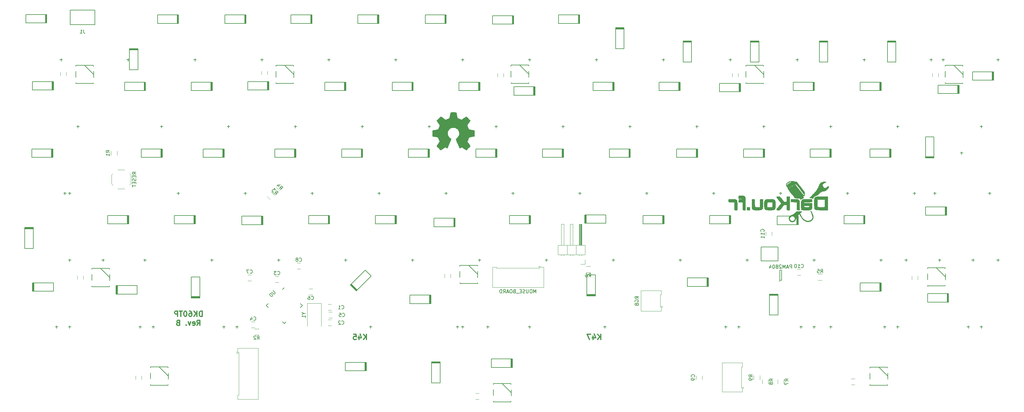
<source format=gbo>
G04 #@! TF.FileFunction,Legend,Bot*
%FSLAX46Y46*%
G04 Gerber Fmt 4.6, Leading zero omitted, Abs format (unit mm)*
G04 Created by KiCad (PCBNEW 4.0.7+dfsg1-1) date Sat Oct 21 17:46:25 2017*
%MOMM*%
%LPD*%
G01*
G04 APERTURE LIST*
%ADD10C,0.100000*%
%ADD11C,0.300000*%
%ADD12C,0.120000*%
%ADD13C,0.150000*%
%ADD14C,0.200000*%
%ADD15C,0.010000*%
%ADD16C,0.203200*%
%ADD17C,0.304800*%
G04 APERTURE END LIST*
D10*
D11*
X116106606Y-127259821D02*
X116106606Y-125759821D01*
X115749463Y-125759821D01*
X115535178Y-125831250D01*
X115392320Y-125974107D01*
X115320892Y-126116964D01*
X115249463Y-126402679D01*
X115249463Y-126616964D01*
X115320892Y-126902679D01*
X115392320Y-127045536D01*
X115535178Y-127188393D01*
X115749463Y-127259821D01*
X116106606Y-127259821D01*
X114606606Y-127259821D02*
X114606606Y-125759821D01*
X113749463Y-127259821D02*
X114392320Y-126402679D01*
X113749463Y-125759821D02*
X114606606Y-126616964D01*
X112463749Y-125759821D02*
X112749463Y-125759821D01*
X112892320Y-125831250D01*
X112963749Y-125902679D01*
X113106606Y-126116964D01*
X113178035Y-126402679D01*
X113178035Y-126974107D01*
X113106606Y-127116964D01*
X113035178Y-127188393D01*
X112892320Y-127259821D01*
X112606606Y-127259821D01*
X112463749Y-127188393D01*
X112392320Y-127116964D01*
X112320892Y-126974107D01*
X112320892Y-126616964D01*
X112392320Y-126474107D01*
X112463749Y-126402679D01*
X112606606Y-126331250D01*
X112892320Y-126331250D01*
X113035178Y-126402679D01*
X113106606Y-126474107D01*
X113178035Y-126616964D01*
X111392321Y-125759821D02*
X111249464Y-125759821D01*
X111106607Y-125831250D01*
X111035178Y-125902679D01*
X110963749Y-126045536D01*
X110892321Y-126331250D01*
X110892321Y-126688393D01*
X110963749Y-126974107D01*
X111035178Y-127116964D01*
X111106607Y-127188393D01*
X111249464Y-127259821D01*
X111392321Y-127259821D01*
X111535178Y-127188393D01*
X111606607Y-127116964D01*
X111678035Y-126974107D01*
X111749464Y-126688393D01*
X111749464Y-126331250D01*
X111678035Y-126045536D01*
X111606607Y-125902679D01*
X111535178Y-125831250D01*
X111392321Y-125759821D01*
X110463750Y-125759821D02*
X109606607Y-125759821D01*
X110035178Y-127259821D02*
X110035178Y-125759821D01*
X109106607Y-127259821D02*
X109106607Y-125759821D01*
X108535179Y-125759821D01*
X108392321Y-125831250D01*
X108320893Y-125902679D01*
X108249464Y-126045536D01*
X108249464Y-126259821D01*
X108320893Y-126402679D01*
X108392321Y-126474107D01*
X108535179Y-126545536D01*
X109106607Y-126545536D01*
X114642321Y-129809821D02*
X115142321Y-129095536D01*
X115499464Y-129809821D02*
X115499464Y-128309821D01*
X114928036Y-128309821D01*
X114785178Y-128381250D01*
X114713750Y-128452679D01*
X114642321Y-128595536D01*
X114642321Y-128809821D01*
X114713750Y-128952679D01*
X114785178Y-129024107D01*
X114928036Y-129095536D01*
X115499464Y-129095536D01*
X113428036Y-129738393D02*
X113570893Y-129809821D01*
X113856607Y-129809821D01*
X113999464Y-129738393D01*
X114070893Y-129595536D01*
X114070893Y-129024107D01*
X113999464Y-128881250D01*
X113856607Y-128809821D01*
X113570893Y-128809821D01*
X113428036Y-128881250D01*
X113356607Y-129024107D01*
X113356607Y-129166964D01*
X114070893Y-129309821D01*
X112856607Y-128809821D02*
X112499464Y-129809821D01*
X112142322Y-128809821D01*
X111570893Y-129666964D02*
X111499465Y-129738393D01*
X111570893Y-129809821D01*
X111642322Y-129738393D01*
X111570893Y-129666964D01*
X111570893Y-129809821D01*
X109213750Y-129024107D02*
X108999464Y-129095536D01*
X108928036Y-129166964D01*
X108856607Y-129309821D01*
X108856607Y-129524107D01*
X108928036Y-129666964D01*
X108999464Y-129738393D01*
X109142322Y-129809821D01*
X109713750Y-129809821D01*
X109713750Y-128309821D01*
X109213750Y-128309821D01*
X109070893Y-128381250D01*
X108999464Y-128452679D01*
X108928036Y-128595536D01*
X108928036Y-128738393D01*
X108999464Y-128881250D01*
X109070893Y-128952679D01*
X109213750Y-129024107D01*
X109713750Y-129024107D01*
D12*
X246763750Y-124306250D02*
X247063750Y-124306250D01*
X247063750Y-124306250D02*
X247063750Y-124806250D01*
X246513750Y-122806250D02*
X246513750Y-124556250D01*
X246513750Y-124556250D02*
X246813750Y-124556250D01*
X246813750Y-124556250D02*
X246813750Y-125706250D01*
X246813750Y-125706250D02*
X241013750Y-125706250D01*
X241013750Y-125706250D02*
X241013750Y-122806250D01*
X246513750Y-122806250D02*
X246513750Y-121056250D01*
X246513750Y-121056250D02*
X246813750Y-121056250D01*
X246813750Y-121056250D02*
X246813750Y-119906250D01*
X246813750Y-119906250D02*
X241013750Y-119906250D01*
X241013750Y-119906250D02*
X241013750Y-122806250D01*
D13*
X134378476Y-124156250D02*
X134926484Y-124704258D01*
X144631524Y-124156250D02*
X144083516Y-123608242D01*
X139505000Y-129282774D02*
X138956992Y-128734766D01*
X139505000Y-119029726D02*
X138956992Y-119577734D01*
X144631524Y-124156250D02*
X144083516Y-124704258D01*
X139505000Y-129282774D02*
X140053008Y-128734766D01*
X134378476Y-124156250D02*
X134926484Y-123608242D01*
D12*
X152913750Y-125506250D02*
X151913750Y-125506250D01*
X151913750Y-123806250D02*
X152913750Y-123806250D01*
X152913750Y-129906250D02*
X151913750Y-129906250D01*
X151913750Y-128206250D02*
X152913750Y-128206250D01*
X136913750Y-115806250D02*
X137913750Y-115806250D01*
X137913750Y-117506250D02*
X136913750Y-117506250D01*
X130105000Y-128806250D02*
X131105000Y-128806250D01*
X131105000Y-130506250D02*
X130105000Y-130506250D01*
X152113750Y-126006250D02*
X153113750Y-126006250D01*
X153113750Y-127706250D02*
X152113750Y-127706250D01*
X147513750Y-121106250D02*
X146513750Y-121106250D01*
X146513750Y-119406250D02*
X147513750Y-119406250D01*
X129113750Y-115406250D02*
X130113750Y-115406250D01*
X130113750Y-117106250D02*
X129113750Y-117106250D01*
X144113750Y-113706250D02*
X143113750Y-113706250D01*
X143113750Y-112006250D02*
X144113750Y-112006250D01*
X256755000Y-145156250D02*
X256755000Y-144156250D01*
X258455000Y-144156250D02*
X258455000Y-145156250D01*
X285513750Y-113806250D02*
X286513750Y-113806250D01*
X286513750Y-115506250D02*
X285513750Y-115506250D01*
X276563750Y-104156250D02*
X276563750Y-103156250D01*
X278263750Y-103156250D02*
X278263750Y-104156250D01*
X186855000Y-115156250D02*
X186855000Y-116156250D01*
X185155000Y-116156250D02*
X185155000Y-115156250D01*
X82295000Y-115681250D02*
X82295000Y-116681250D01*
X80595000Y-116681250D02*
X80595000Y-115681250D01*
X77455000Y-57556250D02*
X77455000Y-58556250D01*
X75755000Y-58556250D02*
X75755000Y-57556250D01*
X134695000Y-57281250D02*
X134695000Y-58281250D01*
X132995000Y-58281250D02*
X132995000Y-57281250D01*
X201895000Y-57881250D02*
X201895000Y-58881250D01*
X200195000Y-58881250D02*
X200195000Y-57881250D01*
X268695000Y-57881250D02*
X268695000Y-58881250D01*
X266995000Y-58881250D02*
X266995000Y-57881250D01*
X325695000Y-57881250D02*
X325695000Y-58881250D01*
X323995000Y-58881250D02*
X323995000Y-57881250D01*
X319855000Y-115756250D02*
X319855000Y-116756250D01*
X318155000Y-116756250D02*
X318155000Y-115756250D01*
X300905000Y-145006250D02*
X301905000Y-145006250D01*
X301905000Y-146706250D02*
X300905000Y-146706250D01*
X193905000Y-149206250D02*
X194905000Y-149206250D01*
X194905000Y-150906250D02*
X193905000Y-150906250D01*
X98880000Y-144181250D02*
X98880000Y-145181250D01*
X97180000Y-145181250D02*
X97180000Y-144181250D01*
D14*
X71768750Y-43537500D02*
X71768750Y-41137500D01*
X71493750Y-41137500D02*
X71493750Y-43537500D01*
X71618750Y-41137500D02*
X71618750Y-43537500D01*
X71893750Y-41137500D02*
X65893750Y-41137500D01*
X65893750Y-41137500D02*
X65893750Y-43537500D01*
X65893750Y-43537500D02*
X71893750Y-43537500D01*
X71893750Y-43537500D02*
X71893750Y-41137500D01*
X73688750Y-62656250D02*
X73688750Y-60256250D01*
X73413750Y-60256250D02*
X73413750Y-62656250D01*
X73538750Y-60256250D02*
X73538750Y-62656250D01*
X73813750Y-60256250D02*
X67813750Y-60256250D01*
X67813750Y-60256250D02*
X67813750Y-62656250D01*
X67813750Y-62656250D02*
X73813750Y-62656250D01*
X73813750Y-62656250D02*
X73813750Y-60256250D01*
X73480000Y-81856250D02*
X73480000Y-79456250D01*
X73205000Y-79456250D02*
X73205000Y-81856250D01*
X73330000Y-79456250D02*
X73330000Y-81856250D01*
X73605000Y-79456250D02*
X67605000Y-79456250D01*
X67605000Y-79456250D02*
X67605000Y-81856250D01*
X67605000Y-81856250D02*
X73605000Y-81856250D01*
X73605000Y-81856250D02*
X73605000Y-79456250D01*
X68005000Y-101981250D02*
X65605000Y-101981250D01*
X65605000Y-102256250D02*
X68005000Y-102256250D01*
X65605000Y-102131250D02*
X68005000Y-102131250D01*
X65605000Y-101856250D02*
X65605000Y-107856250D01*
X65605000Y-107856250D02*
X68005000Y-107856250D01*
X68005000Y-107856250D02*
X68005000Y-101856250D01*
X68005000Y-101856250D02*
X65605000Y-101856250D01*
X67930000Y-117656250D02*
X67930000Y-120056250D01*
X68205000Y-120056250D02*
X68205000Y-117656250D01*
X68080000Y-120056250D02*
X68080000Y-117656250D01*
X67805000Y-120056250D02*
X73805000Y-120056250D01*
X73805000Y-120056250D02*
X73805000Y-117656250D01*
X73805000Y-117656250D02*
X67805000Y-117656250D01*
X67805000Y-117656250D02*
X67805000Y-120056250D01*
X185480000Y-43656250D02*
X185480000Y-41256250D01*
X185205000Y-41256250D02*
X185205000Y-43656250D01*
X185330000Y-41256250D02*
X185330000Y-43656250D01*
X185605000Y-41256250D02*
X179605000Y-41256250D01*
X179605000Y-41256250D02*
X179605000Y-43656250D01*
X179605000Y-43656250D02*
X185605000Y-43656250D01*
X185605000Y-43656250D02*
X185605000Y-41256250D01*
X97813750Y-50981250D02*
X95413750Y-50981250D01*
X95413750Y-51256250D02*
X97813750Y-51256250D01*
X95413750Y-51131250D02*
X97813750Y-51131250D01*
X95413750Y-50856250D02*
X95413750Y-56856250D01*
X95413750Y-56856250D02*
X97813750Y-56856250D01*
X97813750Y-56856250D02*
X97813750Y-50856250D01*
X97813750Y-50856250D02*
X95413750Y-50856250D01*
X99880000Y-62856250D02*
X99880000Y-60456250D01*
X99605000Y-60456250D02*
X99605000Y-62856250D01*
X99730000Y-60456250D02*
X99730000Y-62856250D01*
X100005000Y-60456250D02*
X94005000Y-60456250D01*
X94005000Y-60456250D02*
X94005000Y-62856250D01*
X94005000Y-62856250D02*
X100005000Y-62856250D01*
X100005000Y-62856250D02*
X100005000Y-60456250D01*
X104680000Y-81856250D02*
X104680000Y-79456250D01*
X104405000Y-79456250D02*
X104405000Y-81856250D01*
X104530000Y-79456250D02*
X104530000Y-81856250D01*
X104805000Y-79456250D02*
X98805000Y-79456250D01*
X98805000Y-79456250D02*
X98805000Y-81856250D01*
X98805000Y-81856250D02*
X104805000Y-81856250D01*
X104805000Y-81856250D02*
X104805000Y-79456250D01*
X95080000Y-100856250D02*
X95080000Y-98456250D01*
X94805000Y-98456250D02*
X94805000Y-100856250D01*
X94930000Y-98456250D02*
X94930000Y-100856250D01*
X95205000Y-98456250D02*
X89205000Y-98456250D01*
X89205000Y-98456250D02*
X89205000Y-100856250D01*
X89205000Y-100856250D02*
X95205000Y-100856250D01*
X95205000Y-100856250D02*
X95205000Y-98456250D01*
X91738750Y-118456250D02*
X91738750Y-120856250D01*
X92013750Y-120856250D02*
X92013750Y-118456250D01*
X91888750Y-120856250D02*
X91888750Y-118456250D01*
X91613750Y-120856250D02*
X97613750Y-120856250D01*
X97613750Y-120856250D02*
X97613750Y-118456250D01*
X97613750Y-118456250D02*
X91613750Y-118456250D01*
X91613750Y-118456250D02*
X91613750Y-120856250D01*
X109280000Y-43656250D02*
X109280000Y-41256250D01*
X109005000Y-41256250D02*
X109005000Y-43656250D01*
X109130000Y-41256250D02*
X109130000Y-43656250D01*
X109405000Y-41256250D02*
X103405000Y-41256250D01*
X103405000Y-41256250D02*
X103405000Y-43656250D01*
X103405000Y-43656250D02*
X109405000Y-43656250D01*
X109405000Y-43656250D02*
X109405000Y-41256250D01*
X118880000Y-62856250D02*
X118880000Y-60456250D01*
X118605000Y-60456250D02*
X118605000Y-62856250D01*
X118730000Y-60456250D02*
X118730000Y-62856250D01*
X119005000Y-60456250D02*
X113005000Y-60456250D01*
X113005000Y-60456250D02*
X113005000Y-62856250D01*
X113005000Y-62856250D02*
X119005000Y-62856250D01*
X119005000Y-62856250D02*
X119005000Y-60456250D01*
X122288750Y-81856250D02*
X122288750Y-79456250D01*
X122013750Y-79456250D02*
X122013750Y-81856250D01*
X122138750Y-79456250D02*
X122138750Y-81856250D01*
X122413750Y-79456250D02*
X116413750Y-79456250D01*
X116413750Y-79456250D02*
X116413750Y-81856250D01*
X116413750Y-81856250D02*
X122413750Y-81856250D01*
X122413750Y-81856250D02*
X122413750Y-79456250D01*
X114080000Y-100856250D02*
X114080000Y-98456250D01*
X113805000Y-98456250D02*
X113805000Y-100856250D01*
X113930000Y-98456250D02*
X113930000Y-100856250D01*
X114205000Y-98456250D02*
X108205000Y-98456250D01*
X108205000Y-98456250D02*
X108205000Y-100856250D01*
X108205000Y-100856250D02*
X114205000Y-100856250D01*
X114205000Y-100856250D02*
X114205000Y-98456250D01*
X113045000Y-121856250D02*
X115445000Y-121856250D01*
X115445000Y-121581250D02*
X113045000Y-121581250D01*
X115445000Y-121706250D02*
X113045000Y-121706250D01*
X115445000Y-121981250D02*
X115445000Y-115981250D01*
X115445000Y-115981250D02*
X113045000Y-115981250D01*
X113045000Y-115981250D02*
X113045000Y-121981250D01*
X113045000Y-121981250D02*
X115445000Y-121981250D01*
X128480000Y-43656250D02*
X128480000Y-41256250D01*
X128205000Y-41256250D02*
X128205000Y-43656250D01*
X128330000Y-41256250D02*
X128330000Y-43656250D01*
X128605000Y-41256250D02*
X122605000Y-41256250D01*
X122605000Y-41256250D02*
X122605000Y-43656250D01*
X122605000Y-43656250D02*
X128605000Y-43656250D01*
X128605000Y-43656250D02*
X128605000Y-41256250D01*
X134980000Y-62656250D02*
X134980000Y-60256250D01*
X134705000Y-60256250D02*
X134705000Y-62656250D01*
X134830000Y-60256250D02*
X134830000Y-62656250D01*
X135105000Y-60256250D02*
X129105000Y-60256250D01*
X129105000Y-60256250D02*
X129105000Y-62656250D01*
X129105000Y-62656250D02*
X135105000Y-62656250D01*
X135105000Y-62656250D02*
X135105000Y-60256250D01*
X142680000Y-81856250D02*
X142680000Y-79456250D01*
X142405000Y-79456250D02*
X142405000Y-81856250D01*
X142530000Y-79456250D02*
X142530000Y-81856250D01*
X142805000Y-79456250D02*
X136805000Y-79456250D01*
X136805000Y-79456250D02*
X136805000Y-81856250D01*
X136805000Y-81856250D02*
X142805000Y-81856250D01*
X142805000Y-81856250D02*
X142805000Y-79456250D01*
X133280000Y-101056250D02*
X133280000Y-98656250D01*
X133005000Y-98656250D02*
X133005000Y-101056250D01*
X133130000Y-98656250D02*
X133130000Y-101056250D01*
X133405000Y-98656250D02*
X127405000Y-98656250D01*
X127405000Y-98656250D02*
X127405000Y-101056250D01*
X127405000Y-101056250D02*
X133405000Y-101056250D01*
X133405000Y-101056250D02*
X133405000Y-98656250D01*
X162720000Y-142781250D02*
X162720000Y-140381250D01*
X162445000Y-140381250D02*
X162445000Y-142781250D01*
X162570000Y-140381250D02*
X162570000Y-142781250D01*
X162845000Y-140381250D02*
X156845000Y-140381250D01*
X156845000Y-140381250D02*
X156845000Y-142781250D01*
X156845000Y-142781250D02*
X162845000Y-142781250D01*
X162845000Y-142781250D02*
X162845000Y-140381250D01*
X147280000Y-43656250D02*
X147280000Y-41256250D01*
X147005000Y-41256250D02*
X147005000Y-43656250D01*
X147130000Y-41256250D02*
X147130000Y-43656250D01*
X147405000Y-41256250D02*
X141405000Y-41256250D01*
X141405000Y-41256250D02*
X141405000Y-43656250D01*
X141405000Y-43656250D02*
X147405000Y-43656250D01*
X147405000Y-43656250D02*
X147405000Y-41256250D01*
X156880000Y-62856250D02*
X156880000Y-60456250D01*
X156605000Y-60456250D02*
X156605000Y-62856250D01*
X156730000Y-60456250D02*
X156730000Y-62856250D01*
X157005000Y-60456250D02*
X151005000Y-60456250D01*
X151005000Y-60456250D02*
X151005000Y-62856250D01*
X151005000Y-62856250D02*
X157005000Y-62856250D01*
X157005000Y-62856250D02*
X157005000Y-60456250D01*
X161680000Y-81856250D02*
X161680000Y-79456250D01*
X161405000Y-79456250D02*
X161405000Y-81856250D01*
X161530000Y-79456250D02*
X161530000Y-81856250D01*
X161805000Y-79456250D02*
X155805000Y-79456250D01*
X155805000Y-79456250D02*
X155805000Y-81856250D01*
X155805000Y-81856250D02*
X161805000Y-81856250D01*
X161805000Y-81856250D02*
X161805000Y-79456250D01*
X152280000Y-100856250D02*
X152280000Y-98456250D01*
X152005000Y-98456250D02*
X152005000Y-100856250D01*
X152130000Y-98456250D02*
X152130000Y-100856250D01*
X152405000Y-98456250D02*
X146405000Y-98456250D01*
X146405000Y-98456250D02*
X146405000Y-100856250D01*
X146405000Y-100856250D02*
X152405000Y-100856250D01*
X152405000Y-100856250D02*
X152405000Y-98456250D01*
X183845000Y-140306250D02*
X181445000Y-140306250D01*
X181445000Y-140581250D02*
X183845000Y-140581250D01*
X181445000Y-140456250D02*
X183845000Y-140456250D01*
X181445000Y-140181250D02*
X181445000Y-146181250D01*
X181445000Y-146181250D02*
X183845000Y-146181250D01*
X183845000Y-146181250D02*
X183845000Y-140181250D01*
X183845000Y-140181250D02*
X181445000Y-140181250D01*
X166280000Y-43656250D02*
X166280000Y-41256250D01*
X166005000Y-41256250D02*
X166005000Y-43656250D01*
X166130000Y-41256250D02*
X166130000Y-43656250D01*
X166405000Y-41256250D02*
X160405000Y-41256250D01*
X160405000Y-41256250D02*
X160405000Y-43656250D01*
X160405000Y-43656250D02*
X166405000Y-43656250D01*
X166405000Y-43656250D02*
X166405000Y-41256250D01*
X176080000Y-62856250D02*
X176080000Y-60456250D01*
X175805000Y-60456250D02*
X175805000Y-62856250D01*
X175930000Y-60456250D02*
X175930000Y-62856250D01*
X176205000Y-60456250D02*
X170205000Y-60456250D01*
X170205000Y-60456250D02*
X170205000Y-62856250D01*
X170205000Y-62856250D02*
X176205000Y-62856250D01*
X176205000Y-62856250D02*
X176205000Y-60456250D01*
X180680000Y-81856250D02*
X180680000Y-79456250D01*
X180405000Y-79456250D02*
X180405000Y-81856250D01*
X180530000Y-79456250D02*
X180530000Y-81856250D01*
X180805000Y-79456250D02*
X174805000Y-79456250D01*
X174805000Y-79456250D02*
X174805000Y-81856250D01*
X174805000Y-81856250D02*
X180805000Y-81856250D01*
X180805000Y-81856250D02*
X180805000Y-79456250D01*
X171280000Y-100856250D02*
X171280000Y-98456250D01*
X171005000Y-98456250D02*
X171005000Y-100856250D01*
X171130000Y-98456250D02*
X171130000Y-100856250D01*
X171405000Y-98456250D02*
X165405000Y-98456250D01*
X165405000Y-98456250D02*
X165405000Y-100856250D01*
X165405000Y-100856250D02*
X171405000Y-100856250D01*
X171405000Y-100856250D02*
X171405000Y-98456250D01*
X158390869Y-118182075D02*
X160087925Y-119879131D01*
X160282379Y-119684677D02*
X158585323Y-117987621D01*
X160193991Y-119773065D02*
X158496935Y-118076009D01*
X159999536Y-119967520D02*
X164242177Y-115724879D01*
X164242177Y-115724879D02*
X162545121Y-114027823D01*
X162545121Y-114027823D02*
X158302480Y-118270464D01*
X158302480Y-118270464D02*
X159999536Y-119967520D01*
X195080000Y-62856250D02*
X195080000Y-60456250D01*
X194805000Y-60456250D02*
X194805000Y-62856250D01*
X194930000Y-60456250D02*
X194930000Y-62856250D01*
X195205000Y-60456250D02*
X189205000Y-60456250D01*
X189205000Y-60456250D02*
X189205000Y-62856250D01*
X189205000Y-62856250D02*
X195205000Y-62856250D01*
X195205000Y-62856250D02*
X195205000Y-60456250D01*
X199880000Y-81856250D02*
X199880000Y-79456250D01*
X199605000Y-79456250D02*
X199605000Y-81856250D01*
X199730000Y-79456250D02*
X199730000Y-81856250D01*
X200005000Y-79456250D02*
X194005000Y-79456250D01*
X194005000Y-79456250D02*
X194005000Y-81856250D01*
X194005000Y-81856250D02*
X200005000Y-81856250D01*
X200005000Y-81856250D02*
X200005000Y-79456250D01*
X188005000Y-101656250D02*
X188005000Y-99256250D01*
X187730000Y-99256250D02*
X187730000Y-101656250D01*
X187855000Y-99256250D02*
X187855000Y-101656250D01*
X188130000Y-99256250D02*
X182130000Y-99256250D01*
X182130000Y-99256250D02*
X182130000Y-101656250D01*
X182130000Y-101656250D02*
X188130000Y-101656250D01*
X188130000Y-101656250D02*
X188130000Y-99256250D01*
X181120000Y-123581250D02*
X181120000Y-121181250D01*
X180845000Y-121181250D02*
X180845000Y-123581250D01*
X180970000Y-121181250D02*
X180970000Y-123581250D01*
X181245000Y-121181250D02*
X175245000Y-121181250D01*
X175245000Y-121181250D02*
X175245000Y-123581250D01*
X175245000Y-123581250D02*
X181245000Y-123581250D01*
X181245000Y-123581250D02*
X181245000Y-121181250D01*
X204680000Y-43856250D02*
X204680000Y-41456250D01*
X204405000Y-41456250D02*
X204405000Y-43856250D01*
X204530000Y-41456250D02*
X204530000Y-43856250D01*
X204805000Y-41456250D02*
X198805000Y-41456250D01*
X198805000Y-41456250D02*
X198805000Y-43856250D01*
X198805000Y-43856250D02*
X204805000Y-43856250D01*
X204805000Y-43856250D02*
X204805000Y-41456250D01*
X210730000Y-64156250D02*
X210730000Y-61756250D01*
X210455000Y-61756250D02*
X210455000Y-64156250D01*
X210580000Y-61756250D02*
X210580000Y-64156250D01*
X210855000Y-61756250D02*
X204855000Y-61756250D01*
X204855000Y-61756250D02*
X204855000Y-64156250D01*
X204855000Y-64156250D02*
X210855000Y-64156250D01*
X210855000Y-64156250D02*
X210855000Y-61756250D01*
X218880000Y-81856250D02*
X218880000Y-79456250D01*
X218605000Y-79456250D02*
X218605000Y-81856250D01*
X218730000Y-79456250D02*
X218730000Y-81856250D01*
X219005000Y-79456250D02*
X213005000Y-79456250D01*
X213005000Y-79456250D02*
X213005000Y-81856250D01*
X213005000Y-81856250D02*
X219005000Y-81856250D01*
X219005000Y-81856250D02*
X219005000Y-79456250D01*
X209480000Y-100856250D02*
X209480000Y-98456250D01*
X209205000Y-98456250D02*
X209205000Y-100856250D01*
X209330000Y-98456250D02*
X209330000Y-100856250D01*
X209605000Y-98456250D02*
X203605000Y-98456250D01*
X203605000Y-98456250D02*
X203605000Y-100856250D01*
X203605000Y-100856250D02*
X209605000Y-100856250D01*
X209605000Y-100856250D02*
X209605000Y-98456250D01*
X223480000Y-43656250D02*
X223480000Y-41256250D01*
X223205000Y-41256250D02*
X223205000Y-43656250D01*
X223330000Y-41256250D02*
X223330000Y-43656250D01*
X223605000Y-41256250D02*
X217605000Y-41256250D01*
X217605000Y-41256250D02*
X217605000Y-43656250D01*
X217605000Y-43656250D02*
X223605000Y-43656250D01*
X223605000Y-43656250D02*
X223605000Y-41256250D01*
X233280000Y-62856250D02*
X233280000Y-60456250D01*
X233005000Y-60456250D02*
X233005000Y-62856250D01*
X233130000Y-60456250D02*
X233130000Y-62856250D01*
X233405000Y-60456250D02*
X227405000Y-60456250D01*
X227405000Y-60456250D02*
X227405000Y-62856250D01*
X227405000Y-62856250D02*
X233405000Y-62856250D01*
X233405000Y-62856250D02*
X233405000Y-60456250D01*
X237880000Y-81856250D02*
X237880000Y-79456250D01*
X237605000Y-79456250D02*
X237605000Y-81856250D01*
X237730000Y-79456250D02*
X237730000Y-81856250D01*
X238005000Y-79456250D02*
X232005000Y-79456250D01*
X232005000Y-79456250D02*
X232005000Y-81856250D01*
X232005000Y-81856250D02*
X238005000Y-81856250D01*
X238005000Y-81856250D02*
X238005000Y-79456250D01*
X225138750Y-98256250D02*
X225138750Y-100656250D01*
X225413750Y-100656250D02*
X225413750Y-98256250D01*
X225288750Y-100656250D02*
X225288750Y-98256250D01*
X225013750Y-100656250D02*
X231013750Y-100656250D01*
X231013750Y-100656250D02*
X231013750Y-98256250D01*
X231013750Y-98256250D02*
X225013750Y-98256250D01*
X225013750Y-98256250D02*
X225013750Y-100656250D01*
X236205000Y-44981250D02*
X233805000Y-44981250D01*
X233805000Y-45256250D02*
X236205000Y-45256250D01*
X233805000Y-45131250D02*
X236205000Y-45131250D01*
X233805000Y-44856250D02*
X233805000Y-50856250D01*
X233805000Y-50856250D02*
X236205000Y-50856250D01*
X236205000Y-50856250D02*
X236205000Y-44856250D01*
X236205000Y-44856250D02*
X233805000Y-44856250D01*
X252080000Y-62856250D02*
X252080000Y-60456250D01*
X251805000Y-60456250D02*
X251805000Y-62856250D01*
X251930000Y-60456250D02*
X251930000Y-62856250D01*
X252205000Y-60456250D02*
X246205000Y-60456250D01*
X246205000Y-60456250D02*
X246205000Y-62856250D01*
X246205000Y-62856250D02*
X252205000Y-62856250D01*
X252205000Y-62856250D02*
X252205000Y-60456250D01*
X257080000Y-81856250D02*
X257080000Y-79456250D01*
X256805000Y-79456250D02*
X256805000Y-81856250D01*
X256930000Y-79456250D02*
X256930000Y-81856250D01*
X257205000Y-79456250D02*
X251205000Y-79456250D01*
X251205000Y-79456250D02*
X251205000Y-81856250D01*
X251205000Y-81856250D02*
X257205000Y-81856250D01*
X257205000Y-81856250D02*
X257205000Y-79456250D01*
X247480000Y-100856250D02*
X247480000Y-98456250D01*
X247205000Y-98456250D02*
X247205000Y-100856250D01*
X247330000Y-98456250D02*
X247330000Y-100856250D01*
X247605000Y-98456250D02*
X241605000Y-98456250D01*
X241605000Y-98456250D02*
X241605000Y-100856250D01*
X241605000Y-100856250D02*
X247605000Y-100856250D01*
X247605000Y-100856250D02*
X247605000Y-98456250D01*
X341280000Y-59856250D02*
X341280000Y-57456250D01*
X341005000Y-57456250D02*
X341005000Y-59856250D01*
X341130000Y-57456250D02*
X341130000Y-59856250D01*
X341405000Y-57456250D02*
X335405000Y-57456250D01*
X335405000Y-57456250D02*
X335405000Y-59856250D01*
X335405000Y-59856250D02*
X341405000Y-59856250D01*
X341405000Y-59856250D02*
X341405000Y-57456250D01*
X255405000Y-48781250D02*
X253005000Y-48781250D01*
X253005000Y-49056250D02*
X255405000Y-49056250D01*
X253005000Y-48931250D02*
X255405000Y-48931250D01*
X253005000Y-48656250D02*
X253005000Y-54656250D01*
X253005000Y-54656250D02*
X255405000Y-54656250D01*
X255405000Y-54656250D02*
X255405000Y-48656250D01*
X255405000Y-48656250D02*
X253005000Y-48656250D01*
X269230000Y-63156250D02*
X269230000Y-60756250D01*
X268955000Y-60756250D02*
X268955000Y-63156250D01*
X269080000Y-60756250D02*
X269080000Y-63156250D01*
X269355000Y-60756250D02*
X263355000Y-60756250D01*
X263355000Y-60756250D02*
X263355000Y-63156250D01*
X263355000Y-63156250D02*
X269355000Y-63156250D01*
X269355000Y-63156250D02*
X269355000Y-60756250D01*
X276080000Y-81856250D02*
X276080000Y-79456250D01*
X275805000Y-79456250D02*
X275805000Y-81856250D01*
X275930000Y-79456250D02*
X275930000Y-81856250D01*
X276205000Y-79456250D02*
X270205000Y-79456250D01*
X270205000Y-79456250D02*
X270205000Y-81856250D01*
X270205000Y-81856250D02*
X276205000Y-81856250D01*
X276205000Y-81856250D02*
X276205000Y-79456250D01*
X266480000Y-100856250D02*
X266480000Y-98456250D01*
X266205000Y-98456250D02*
X266205000Y-100856250D01*
X266330000Y-98456250D02*
X266330000Y-100856250D01*
X266605000Y-98456250D02*
X260605000Y-98456250D01*
X260605000Y-98456250D02*
X260605000Y-100856250D01*
X260605000Y-100856250D02*
X266605000Y-100856250D01*
X266605000Y-100856250D02*
X266605000Y-98456250D01*
X260080000Y-118656250D02*
X260080000Y-116256250D01*
X259805000Y-116256250D02*
X259805000Y-118656250D01*
X259930000Y-116256250D02*
X259930000Y-118656250D01*
X260205000Y-116256250D02*
X254205000Y-116256250D01*
X254205000Y-116256250D02*
X254205000Y-118656250D01*
X254205000Y-118656250D02*
X260205000Y-118656250D01*
X260205000Y-118656250D02*
X260205000Y-116256250D01*
X274605000Y-48781250D02*
X272205000Y-48781250D01*
X272205000Y-49056250D02*
X274605000Y-49056250D01*
X272205000Y-48931250D02*
X274605000Y-48931250D01*
X272205000Y-48656250D02*
X272205000Y-54656250D01*
X272205000Y-54656250D02*
X274605000Y-54656250D01*
X274605000Y-54656250D02*
X274605000Y-48656250D01*
X274605000Y-48656250D02*
X272205000Y-48656250D01*
X290280000Y-62856250D02*
X290280000Y-60456250D01*
X290005000Y-60456250D02*
X290005000Y-62856250D01*
X290130000Y-60456250D02*
X290130000Y-62856250D01*
X290405000Y-60456250D02*
X284405000Y-60456250D01*
X284405000Y-60456250D02*
X284405000Y-62856250D01*
X284405000Y-62856250D02*
X290405000Y-62856250D01*
X290405000Y-62856250D02*
X290405000Y-60456250D01*
X295080000Y-81856250D02*
X295080000Y-79456250D01*
X294805000Y-79456250D02*
X294805000Y-81856250D01*
X294930000Y-79456250D02*
X294930000Y-81856250D01*
X295205000Y-79456250D02*
X289205000Y-79456250D01*
X289205000Y-79456250D02*
X289205000Y-81856250D01*
X289205000Y-81856250D02*
X295205000Y-81856250D01*
X295205000Y-81856250D02*
X295205000Y-79456250D01*
X285680000Y-101056250D02*
X285680000Y-98656250D01*
X285405000Y-98656250D02*
X285405000Y-101056250D01*
X285530000Y-98656250D02*
X285530000Y-101056250D01*
X285805000Y-98656250D02*
X279805000Y-98656250D01*
X279805000Y-98656250D02*
X279805000Y-101056250D01*
X279805000Y-101056250D02*
X285805000Y-101056250D01*
X285805000Y-101056250D02*
X285805000Y-98656250D01*
X280013750Y-120981250D02*
X277613750Y-120981250D01*
X277613750Y-121256250D02*
X280013750Y-121256250D01*
X277613750Y-121131250D02*
X280013750Y-121131250D01*
X277613750Y-120856250D02*
X277613750Y-126856250D01*
X277613750Y-126856250D02*
X280013750Y-126856250D01*
X280013750Y-126856250D02*
X280013750Y-120856250D01*
X280013750Y-120856250D02*
X277613750Y-120856250D01*
X309280000Y-62856250D02*
X309280000Y-60456250D01*
X309005000Y-60456250D02*
X309005000Y-62856250D01*
X309130000Y-60456250D02*
X309130000Y-62856250D01*
X309405000Y-60456250D02*
X303405000Y-60456250D01*
X303405000Y-60456250D02*
X303405000Y-62856250D01*
X303405000Y-62856250D02*
X309405000Y-62856250D01*
X309405000Y-62856250D02*
X309405000Y-60456250D01*
X312088750Y-81856250D02*
X312088750Y-79456250D01*
X311813750Y-79456250D02*
X311813750Y-81856250D01*
X311938750Y-79456250D02*
X311938750Y-81856250D01*
X312213750Y-79456250D02*
X306213750Y-79456250D01*
X306213750Y-79456250D02*
X306213750Y-81856250D01*
X306213750Y-81856250D02*
X312213750Y-81856250D01*
X312213750Y-81856250D02*
X312213750Y-79456250D01*
X304680000Y-100856250D02*
X304680000Y-98456250D01*
X304405000Y-98456250D02*
X304405000Y-100856250D01*
X304530000Y-98456250D02*
X304530000Y-100856250D01*
X304805000Y-98456250D02*
X298805000Y-98456250D01*
X298805000Y-98456250D02*
X298805000Y-100856250D01*
X298805000Y-100856250D02*
X304805000Y-100856250D01*
X304805000Y-100856250D02*
X304805000Y-98456250D01*
X309280000Y-120056250D02*
X309280000Y-117656250D01*
X309005000Y-117656250D02*
X309005000Y-120056250D01*
X309130000Y-117656250D02*
X309130000Y-120056250D01*
X309405000Y-117656250D02*
X303405000Y-117656250D01*
X303405000Y-117656250D02*
X303405000Y-120056250D01*
X303405000Y-120056250D02*
X309405000Y-120056250D01*
X309405000Y-120056250D02*
X309405000Y-117656250D01*
X313613750Y-48781250D02*
X311213750Y-48781250D01*
X311213750Y-49056250D02*
X313613750Y-49056250D01*
X311213750Y-48931250D02*
X313613750Y-48931250D01*
X311213750Y-48656250D02*
X311213750Y-54656250D01*
X311213750Y-54656250D02*
X313613750Y-54656250D01*
X313613750Y-54656250D02*
X313613750Y-48656250D01*
X313613750Y-48656250D02*
X311213750Y-48656250D01*
X331480000Y-63656250D02*
X331480000Y-61256250D01*
X331205000Y-61256250D02*
X331205000Y-63656250D01*
X331330000Y-61256250D02*
X331330000Y-63656250D01*
X331605000Y-61256250D02*
X325605000Y-61256250D01*
X325605000Y-61256250D02*
X325605000Y-63656250D01*
X325605000Y-63656250D02*
X331605000Y-63656250D01*
X331605000Y-63656250D02*
X331605000Y-61256250D01*
X322013750Y-81931250D02*
X324413750Y-81931250D01*
X324413750Y-81656250D02*
X322013750Y-81656250D01*
X324413750Y-81781250D02*
X322013750Y-81781250D01*
X324413750Y-82056250D02*
X324413750Y-76056250D01*
X324413750Y-76056250D02*
X322013750Y-76056250D01*
X322013750Y-76056250D02*
X322013750Y-82056250D01*
X322013750Y-82056250D02*
X324413750Y-82056250D01*
X327920000Y-98381250D02*
X327920000Y-95981250D01*
X327645000Y-95981250D02*
X327645000Y-98381250D01*
X327770000Y-95981250D02*
X327770000Y-98381250D01*
X328045000Y-95981250D02*
X322045000Y-95981250D01*
X322045000Y-95981250D02*
X322045000Y-98381250D01*
X322045000Y-98381250D02*
X328045000Y-98381250D01*
X328045000Y-98381250D02*
X328045000Y-95981250D01*
X328480000Y-123156250D02*
X328480000Y-120756250D01*
X328205000Y-120756250D02*
X328205000Y-123156250D01*
X328330000Y-120756250D02*
X328330000Y-123156250D01*
X328605000Y-120756250D02*
X322605000Y-120756250D01*
X322605000Y-120756250D02*
X322605000Y-123156250D01*
X322605000Y-123156250D02*
X328605000Y-123156250D01*
X328605000Y-123156250D02*
X328605000Y-120756250D01*
X294213750Y-48781250D02*
X291813750Y-48781250D01*
X291813750Y-49056250D02*
X294213750Y-49056250D01*
X291813750Y-48931250D02*
X294213750Y-48931250D01*
X291813750Y-48656250D02*
X291813750Y-54656250D01*
X291813750Y-54656250D02*
X294213750Y-54656250D01*
X294213750Y-54656250D02*
X294213750Y-48656250D01*
X294213750Y-48656250D02*
X291813750Y-48656250D01*
D13*
X280013750Y-111456250D02*
X280013750Y-107456250D01*
X275213750Y-111456250D02*
X280013750Y-111456250D01*
X275213750Y-107456250D02*
X275213750Y-111456250D01*
X280013750Y-107456250D02*
X275213750Y-107456250D01*
D15*
G36*
X285656669Y-97299759D02*
X285481977Y-97303518D01*
X285364984Y-97310024D01*
X285330707Y-97314847D01*
X285256786Y-97354461D01*
X285142551Y-97440035D01*
X285006750Y-97556868D01*
X284928541Y-97630206D01*
X284689862Y-97840039D01*
X284426003Y-98036553D01*
X284159558Y-98204837D01*
X283913121Y-98329976D01*
X283805815Y-98371259D01*
X283549327Y-98495580D01*
X283346009Y-98672532D01*
X283199851Y-98888842D01*
X283114839Y-99131237D01*
X283094961Y-99386441D01*
X283144205Y-99641181D01*
X283266559Y-99882185D01*
X283328048Y-99961600D01*
X283538445Y-100146018D01*
X283786231Y-100260838D01*
X284056926Y-100303383D01*
X284336054Y-100270976D01*
X284556733Y-100188773D01*
X284696408Y-100108412D01*
X284807766Y-100013671D01*
X284903924Y-99887550D01*
X284997995Y-99713054D01*
X285096396Y-99489353D01*
X285196428Y-99261451D01*
X285248083Y-99159332D01*
X284774826Y-99159332D01*
X284772953Y-99281015D01*
X284766268Y-99379588D01*
X284752376Y-99537817D01*
X284730133Y-99639969D01*
X284686672Y-99714512D01*
X284609124Y-99789915D01*
X284563252Y-99828724D01*
X284358893Y-99970756D01*
X284167916Y-100036291D01*
X283973666Y-100027991D01*
X283772816Y-99955056D01*
X283576836Y-99820286D01*
X283446902Y-99647314D01*
X283382573Y-99450358D01*
X283383408Y-99243636D01*
X283448965Y-99041366D01*
X283578803Y-98857765D01*
X283772481Y-98707051D01*
X283812231Y-98685463D01*
X284023804Y-98616767D01*
X284230050Y-98631333D01*
X284432728Y-98729633D01*
X284627008Y-98904803D01*
X284710494Y-99000682D01*
X284756886Y-99075706D01*
X284774826Y-99159332D01*
X285248083Y-99159332D01*
X285300482Y-99055745D01*
X285417423Y-98860097D01*
X285556113Y-98662367D01*
X285725416Y-98450417D01*
X285934196Y-98212108D01*
X286191314Y-97935303D01*
X286360394Y-97758250D01*
X286787834Y-97313750D01*
X286110500Y-97301648D01*
X285871897Y-97299039D01*
X285656669Y-97299759D01*
X285656669Y-97299759D01*
G37*
X285656669Y-97299759D02*
X285481977Y-97303518D01*
X285364984Y-97310024D01*
X285330707Y-97314847D01*
X285256786Y-97354461D01*
X285142551Y-97440035D01*
X285006750Y-97556868D01*
X284928541Y-97630206D01*
X284689862Y-97840039D01*
X284426003Y-98036553D01*
X284159558Y-98204837D01*
X283913121Y-98329976D01*
X283805815Y-98371259D01*
X283549327Y-98495580D01*
X283346009Y-98672532D01*
X283199851Y-98888842D01*
X283114839Y-99131237D01*
X283094961Y-99386441D01*
X283144205Y-99641181D01*
X283266559Y-99882185D01*
X283328048Y-99961600D01*
X283538445Y-100146018D01*
X283786231Y-100260838D01*
X284056926Y-100303383D01*
X284336054Y-100270976D01*
X284556733Y-100188773D01*
X284696408Y-100108412D01*
X284807766Y-100013671D01*
X284903924Y-99887550D01*
X284997995Y-99713054D01*
X285096396Y-99489353D01*
X285196428Y-99261451D01*
X285248083Y-99159332D01*
X284774826Y-99159332D01*
X284772953Y-99281015D01*
X284766268Y-99379588D01*
X284752376Y-99537817D01*
X284730133Y-99639969D01*
X284686672Y-99714512D01*
X284609124Y-99789915D01*
X284563252Y-99828724D01*
X284358893Y-99970756D01*
X284167916Y-100036291D01*
X283973666Y-100027991D01*
X283772816Y-99955056D01*
X283576836Y-99820286D01*
X283446902Y-99647314D01*
X283382573Y-99450358D01*
X283383408Y-99243636D01*
X283448965Y-99041366D01*
X283578803Y-98857765D01*
X283772481Y-98707051D01*
X283812231Y-98685463D01*
X284023804Y-98616767D01*
X284230050Y-98631333D01*
X284432728Y-98729633D01*
X284627008Y-98904803D01*
X284710494Y-99000682D01*
X284756886Y-99075706D01*
X284774826Y-99159332D01*
X285248083Y-99159332D01*
X285300482Y-99055745D01*
X285417423Y-98860097D01*
X285556113Y-98662367D01*
X285725416Y-98450417D01*
X285934196Y-98212108D01*
X286191314Y-97935303D01*
X286360394Y-97758250D01*
X286787834Y-97313750D01*
X286110500Y-97301648D01*
X285871897Y-97299039D01*
X285656669Y-97299759D01*
G36*
X289295299Y-97176200D02*
X289272930Y-97185706D01*
X289284089Y-97226638D01*
X289324324Y-97326933D01*
X289386515Y-97469414D01*
X289431770Y-97568796D01*
X289584012Y-97927366D01*
X289707578Y-98277585D01*
X289795436Y-98597673D01*
X289835475Y-98818932D01*
X289842938Y-99089525D01*
X289786733Y-99317038D01*
X289660281Y-99520915D01*
X289562406Y-99626157D01*
X289308226Y-99815618D01*
X289012087Y-99940608D01*
X288689021Y-99999273D01*
X288354061Y-99989756D01*
X288022236Y-99910203D01*
X287849862Y-99837575D01*
X287533091Y-99639468D01*
X287224572Y-99363823D01*
X286930540Y-99017746D01*
X286657232Y-98608339D01*
X286470726Y-98266250D01*
X286392286Y-98109736D01*
X286341399Y-98017252D01*
X286306674Y-97977648D01*
X286276722Y-97979773D01*
X286240152Y-98012479D01*
X286226044Y-98026730D01*
X286194681Y-98065067D01*
X286185223Y-98109599D01*
X286202040Y-98177188D01*
X286249501Y-98284694D01*
X286331973Y-98448980D01*
X286338996Y-98462701D01*
X286623585Y-98951611D01*
X286938144Y-99366469D01*
X287280650Y-99705064D01*
X287649080Y-99965188D01*
X287776943Y-100033897D01*
X287941250Y-100111205D01*
X288075612Y-100159067D01*
X288213853Y-100185652D01*
X288389798Y-100199127D01*
X288475443Y-100202575D01*
X288690820Y-100205339D01*
X288856862Y-100192948D01*
X289008214Y-100161011D01*
X289143421Y-100117943D01*
X289459188Y-99980673D01*
X289700621Y-99812341D01*
X289874613Y-99605775D01*
X289988058Y-99353802D01*
X290025969Y-99199505D01*
X290043884Y-98929990D01*
X290008606Y-98609433D01*
X289923077Y-98250175D01*
X289790241Y-97864557D01*
X289613041Y-97464917D01*
X289611561Y-97461916D01*
X289528075Y-97301267D01*
X289465918Y-97206113D01*
X289414719Y-97163441D01*
X289370167Y-97159024D01*
X289295299Y-97176200D01*
X289295299Y-97176200D01*
G37*
X289295299Y-97176200D02*
X289272930Y-97185706D01*
X289284089Y-97226638D01*
X289324324Y-97326933D01*
X289386515Y-97469414D01*
X289431770Y-97568796D01*
X289584012Y-97927366D01*
X289707578Y-98277585D01*
X289795436Y-98597673D01*
X289835475Y-98818932D01*
X289842938Y-99089525D01*
X289786733Y-99317038D01*
X289660281Y-99520915D01*
X289562406Y-99626157D01*
X289308226Y-99815618D01*
X289012087Y-99940608D01*
X288689021Y-99999273D01*
X288354061Y-99989756D01*
X288022236Y-99910203D01*
X287849862Y-99837575D01*
X287533091Y-99639468D01*
X287224572Y-99363823D01*
X286930540Y-99017746D01*
X286657232Y-98608339D01*
X286470726Y-98266250D01*
X286392286Y-98109736D01*
X286341399Y-98017252D01*
X286306674Y-97977648D01*
X286276722Y-97979773D01*
X286240152Y-98012479D01*
X286226044Y-98026730D01*
X286194681Y-98065067D01*
X286185223Y-98109599D01*
X286202040Y-98177188D01*
X286249501Y-98284694D01*
X286331973Y-98448980D01*
X286338996Y-98462701D01*
X286623585Y-98951611D01*
X286938144Y-99366469D01*
X287280650Y-99705064D01*
X287649080Y-99965188D01*
X287776943Y-100033897D01*
X287941250Y-100111205D01*
X288075612Y-100159067D01*
X288213853Y-100185652D01*
X288389798Y-100199127D01*
X288475443Y-100202575D01*
X288690820Y-100205339D01*
X288856862Y-100192948D01*
X289008214Y-100161011D01*
X289143421Y-100117943D01*
X289459188Y-99980673D01*
X289700621Y-99812341D01*
X289874613Y-99605775D01*
X289988058Y-99353802D01*
X290025969Y-99199505D01*
X290043884Y-98929990D01*
X290008606Y-98609433D01*
X289923077Y-98250175D01*
X289790241Y-97864557D01*
X289613041Y-97464917D01*
X289611561Y-97461916D01*
X289528075Y-97301267D01*
X289465918Y-97206113D01*
X289414719Y-97163441D01*
X289370167Y-97159024D01*
X289295299Y-97176200D01*
G36*
X291497759Y-93066012D02*
X291263574Y-93071782D01*
X291079545Y-93082065D01*
X290937048Y-93097654D01*
X290827457Y-93119342D01*
X290742148Y-93147919D01*
X290672495Y-93184179D01*
X290609874Y-93228913D01*
X290581616Y-93252081D01*
X290512974Y-93314218D01*
X290457453Y-93379492D01*
X290413774Y-93457109D01*
X290380658Y-93556278D01*
X290356825Y-93686206D01*
X290340995Y-93856100D01*
X290331890Y-94075167D01*
X290328231Y-94352615D01*
X290328737Y-94697652D01*
X290331499Y-95052208D01*
X290343834Y-96388783D01*
X290456473Y-96558900D01*
X290510451Y-96638269D01*
X290563060Y-96703825D01*
X290622608Y-96756957D01*
X290697403Y-96799055D01*
X290795753Y-96831510D01*
X290925967Y-96855711D01*
X291096353Y-96873050D01*
X291315218Y-96884917D01*
X291590873Y-96892701D01*
X291931624Y-96897793D01*
X292345780Y-96901583D01*
X292512139Y-96902879D01*
X294130111Y-96915342D01*
X294153731Y-96818212D01*
X294158467Y-96756265D01*
X294162345Y-96618924D01*
X294165308Y-96415455D01*
X294167298Y-96155128D01*
X294168259Y-95847209D01*
X294168132Y-95500968D01*
X294166861Y-95125671D01*
X294165593Y-94900750D01*
X294159177Y-93907529D01*
X293328334Y-93907529D01*
X293328334Y-94958000D01*
X293327213Y-95248129D01*
X293324061Y-95509875D01*
X293319195Y-95731440D01*
X293312931Y-95901025D01*
X293305585Y-96006831D01*
X293299389Y-96037417D01*
X293250720Y-96044976D01*
X293129258Y-96050886D01*
X292946862Y-96054953D01*
X292715393Y-96056979D01*
X292446712Y-96056770D01*
X292230472Y-96055055D01*
X291190500Y-96043750D01*
X291190500Y-93884750D01*
X292164167Y-93872806D01*
X292448025Y-93870361D01*
X292707714Y-93870084D01*
X292929826Y-93871830D01*
X293100958Y-93875457D01*
X293207703Y-93880823D01*
X293233084Y-93884196D01*
X293328334Y-93907529D01*
X294159177Y-93907529D01*
X294153834Y-93080416D01*
X292587500Y-93067866D01*
X292151097Y-93064846D01*
X291790725Y-93063965D01*
X291497759Y-93066012D01*
X291497759Y-93066012D01*
G37*
X291497759Y-93066012D02*
X291263574Y-93071782D01*
X291079545Y-93082065D01*
X290937048Y-93097654D01*
X290827457Y-93119342D01*
X290742148Y-93147919D01*
X290672495Y-93184179D01*
X290609874Y-93228913D01*
X290581616Y-93252081D01*
X290512974Y-93314218D01*
X290457453Y-93379492D01*
X290413774Y-93457109D01*
X290380658Y-93556278D01*
X290356825Y-93686206D01*
X290340995Y-93856100D01*
X290331890Y-94075167D01*
X290328231Y-94352615D01*
X290328737Y-94697652D01*
X290331499Y-95052208D01*
X290343834Y-96388783D01*
X290456473Y-96558900D01*
X290510451Y-96638269D01*
X290563060Y-96703825D01*
X290622608Y-96756957D01*
X290697403Y-96799055D01*
X290795753Y-96831510D01*
X290925967Y-96855711D01*
X291096353Y-96873050D01*
X291315218Y-96884917D01*
X291590873Y-96892701D01*
X291931624Y-96897793D01*
X292345780Y-96901583D01*
X292512139Y-96902879D01*
X294130111Y-96915342D01*
X294153731Y-96818212D01*
X294158467Y-96756265D01*
X294162345Y-96618924D01*
X294165308Y-96415455D01*
X294167298Y-96155128D01*
X294168259Y-95847209D01*
X294168132Y-95500968D01*
X294166861Y-95125671D01*
X294165593Y-94900750D01*
X294159177Y-93907529D01*
X293328334Y-93907529D01*
X293328334Y-94958000D01*
X293327213Y-95248129D01*
X293324061Y-95509875D01*
X293319195Y-95731440D01*
X293312931Y-95901025D01*
X293305585Y-96006831D01*
X293299389Y-96037417D01*
X293250720Y-96044976D01*
X293129258Y-96050886D01*
X292946862Y-96054953D01*
X292715393Y-96056979D01*
X292446712Y-96056770D01*
X292230472Y-96055055D01*
X291190500Y-96043750D01*
X291190500Y-93884750D01*
X292164167Y-93872806D01*
X292448025Y-93870361D01*
X292707714Y-93870084D01*
X292929826Y-93871830D01*
X293100958Y-93875457D01*
X293207703Y-93880823D01*
X293233084Y-93884196D01*
X293328334Y-93907529D01*
X294159177Y-93907529D01*
X294153834Y-93080416D01*
X292587500Y-93067866D01*
X292151097Y-93064846D01*
X291790725Y-93063965D01*
X291497759Y-93066012D01*
G36*
X286981307Y-93905916D02*
X286791292Y-94058523D01*
X286694939Y-94199493D01*
X286666677Y-94255106D01*
X286644487Y-94309154D01*
X286627738Y-94371996D01*
X286615799Y-94453991D01*
X286608040Y-94565496D01*
X286603831Y-94716869D01*
X286602539Y-94918470D01*
X286603535Y-95180656D01*
X286606188Y-95513787D01*
X286607299Y-95638826D01*
X286618500Y-96890416D01*
X287846167Y-96899470D01*
X288229680Y-96901349D01*
X288537428Y-96900518D01*
X288778279Y-96896665D01*
X288961100Y-96889479D01*
X289094760Y-96878647D01*
X289188125Y-96863857D01*
X289235386Y-96850578D01*
X289426992Y-96755116D01*
X289568037Y-96614934D01*
X289649839Y-96479353D01*
X289680355Y-96409098D01*
X289702145Y-96326882D01*
X289716606Y-96217763D01*
X289725135Y-96066802D01*
X289728584Y-95887308D01*
X288924192Y-95887308D01*
X288915811Y-95990050D01*
X288896480Y-96037659D01*
X288846492Y-96046615D01*
X288726328Y-96053099D01*
X288550451Y-96056771D01*
X288333326Y-96057291D01*
X288145063Y-96055298D01*
X287422834Y-96043750D01*
X287422834Y-95662750D01*
X288139349Y-95651109D01*
X288419847Y-95648181D01*
X288625407Y-95650194D01*
X288765642Y-95657691D01*
X288850168Y-95671213D01*
X288888597Y-95691302D01*
X288890117Y-95693442D01*
X288915377Y-95774873D01*
X288924192Y-95887308D01*
X289728584Y-95887308D01*
X289729128Y-95859057D01*
X289730000Y-95622103D01*
X289730000Y-94921916D01*
X288613351Y-94921916D01*
X288271173Y-94921355D01*
X288003983Y-94919303D01*
X287802108Y-94915207D01*
X287655875Y-94908514D01*
X287555610Y-94898670D01*
X287491641Y-94885122D01*
X287454293Y-94867318D01*
X287441056Y-94854868D01*
X287408284Y-94773420D01*
X287429858Y-94717284D01*
X287451745Y-94695633D01*
X287493480Y-94678342D01*
X287564704Y-94664650D01*
X287675057Y-94653797D01*
X287834182Y-94645021D01*
X288051718Y-94637562D01*
X288337308Y-94630658D01*
X288591569Y-94625583D01*
X289708834Y-94604416D01*
X289708834Y-93800083D01*
X287168834Y-93800083D01*
X286981307Y-93905916D01*
X286981307Y-93905916D01*
G37*
X286981307Y-93905916D02*
X286791292Y-94058523D01*
X286694939Y-94199493D01*
X286666677Y-94255106D01*
X286644487Y-94309154D01*
X286627738Y-94371996D01*
X286615799Y-94453991D01*
X286608040Y-94565496D01*
X286603831Y-94716869D01*
X286602539Y-94918470D01*
X286603535Y-95180656D01*
X286606188Y-95513787D01*
X286607299Y-95638826D01*
X286618500Y-96890416D01*
X287846167Y-96899470D01*
X288229680Y-96901349D01*
X288537428Y-96900518D01*
X288778279Y-96896665D01*
X288961100Y-96889479D01*
X289094760Y-96878647D01*
X289188125Y-96863857D01*
X289235386Y-96850578D01*
X289426992Y-96755116D01*
X289568037Y-96614934D01*
X289649839Y-96479353D01*
X289680355Y-96409098D01*
X289702145Y-96326882D01*
X289716606Y-96217763D01*
X289725135Y-96066802D01*
X289728584Y-95887308D01*
X288924192Y-95887308D01*
X288915811Y-95990050D01*
X288896480Y-96037659D01*
X288846492Y-96046615D01*
X288726328Y-96053099D01*
X288550451Y-96056771D01*
X288333326Y-96057291D01*
X288145063Y-96055298D01*
X287422834Y-96043750D01*
X287422834Y-95662750D01*
X288139349Y-95651109D01*
X288419847Y-95648181D01*
X288625407Y-95650194D01*
X288765642Y-95657691D01*
X288850168Y-95671213D01*
X288888597Y-95691302D01*
X288890117Y-95693442D01*
X288915377Y-95774873D01*
X288924192Y-95887308D01*
X289728584Y-95887308D01*
X289729128Y-95859057D01*
X289730000Y-95622103D01*
X289730000Y-94921916D01*
X288613351Y-94921916D01*
X288271173Y-94921355D01*
X288003983Y-94919303D01*
X287802108Y-94915207D01*
X287655875Y-94908514D01*
X287555610Y-94898670D01*
X287491641Y-94885122D01*
X287454293Y-94867318D01*
X287441056Y-94854868D01*
X287408284Y-94773420D01*
X287429858Y-94717284D01*
X287451745Y-94695633D01*
X287493480Y-94678342D01*
X287564704Y-94664650D01*
X287675057Y-94653797D01*
X287834182Y-94645021D01*
X288051718Y-94637562D01*
X288337308Y-94630658D01*
X288591569Y-94625583D01*
X289708834Y-94604416D01*
X289708834Y-93800083D01*
X287168834Y-93800083D01*
X286981307Y-93905916D01*
G36*
X283976378Y-93784431D02*
X283858632Y-93791784D01*
X283783358Y-93803968D01*
X283740017Y-93821515D01*
X283724959Y-93834835D01*
X283695006Y-93922888D01*
X283683038Y-94092470D01*
X283685139Y-94251063D01*
X283697500Y-94604416D01*
X285348500Y-94646750D01*
X285390834Y-96890416D01*
X286174000Y-96914760D01*
X286174000Y-95649830D01*
X286173820Y-95288992D01*
X286172815Y-95002521D01*
X286170288Y-94780116D01*
X286165542Y-94611478D01*
X286157880Y-94486306D01*
X286146605Y-94394302D01*
X286131020Y-94325163D01*
X286110428Y-94268592D01*
X286084132Y-94214287D01*
X286075778Y-94198325D01*
X285928747Y-94006053D01*
X285790028Y-93905916D01*
X285724892Y-93870959D01*
X285661444Y-93844449D01*
X285586878Y-93824991D01*
X285488387Y-93811189D01*
X285353167Y-93801647D01*
X285168411Y-93794971D01*
X284921312Y-93789764D01*
X284689821Y-93786021D01*
X284381434Y-93782083D01*
X284147132Y-93781375D01*
X283976378Y-93784431D01*
X283976378Y-93784431D01*
G37*
X283976378Y-93784431D02*
X283858632Y-93791784D01*
X283783358Y-93803968D01*
X283740017Y-93821515D01*
X283724959Y-93834835D01*
X283695006Y-93922888D01*
X283683038Y-94092470D01*
X283685139Y-94251063D01*
X283697500Y-94604416D01*
X285348500Y-94646750D01*
X285390834Y-96890416D01*
X286174000Y-96914760D01*
X286174000Y-95649830D01*
X286173820Y-95288992D01*
X286172815Y-95002521D01*
X286170288Y-94780116D01*
X286165542Y-94611478D01*
X286157880Y-94486306D01*
X286146605Y-94394302D01*
X286131020Y-94325163D01*
X286110428Y-94268592D01*
X286084132Y-94214287D01*
X286075778Y-94198325D01*
X285928747Y-94006053D01*
X285790028Y-93905916D01*
X285724892Y-93870959D01*
X285661444Y-93844449D01*
X285586878Y-93824991D01*
X285488387Y-93811189D01*
X285353167Y-93801647D01*
X285168411Y-93794971D01*
X284921312Y-93789764D01*
X284689821Y-93786021D01*
X284381434Y-93782083D01*
X284147132Y-93781375D01*
X283976378Y-93784431D01*
G36*
X279654667Y-93221581D02*
X279659484Y-93284828D01*
X279678795Y-93350062D01*
X279719892Y-93428292D01*
X279790066Y-93530525D01*
X279896608Y-93667771D01*
X280046808Y-93851038D01*
X280166365Y-93994164D01*
X280339695Y-94200961D01*
X280505101Y-94398455D01*
X280650575Y-94572298D01*
X280764111Y-94708142D01*
X280827673Y-94784384D01*
X280911872Y-94891976D01*
X280945925Y-94960204D01*
X280937852Y-95011225D01*
X280919612Y-95038384D01*
X280875243Y-95093008D01*
X280785962Y-95201120D01*
X280661242Y-95351316D01*
X280510553Y-95532191D01*
X280343367Y-95732342D01*
X280330758Y-95747416D01*
X280114758Y-96005919D01*
X279947060Y-96208027D01*
X279821554Y-96362214D01*
X279732129Y-96476950D01*
X279672675Y-96560707D01*
X279637081Y-96621958D01*
X279619235Y-96669174D01*
X279613028Y-96710828D01*
X279612334Y-96743429D01*
X279620192Y-96814658D01*
X279652912Y-96862542D01*
X279724213Y-96891601D01*
X279847814Y-96906354D01*
X280037435Y-96911320D01*
X280122812Y-96911583D01*
X280499366Y-96911583D01*
X281126339Y-96160166D01*
X281753312Y-95408750D01*
X282469834Y-95408750D01*
X282491000Y-96149583D01*
X282512167Y-96890416D01*
X282904466Y-96902598D01*
X283105662Y-96905268D01*
X283234225Y-96897502D01*
X283301679Y-96878119D01*
X283317676Y-96860264D01*
X283321801Y-96807704D01*
X283325162Y-96679360D01*
X283327714Y-96484113D01*
X283329411Y-96230844D01*
X283330207Y-95928432D01*
X283330057Y-95585759D01*
X283328915Y-95211704D01*
X283327544Y-94943083D01*
X283316500Y-93080416D01*
X282512167Y-93080416D01*
X282491000Y-93800083D01*
X282469834Y-94519750D01*
X282122678Y-94532011D01*
X281775521Y-94544273D01*
X281629184Y-94383844D01*
X281552053Y-94296331D01*
X281433963Y-94158710D01*
X281287825Y-93986192D01*
X281126552Y-93793986D01*
X281025853Y-93673083D01*
X280871773Y-93488801D01*
X280734480Y-93326977D01*
X280623874Y-93199094D01*
X280549861Y-93116637D01*
X280524513Y-93091648D01*
X280465246Y-93078231D01*
X280342161Y-93067578D01*
X280176099Y-93061136D01*
X280067417Y-93059898D01*
X279654667Y-93059250D01*
X279654667Y-93221581D01*
X279654667Y-93221581D01*
G37*
X279654667Y-93221581D02*
X279659484Y-93284828D01*
X279678795Y-93350062D01*
X279719892Y-93428292D01*
X279790066Y-93530525D01*
X279896608Y-93667771D01*
X280046808Y-93851038D01*
X280166365Y-93994164D01*
X280339695Y-94200961D01*
X280505101Y-94398455D01*
X280650575Y-94572298D01*
X280764111Y-94708142D01*
X280827673Y-94784384D01*
X280911872Y-94891976D01*
X280945925Y-94960204D01*
X280937852Y-95011225D01*
X280919612Y-95038384D01*
X280875243Y-95093008D01*
X280785962Y-95201120D01*
X280661242Y-95351316D01*
X280510553Y-95532191D01*
X280343367Y-95732342D01*
X280330758Y-95747416D01*
X280114758Y-96005919D01*
X279947060Y-96208027D01*
X279821554Y-96362214D01*
X279732129Y-96476950D01*
X279672675Y-96560707D01*
X279637081Y-96621958D01*
X279619235Y-96669174D01*
X279613028Y-96710828D01*
X279612334Y-96743429D01*
X279620192Y-96814658D01*
X279652912Y-96862542D01*
X279724213Y-96891601D01*
X279847814Y-96906354D01*
X280037435Y-96911320D01*
X280122812Y-96911583D01*
X280499366Y-96911583D01*
X281126339Y-96160166D01*
X281753312Y-95408750D01*
X282469834Y-95408750D01*
X282491000Y-96149583D01*
X282512167Y-96890416D01*
X282904466Y-96902598D01*
X283105662Y-96905268D01*
X283234225Y-96897502D01*
X283301679Y-96878119D01*
X283317676Y-96860264D01*
X283321801Y-96807704D01*
X283325162Y-96679360D01*
X283327714Y-96484113D01*
X283329411Y-96230844D01*
X283330207Y-95928432D01*
X283330057Y-95585759D01*
X283328915Y-95211704D01*
X283327544Y-94943083D01*
X283316500Y-93080416D01*
X282512167Y-93080416D01*
X282491000Y-93800083D01*
X282469834Y-94519750D01*
X282122678Y-94532011D01*
X281775521Y-94544273D01*
X281629184Y-94383844D01*
X281552053Y-94296331D01*
X281433963Y-94158710D01*
X281287825Y-93986192D01*
X281126552Y-93793986D01*
X281025853Y-93673083D01*
X280871773Y-93488801D01*
X280734480Y-93326977D01*
X280623874Y-93199094D01*
X280549861Y-93116637D01*
X280524513Y-93091648D01*
X280465246Y-93078231D01*
X280342161Y-93067578D01*
X280176099Y-93061136D01*
X280067417Y-93059898D01*
X279654667Y-93059250D01*
X279654667Y-93221581D01*
G36*
X277178567Y-93783987D02*
X276948837Y-93795396D01*
X276769671Y-93817705D01*
X276629755Y-93852796D01*
X276517776Y-93902553D01*
X276422421Y-93968859D01*
X276352544Y-94033040D01*
X276271867Y-94124770D01*
X276209334Y-94226724D01*
X276163060Y-94350182D01*
X276131160Y-94506421D01*
X276111748Y-94706722D01*
X276102940Y-94962361D01*
X276102851Y-95284619D01*
X276106073Y-95507719D01*
X276113015Y-95821031D01*
X276122988Y-96062562D01*
X276138763Y-96245194D01*
X276163112Y-96381811D01*
X276198805Y-96485298D01*
X276248615Y-96568538D01*
X276315312Y-96644416D01*
X276359806Y-96687312D01*
X276441337Y-96756861D01*
X276526417Y-96810439D01*
X276627003Y-96850016D01*
X276755053Y-96877562D01*
X276922527Y-96895044D01*
X277141382Y-96904433D01*
X277423576Y-96907699D01*
X277695391Y-96907261D01*
X277998802Y-96903716D01*
X278269402Y-96896437D01*
X278494492Y-96886026D01*
X278661371Y-96873081D01*
X278757340Y-96858202D01*
X278761692Y-96856909D01*
X278932101Y-96766193D01*
X279087394Y-96620959D01*
X279199785Y-96450007D01*
X279228887Y-96372632D01*
X279242382Y-96282173D01*
X279254245Y-96122672D01*
X279263804Y-95909751D01*
X279270392Y-95659030D01*
X279272732Y-95442246D01*
X278468229Y-95442246D01*
X278466882Y-95645338D01*
X278462563Y-95823009D01*
X278455174Y-95957204D01*
X278444617Y-96029865D01*
X278441112Y-96036694D01*
X278391504Y-96045902D01*
X278271540Y-96053852D01*
X278095530Y-96060015D01*
X277877781Y-96063862D01*
X277678088Y-96064916D01*
X276943287Y-96064916D01*
X276954894Y-95355833D01*
X276966500Y-94646750D01*
X277683015Y-94635109D01*
X277963514Y-94632181D01*
X278169073Y-94634194D01*
X278309309Y-94641691D01*
X278393834Y-94655213D01*
X278432263Y-94675302D01*
X278433784Y-94677442D01*
X278445839Y-94736794D01*
X278455409Y-94861007D01*
X278462395Y-95032024D01*
X278466701Y-95231789D01*
X278468229Y-95442246D01*
X279272732Y-95442246D01*
X279273338Y-95386129D01*
X279273431Y-95333306D01*
X279271878Y-94999284D01*
X279265598Y-94737599D01*
X279252463Y-94535965D01*
X279230343Y-94382092D01*
X279197111Y-94263693D01*
X279150637Y-94168479D01*
X279088793Y-94084162D01*
X279049397Y-94040055D01*
X278974067Y-93964836D01*
X278898250Y-93907211D01*
X278809423Y-93864564D01*
X278695064Y-93834279D01*
X278542652Y-93813740D01*
X278339666Y-93800331D01*
X278073582Y-93791436D01*
X277834972Y-93786340D01*
X277470174Y-93781596D01*
X277178567Y-93783987D01*
X277178567Y-93783987D01*
G37*
X277178567Y-93783987D02*
X276948837Y-93795396D01*
X276769671Y-93817705D01*
X276629755Y-93852796D01*
X276517776Y-93902553D01*
X276422421Y-93968859D01*
X276352544Y-94033040D01*
X276271867Y-94124770D01*
X276209334Y-94226724D01*
X276163060Y-94350182D01*
X276131160Y-94506421D01*
X276111748Y-94706722D01*
X276102940Y-94962361D01*
X276102851Y-95284619D01*
X276106073Y-95507719D01*
X276113015Y-95821031D01*
X276122988Y-96062562D01*
X276138763Y-96245194D01*
X276163112Y-96381811D01*
X276198805Y-96485298D01*
X276248615Y-96568538D01*
X276315312Y-96644416D01*
X276359806Y-96687312D01*
X276441337Y-96756861D01*
X276526417Y-96810439D01*
X276627003Y-96850016D01*
X276755053Y-96877562D01*
X276922527Y-96895044D01*
X277141382Y-96904433D01*
X277423576Y-96907699D01*
X277695391Y-96907261D01*
X277998802Y-96903716D01*
X278269402Y-96896437D01*
X278494492Y-96886026D01*
X278661371Y-96873081D01*
X278757340Y-96858202D01*
X278761692Y-96856909D01*
X278932101Y-96766193D01*
X279087394Y-96620959D01*
X279199785Y-96450007D01*
X279228887Y-96372632D01*
X279242382Y-96282173D01*
X279254245Y-96122672D01*
X279263804Y-95909751D01*
X279270392Y-95659030D01*
X279272732Y-95442246D01*
X278468229Y-95442246D01*
X278466882Y-95645338D01*
X278462563Y-95823009D01*
X278455174Y-95957204D01*
X278444617Y-96029865D01*
X278441112Y-96036694D01*
X278391504Y-96045902D01*
X278271540Y-96053852D01*
X278095530Y-96060015D01*
X277877781Y-96063862D01*
X277678088Y-96064916D01*
X276943287Y-96064916D01*
X276954894Y-95355833D01*
X276966500Y-94646750D01*
X277683015Y-94635109D01*
X277963514Y-94632181D01*
X278169073Y-94634194D01*
X278309309Y-94641691D01*
X278393834Y-94655213D01*
X278432263Y-94675302D01*
X278433784Y-94677442D01*
X278445839Y-94736794D01*
X278455409Y-94861007D01*
X278462395Y-95032024D01*
X278466701Y-95231789D01*
X278468229Y-95442246D01*
X279272732Y-95442246D01*
X279273338Y-95386129D01*
X279273431Y-95333306D01*
X279271878Y-94999284D01*
X279265598Y-94737599D01*
X279252463Y-94535965D01*
X279230343Y-94382092D01*
X279197111Y-94263693D01*
X279150637Y-94168479D01*
X279088793Y-94084162D01*
X279049397Y-94040055D01*
X278974067Y-93964836D01*
X278898250Y-93907211D01*
X278809423Y-93864564D01*
X278695064Y-93834279D01*
X278542652Y-93813740D01*
X278339666Y-93800331D01*
X278073582Y-93791436D01*
X277834972Y-93786340D01*
X277470174Y-93781596D01*
X277178567Y-93783987D01*
G36*
X274993342Y-93801501D02*
X274930398Y-93824655D01*
X274911716Y-93854631D01*
X274897215Y-93915852D01*
X274886425Y-94017362D01*
X274878878Y-94168202D01*
X274874105Y-94377418D01*
X274871638Y-94654053D01*
X274871000Y-94970433D01*
X274871000Y-96066915D01*
X274140750Y-96055332D01*
X273410500Y-96043750D01*
X273399219Y-94935131D01*
X273395390Y-94598520D01*
X273391102Y-94336990D01*
X273385635Y-94140955D01*
X273378270Y-94000829D01*
X273368286Y-93907028D01*
X273354965Y-93849965D01*
X273337587Y-93820055D01*
X273315431Y-93807712D01*
X273314553Y-93807478D01*
X273221147Y-93794493D01*
X273085002Y-93788268D01*
X272930853Y-93788269D01*
X272783434Y-93793957D01*
X272667477Y-93804796D01*
X272607716Y-93820249D01*
X272605159Y-93822881D01*
X272599274Y-93872982D01*
X272593641Y-93996768D01*
X272588497Y-94183258D01*
X272584079Y-94421468D01*
X272580624Y-94700418D01*
X272578369Y-95009126D01*
X272578063Y-95078392D01*
X272577211Y-95456565D01*
X272578725Y-95760137D01*
X272583818Y-95999166D01*
X272593701Y-96183711D01*
X272609587Y-96323829D01*
X272632686Y-96429579D01*
X272664212Y-96511018D01*
X272705376Y-96578206D01*
X272757389Y-96641199D01*
X272767737Y-96652584D01*
X272847041Y-96731254D01*
X272930898Y-96792172D01*
X273030969Y-96837515D01*
X273158918Y-96869462D01*
X273326404Y-96890190D01*
X273545091Y-96901877D01*
X273826639Y-96906701D01*
X274130167Y-96907014D01*
X274409407Y-96904680D01*
X274665874Y-96899675D01*
X274885419Y-96892504D01*
X275053894Y-96883670D01*
X275157154Y-96873680D01*
X275176166Y-96869740D01*
X275389394Y-96762869D01*
X275560533Y-96589970D01*
X275630017Y-96473246D01*
X275655588Y-96416808D01*
X275675597Y-96358467D01*
X275690610Y-96287803D01*
X275701194Y-96194394D01*
X275707916Y-96067823D01*
X275711343Y-95897667D01*
X275712042Y-95673508D01*
X275710580Y-95384925D01*
X275707734Y-95044792D01*
X275696500Y-93800083D01*
X275343148Y-93787721D01*
X275136053Y-93787196D01*
X274993342Y-93801501D01*
X274993342Y-93801501D01*
G37*
X274993342Y-93801501D02*
X274930398Y-93824655D01*
X274911716Y-93854631D01*
X274897215Y-93915852D01*
X274886425Y-94017362D01*
X274878878Y-94168202D01*
X274874105Y-94377418D01*
X274871638Y-94654053D01*
X274871000Y-94970433D01*
X274871000Y-96066915D01*
X274140750Y-96055332D01*
X273410500Y-96043750D01*
X273399219Y-94935131D01*
X273395390Y-94598520D01*
X273391102Y-94336990D01*
X273385635Y-94140955D01*
X273378270Y-94000829D01*
X273368286Y-93907028D01*
X273354965Y-93849965D01*
X273337587Y-93820055D01*
X273315431Y-93807712D01*
X273314553Y-93807478D01*
X273221147Y-93794493D01*
X273085002Y-93788268D01*
X272930853Y-93788269D01*
X272783434Y-93793957D01*
X272667477Y-93804796D01*
X272607716Y-93820249D01*
X272605159Y-93822881D01*
X272599274Y-93872982D01*
X272593641Y-93996768D01*
X272588497Y-94183258D01*
X272584079Y-94421468D01*
X272580624Y-94700418D01*
X272578369Y-95009126D01*
X272578063Y-95078392D01*
X272577211Y-95456565D01*
X272578725Y-95760137D01*
X272583818Y-95999166D01*
X272593701Y-96183711D01*
X272609587Y-96323829D01*
X272632686Y-96429579D01*
X272664212Y-96511018D01*
X272705376Y-96578206D01*
X272757389Y-96641199D01*
X272767737Y-96652584D01*
X272847041Y-96731254D01*
X272930898Y-96792172D01*
X273030969Y-96837515D01*
X273158918Y-96869462D01*
X273326404Y-96890190D01*
X273545091Y-96901877D01*
X273826639Y-96906701D01*
X274130167Y-96907014D01*
X274409407Y-96904680D01*
X274665874Y-96899675D01*
X274885419Y-96892504D01*
X275053894Y-96883670D01*
X275157154Y-96873680D01*
X275176166Y-96869740D01*
X275389394Y-96762869D01*
X275560533Y-96589970D01*
X275630017Y-96473246D01*
X275655588Y-96416808D01*
X275675597Y-96358467D01*
X275690610Y-96287803D01*
X275701194Y-96194394D01*
X275707916Y-96067823D01*
X275711343Y-95897667D01*
X275712042Y-95673508D01*
X275710580Y-95384925D01*
X275707734Y-95044792D01*
X275696500Y-93800083D01*
X275343148Y-93787721D01*
X275136053Y-93787196D01*
X274993342Y-93801501D01*
G36*
X271166834Y-96890416D02*
X271559133Y-96902598D01*
X271755568Y-96905609D01*
X271881358Y-96898962D01*
X271950132Y-96881150D01*
X271973708Y-96856726D01*
X271982577Y-96789513D01*
X271986599Y-96661707D01*
X271985205Y-96497274D01*
X271983576Y-96442378D01*
X271971167Y-96086083D01*
X271166834Y-96086083D01*
X271166834Y-96890416D01*
X271166834Y-96890416D01*
G37*
X271166834Y-96890416D02*
X271559133Y-96902598D01*
X271755568Y-96905609D01*
X271881358Y-96898962D01*
X271950132Y-96881150D01*
X271973708Y-96856726D01*
X271982577Y-96789513D01*
X271986599Y-96661707D01*
X271985205Y-96497274D01*
X271983576Y-96442378D01*
X271971167Y-96086083D01*
X271166834Y-96086083D01*
X271166834Y-96890416D01*
G36*
X268826399Y-93195594D02*
X268814298Y-93607104D01*
X269376732Y-93618927D01*
X269609541Y-93625289D01*
X269769929Y-93633987D01*
X269870139Y-93646661D01*
X269922413Y-93664949D01*
X269938994Y-93690492D01*
X269939167Y-93694250D01*
X269925282Y-93721395D01*
X269875499Y-93741558D01*
X269777627Y-93756616D01*
X269619473Y-93768443D01*
X269388847Y-93778916D01*
X269388834Y-93778916D01*
X268838500Y-93800083D01*
X268814268Y-94625583D01*
X269366134Y-94625583D01*
X269572143Y-94626347D01*
X269744593Y-94628438D01*
X269867453Y-94631553D01*
X269924689Y-94635390D01*
X269926814Y-94636166D01*
X269929988Y-94679557D01*
X269934437Y-94796454D01*
X269939846Y-94975711D01*
X269945905Y-95206182D01*
X269952300Y-95476723D01*
X269958564Y-95768583D01*
X269981500Y-96890416D01*
X270373084Y-96902588D01*
X270764667Y-96914760D01*
X270764667Y-95141830D01*
X270764597Y-94708252D01*
X270764107Y-94350996D01*
X270762779Y-94061717D01*
X270760196Y-93832073D01*
X270755939Y-93653717D01*
X270749590Y-93518307D01*
X270740731Y-93417496D01*
X270728945Y-93342942D01*
X270713813Y-93286299D01*
X270694917Y-93239223D01*
X270671839Y-93193370D01*
X270666553Y-93183363D01*
X270545466Y-93017232D01*
X270373125Y-92897315D01*
X270292204Y-92858891D01*
X270211822Y-92831446D01*
X270115623Y-92812961D01*
X269987252Y-92801412D01*
X269810353Y-92794782D01*
X269568571Y-92791047D01*
X269508155Y-92790443D01*
X268838500Y-92784083D01*
X268826399Y-93195594D01*
X268826399Y-93195594D01*
G37*
X268826399Y-93195594D02*
X268814298Y-93607104D01*
X269376732Y-93618927D01*
X269609541Y-93625289D01*
X269769929Y-93633987D01*
X269870139Y-93646661D01*
X269922413Y-93664949D01*
X269938994Y-93690492D01*
X269939167Y-93694250D01*
X269925282Y-93721395D01*
X269875499Y-93741558D01*
X269777627Y-93756616D01*
X269619473Y-93768443D01*
X269388847Y-93778916D01*
X269388834Y-93778916D01*
X268838500Y-93800083D01*
X268814268Y-94625583D01*
X269366134Y-94625583D01*
X269572143Y-94626347D01*
X269744593Y-94628438D01*
X269867453Y-94631553D01*
X269924689Y-94635390D01*
X269926814Y-94636166D01*
X269929988Y-94679557D01*
X269934437Y-94796454D01*
X269939846Y-94975711D01*
X269945905Y-95206182D01*
X269952300Y-95476723D01*
X269958564Y-95768583D01*
X269981500Y-96890416D01*
X270373084Y-96902588D01*
X270764667Y-96914760D01*
X270764667Y-95141830D01*
X270764597Y-94708252D01*
X270764107Y-94350996D01*
X270762779Y-94061717D01*
X270760196Y-93832073D01*
X270755939Y-93653717D01*
X270749590Y-93518307D01*
X270740731Y-93417496D01*
X270728945Y-93342942D01*
X270713813Y-93286299D01*
X270694917Y-93239223D01*
X270671839Y-93193370D01*
X270666553Y-93183363D01*
X270545466Y-93017232D01*
X270373125Y-92897315D01*
X270292204Y-92858891D01*
X270211822Y-92831446D01*
X270115623Y-92812961D01*
X269987252Y-92801412D01*
X269810353Y-92794782D01*
X269568571Y-92791047D01*
X269508155Y-92790443D01*
X268838500Y-92784083D01*
X268826399Y-93195594D01*
G36*
X266764167Y-93788397D02*
X265959834Y-93800083D01*
X265938667Y-94155920D01*
X265933179Y-94338646D01*
X265939379Y-94480767D01*
X265956233Y-94562121D01*
X265959834Y-94568132D01*
X265997890Y-94589714D01*
X266081660Y-94606374D01*
X266220271Y-94618860D01*
X266422850Y-94627916D01*
X266698523Y-94634290D01*
X266785334Y-94635628D01*
X267568500Y-94646750D01*
X267610834Y-96890416D01*
X268003133Y-96902598D01*
X268196836Y-96905828D01*
X268320904Y-96899872D01*
X268390039Y-96883006D01*
X268418820Y-96853829D01*
X268424368Y-96797174D01*
X268428516Y-96667126D01*
X268431180Y-96474949D01*
X268432271Y-96231906D01*
X268431703Y-95949262D01*
X268429390Y-95638281D01*
X268428688Y-95571648D01*
X268424020Y-95192851D01*
X268418051Y-94888763D01*
X268408905Y-94649427D01*
X268394704Y-94464889D01*
X268373571Y-94325191D01*
X268343628Y-94220379D01*
X268302998Y-94140496D01*
X268249804Y-94075586D01*
X268182168Y-94015693D01*
X268127227Y-93972948D01*
X268026035Y-93908287D01*
X267905965Y-93859131D01*
X267755408Y-93823905D01*
X267562751Y-93801040D01*
X267316382Y-93788962D01*
X267004691Y-93786099D01*
X266764167Y-93788397D01*
X266764167Y-93788397D01*
G37*
X266764167Y-93788397D02*
X265959834Y-93800083D01*
X265938667Y-94155920D01*
X265933179Y-94338646D01*
X265939379Y-94480767D01*
X265956233Y-94562121D01*
X265959834Y-94568132D01*
X265997890Y-94589714D01*
X266081660Y-94606374D01*
X266220271Y-94618860D01*
X266422850Y-94627916D01*
X266698523Y-94634290D01*
X266785334Y-94635628D01*
X267568500Y-94646750D01*
X267610834Y-96890416D01*
X268003133Y-96902598D01*
X268196836Y-96905828D01*
X268320904Y-96899872D01*
X268390039Y-96883006D01*
X268418820Y-96853829D01*
X268424368Y-96797174D01*
X268428516Y-96667126D01*
X268431180Y-96474949D01*
X268432271Y-96231906D01*
X268431703Y-95949262D01*
X268429390Y-95638281D01*
X268428688Y-95571648D01*
X268424020Y-95192851D01*
X268418051Y-94888763D01*
X268408905Y-94649427D01*
X268394704Y-94464889D01*
X268373571Y-94325191D01*
X268343628Y-94220379D01*
X268302998Y-94140496D01*
X268249804Y-94075586D01*
X268182168Y-94015693D01*
X268127227Y-93972948D01*
X268026035Y-93908287D01*
X267905965Y-93859131D01*
X267755408Y-93823905D01*
X267562751Y-93801040D01*
X267316382Y-93788962D01*
X267004691Y-93786099D01*
X266764167Y-93788397D01*
G36*
X283020167Y-88876634D02*
X282823579Y-88991125D01*
X282686402Y-89078024D01*
X282593582Y-89150026D01*
X282530063Y-89219827D01*
X282480790Y-89300126D01*
X282453926Y-89354167D01*
X282370411Y-89546417D01*
X282333115Y-89696945D01*
X282344967Y-89830563D01*
X282408892Y-89972083D01*
X282527819Y-90146317D01*
X282551058Y-90177439D01*
X282655625Y-90326237D01*
X282736491Y-90459722D01*
X282781749Y-90557363D01*
X282787334Y-90584897D01*
X282790973Y-90662812D01*
X282805125Y-90740583D01*
X282834638Y-90825737D01*
X282884363Y-90925803D01*
X282959148Y-91048307D01*
X283063844Y-91200777D01*
X283203299Y-91390740D01*
X283382364Y-91625723D01*
X283605888Y-91913255D01*
X283814380Y-92179054D01*
X284036090Y-92460441D01*
X284242193Y-92720804D01*
X284426664Y-92952622D01*
X284583477Y-93148374D01*
X284706605Y-93300542D01*
X284790024Y-93401604D01*
X284827707Y-93444041D01*
X284828477Y-93444623D01*
X284887245Y-93459153D01*
X285011907Y-93476181D01*
X285183789Y-93494107D01*
X285384220Y-93511333D01*
X285594526Y-93526261D01*
X285796033Y-93537292D01*
X285970069Y-93542827D01*
X285976664Y-93542918D01*
X286120125Y-93548766D01*
X286210975Y-93570917D01*
X286281234Y-93623216D01*
X286351187Y-93704833D01*
X286430831Y-93796948D01*
X286490037Y-93852543D01*
X286506190Y-93860292D01*
X286552849Y-93836821D01*
X286649056Y-93778318D01*
X286774291Y-93697279D01*
X286778535Y-93694463D01*
X286931326Y-93605322D01*
X287084803Y-93535533D01*
X287191285Y-93503533D01*
X287296173Y-93479553D01*
X287353994Y-93454146D01*
X287358013Y-93447112D01*
X287336788Y-93397305D01*
X287284518Y-93303161D01*
X287252396Y-93249750D01*
X287190547Y-93143971D01*
X287153041Y-93069493D01*
X287147884Y-93052689D01*
X287181141Y-93017467D01*
X287266600Y-92957286D01*
X287337389Y-92913777D01*
X287456833Y-92832417D01*
X287547749Y-92750233D01*
X287574052Y-92714881D01*
X287595862Y-92626096D01*
X287598977Y-92584523D01*
X287495910Y-92584523D01*
X287465529Y-92673210D01*
X287397455Y-92719365D01*
X287382672Y-92720583D01*
X287336937Y-92688780D01*
X287251151Y-92601414D01*
X287136207Y-92470547D01*
X287002999Y-92308240D01*
X286952590Y-92244333D01*
X286828376Y-92084868D01*
X286663120Y-91872226D01*
X286467542Y-91620229D01*
X286252365Y-91342700D01*
X286028310Y-91053461D01*
X285806097Y-90766334D01*
X285778703Y-90730916D01*
X285580036Y-90474091D01*
X285398397Y-90239370D01*
X285240158Y-90034980D01*
X285111693Y-89869150D01*
X285019374Y-89750107D01*
X284969573Y-89686077D01*
X284962716Y-89677385D01*
X284922827Y-89691218D01*
X284817948Y-89738738D01*
X284658405Y-89814956D01*
X284454522Y-89914882D01*
X284216626Y-90033525D01*
X284015092Y-90135345D01*
X283754204Y-90265833D01*
X283515491Y-90381380D01*
X283310109Y-90476894D01*
X283149217Y-90547283D01*
X283043972Y-90587456D01*
X283008401Y-90594723D01*
X283015817Y-90570995D01*
X283090500Y-90515465D01*
X283223748Y-90433707D01*
X283406854Y-90331290D01*
X283485834Y-90289099D01*
X283851710Y-90095986D01*
X284149947Y-89938357D01*
X284387551Y-89811738D01*
X284571528Y-89711656D01*
X284708883Y-89633635D01*
X284806622Y-89573203D01*
X284871750Y-89525886D01*
X284911273Y-89487208D01*
X284932197Y-89452697D01*
X284941527Y-89417877D01*
X284946269Y-89378276D01*
X284949215Y-89354539D01*
X284971376Y-89260296D01*
X284996595Y-89246937D01*
X285021040Y-89310960D01*
X285039764Y-89437303D01*
X285067934Y-89533537D01*
X285144916Y-89584288D01*
X285182656Y-89595425D01*
X285223429Y-89613932D01*
X285276385Y-89654632D01*
X285346359Y-89723303D01*
X285438185Y-89825724D01*
X285556698Y-89967674D01*
X285706732Y-90154931D01*
X285893123Y-90393273D01*
X286120703Y-90688480D01*
X286371208Y-91016038D01*
X286601098Y-91317957D01*
X286816014Y-91601261D01*
X287010263Y-91858371D01*
X287178156Y-92081708D01*
X287314003Y-92263694D01*
X287412112Y-92396750D01*
X287466795Y-92473296D01*
X287475379Y-92486656D01*
X287495910Y-92584523D01*
X287598977Y-92584523D01*
X287607553Y-92470089D01*
X287608018Y-92263821D01*
X287606581Y-92215545D01*
X287592167Y-91803923D01*
X286546270Y-90408706D01*
X286316744Y-90103538D01*
X286099387Y-89816487D01*
X285900208Y-89555350D01*
X285725219Y-89327923D01*
X285580428Y-89142002D01*
X285471848Y-89005383D01*
X285405489Y-88925861D01*
X285392414Y-88912067D01*
X285297839Y-88845396D01*
X285178560Y-88814111D01*
X285062478Y-88807445D01*
X284839386Y-88776861D01*
X284822813Y-88769227D01*
X284353667Y-88769227D01*
X284318145Y-88799458D01*
X284219672Y-88862164D01*
X284070392Y-88950708D01*
X283882447Y-89058457D01*
X283667977Y-89178773D01*
X283439127Y-89305023D01*
X283208038Y-89430569D01*
X282986852Y-89548778D01*
X282787712Y-89653013D01*
X282622759Y-89736639D01*
X282504136Y-89793020D01*
X282443985Y-89815521D01*
X282439672Y-89815190D01*
X282438080Y-89769249D01*
X282463099Y-89666309D01*
X282509409Y-89527788D01*
X282514442Y-89514300D01*
X282567714Y-89375158D01*
X282608730Y-89272479D01*
X282629255Y-89226830D01*
X282629800Y-89226232D01*
X282668216Y-89204347D01*
X282765665Y-89149681D01*
X282907187Y-89070608D01*
X283068838Y-88980504D01*
X283261161Y-88875588D01*
X283402063Y-88806624D01*
X283512844Y-88766204D01*
X283614804Y-88746920D01*
X283729243Y-88741365D01*
X283756754Y-88741249D01*
X283910893Y-88748577D01*
X283998662Y-88769243D01*
X284015000Y-88788294D01*
X283977547Y-88816417D01*
X283870474Y-88808225D01*
X283775183Y-88795573D01*
X283741607Y-88813551D01*
X283747573Y-88863807D01*
X283729673Y-88941433D01*
X283651093Y-89009776D01*
X283535752Y-89056224D01*
X283407570Y-89068167D01*
X283369672Y-89063034D01*
X283284010Y-89053435D01*
X283261998Y-89077886D01*
X283268340Y-89101164D01*
X283275229Y-89135001D01*
X283259350Y-89168599D01*
X283208669Y-89211564D01*
X283111150Y-89273506D01*
X282954759Y-89364032D01*
X282900427Y-89394877D01*
X282792958Y-89461524D01*
X282728193Y-89513068D01*
X282718682Y-89533375D01*
X282761035Y-89521052D01*
X282865372Y-89473214D01*
X283019855Y-89395802D01*
X283212644Y-89294754D01*
X283431899Y-89176012D01*
X283441744Y-89170598D01*
X283740399Y-89008350D01*
X283972515Y-88887365D01*
X284143976Y-88805050D01*
X284260669Y-88758816D01*
X284328478Y-88746073D01*
X284353289Y-88764229D01*
X284353667Y-88769227D01*
X284822813Y-88769227D01*
X284715572Y-88719831D01*
X284650670Y-88683813D01*
X284569678Y-88658548D01*
X284455827Y-88641629D01*
X284292347Y-88630651D01*
X284062467Y-88623206D01*
X284038239Y-88622634D01*
X283485834Y-88609852D01*
X283020167Y-88876634D01*
X283020167Y-88876634D01*
G37*
X283020167Y-88876634D02*
X282823579Y-88991125D01*
X282686402Y-89078024D01*
X282593582Y-89150026D01*
X282530063Y-89219827D01*
X282480790Y-89300126D01*
X282453926Y-89354167D01*
X282370411Y-89546417D01*
X282333115Y-89696945D01*
X282344967Y-89830563D01*
X282408892Y-89972083D01*
X282527819Y-90146317D01*
X282551058Y-90177439D01*
X282655625Y-90326237D01*
X282736491Y-90459722D01*
X282781749Y-90557363D01*
X282787334Y-90584897D01*
X282790973Y-90662812D01*
X282805125Y-90740583D01*
X282834638Y-90825737D01*
X282884363Y-90925803D01*
X282959148Y-91048307D01*
X283063844Y-91200777D01*
X283203299Y-91390740D01*
X283382364Y-91625723D01*
X283605888Y-91913255D01*
X283814380Y-92179054D01*
X284036090Y-92460441D01*
X284242193Y-92720804D01*
X284426664Y-92952622D01*
X284583477Y-93148374D01*
X284706605Y-93300542D01*
X284790024Y-93401604D01*
X284827707Y-93444041D01*
X284828477Y-93444623D01*
X284887245Y-93459153D01*
X285011907Y-93476181D01*
X285183789Y-93494107D01*
X285384220Y-93511333D01*
X285594526Y-93526261D01*
X285796033Y-93537292D01*
X285970069Y-93542827D01*
X285976664Y-93542918D01*
X286120125Y-93548766D01*
X286210975Y-93570917D01*
X286281234Y-93623216D01*
X286351187Y-93704833D01*
X286430831Y-93796948D01*
X286490037Y-93852543D01*
X286506190Y-93860292D01*
X286552849Y-93836821D01*
X286649056Y-93778318D01*
X286774291Y-93697279D01*
X286778535Y-93694463D01*
X286931326Y-93605322D01*
X287084803Y-93535533D01*
X287191285Y-93503533D01*
X287296173Y-93479553D01*
X287353994Y-93454146D01*
X287358013Y-93447112D01*
X287336788Y-93397305D01*
X287284518Y-93303161D01*
X287252396Y-93249750D01*
X287190547Y-93143971D01*
X287153041Y-93069493D01*
X287147884Y-93052689D01*
X287181141Y-93017467D01*
X287266600Y-92957286D01*
X287337389Y-92913777D01*
X287456833Y-92832417D01*
X287547749Y-92750233D01*
X287574052Y-92714881D01*
X287595862Y-92626096D01*
X287598977Y-92584523D01*
X287495910Y-92584523D01*
X287465529Y-92673210D01*
X287397455Y-92719365D01*
X287382672Y-92720583D01*
X287336937Y-92688780D01*
X287251151Y-92601414D01*
X287136207Y-92470547D01*
X287002999Y-92308240D01*
X286952590Y-92244333D01*
X286828376Y-92084868D01*
X286663120Y-91872226D01*
X286467542Y-91620229D01*
X286252365Y-91342700D01*
X286028310Y-91053461D01*
X285806097Y-90766334D01*
X285778703Y-90730916D01*
X285580036Y-90474091D01*
X285398397Y-90239370D01*
X285240158Y-90034980D01*
X285111693Y-89869150D01*
X285019374Y-89750107D01*
X284969573Y-89686077D01*
X284962716Y-89677385D01*
X284922827Y-89691218D01*
X284817948Y-89738738D01*
X284658405Y-89814956D01*
X284454522Y-89914882D01*
X284216626Y-90033525D01*
X284015092Y-90135345D01*
X283754204Y-90265833D01*
X283515491Y-90381380D01*
X283310109Y-90476894D01*
X283149217Y-90547283D01*
X283043972Y-90587456D01*
X283008401Y-90594723D01*
X283015817Y-90570995D01*
X283090500Y-90515465D01*
X283223748Y-90433707D01*
X283406854Y-90331290D01*
X283485834Y-90289099D01*
X283851710Y-90095986D01*
X284149947Y-89938357D01*
X284387551Y-89811738D01*
X284571528Y-89711656D01*
X284708883Y-89633635D01*
X284806622Y-89573203D01*
X284871750Y-89525886D01*
X284911273Y-89487208D01*
X284932197Y-89452697D01*
X284941527Y-89417877D01*
X284946269Y-89378276D01*
X284949215Y-89354539D01*
X284971376Y-89260296D01*
X284996595Y-89246937D01*
X285021040Y-89310960D01*
X285039764Y-89437303D01*
X285067934Y-89533537D01*
X285144916Y-89584288D01*
X285182656Y-89595425D01*
X285223429Y-89613932D01*
X285276385Y-89654632D01*
X285346359Y-89723303D01*
X285438185Y-89825724D01*
X285556698Y-89967674D01*
X285706732Y-90154931D01*
X285893123Y-90393273D01*
X286120703Y-90688480D01*
X286371208Y-91016038D01*
X286601098Y-91317957D01*
X286816014Y-91601261D01*
X287010263Y-91858371D01*
X287178156Y-92081708D01*
X287314003Y-92263694D01*
X287412112Y-92396750D01*
X287466795Y-92473296D01*
X287475379Y-92486656D01*
X287495910Y-92584523D01*
X287598977Y-92584523D01*
X287607553Y-92470089D01*
X287608018Y-92263821D01*
X287606581Y-92215545D01*
X287592167Y-91803923D01*
X286546270Y-90408706D01*
X286316744Y-90103538D01*
X286099387Y-89816487D01*
X285900208Y-89555350D01*
X285725219Y-89327923D01*
X285580428Y-89142002D01*
X285471848Y-89005383D01*
X285405489Y-88925861D01*
X285392414Y-88912067D01*
X285297839Y-88845396D01*
X285178560Y-88814111D01*
X285062478Y-88807445D01*
X284839386Y-88776861D01*
X284822813Y-88769227D01*
X284353667Y-88769227D01*
X284318145Y-88799458D01*
X284219672Y-88862164D01*
X284070392Y-88950708D01*
X283882447Y-89058457D01*
X283667977Y-89178773D01*
X283439127Y-89305023D01*
X283208038Y-89430569D01*
X282986852Y-89548778D01*
X282787712Y-89653013D01*
X282622759Y-89736639D01*
X282504136Y-89793020D01*
X282443985Y-89815521D01*
X282439672Y-89815190D01*
X282438080Y-89769249D01*
X282463099Y-89666309D01*
X282509409Y-89527788D01*
X282514442Y-89514300D01*
X282567714Y-89375158D01*
X282608730Y-89272479D01*
X282629255Y-89226830D01*
X282629800Y-89226232D01*
X282668216Y-89204347D01*
X282765665Y-89149681D01*
X282907187Y-89070608D01*
X283068838Y-88980504D01*
X283261161Y-88875588D01*
X283402063Y-88806624D01*
X283512844Y-88766204D01*
X283614804Y-88746920D01*
X283729243Y-88741365D01*
X283756754Y-88741249D01*
X283910893Y-88748577D01*
X283998662Y-88769243D01*
X284015000Y-88788294D01*
X283977547Y-88816417D01*
X283870474Y-88808225D01*
X283775183Y-88795573D01*
X283741607Y-88813551D01*
X283747573Y-88863807D01*
X283729673Y-88941433D01*
X283651093Y-89009776D01*
X283535752Y-89056224D01*
X283407570Y-89068167D01*
X283369672Y-89063034D01*
X283284010Y-89053435D01*
X283261998Y-89077886D01*
X283268340Y-89101164D01*
X283275229Y-89135001D01*
X283259350Y-89168599D01*
X283208669Y-89211564D01*
X283111150Y-89273506D01*
X282954759Y-89364032D01*
X282900427Y-89394877D01*
X282792958Y-89461524D01*
X282728193Y-89513068D01*
X282718682Y-89533375D01*
X282761035Y-89521052D01*
X282865372Y-89473214D01*
X283019855Y-89395802D01*
X283212644Y-89294754D01*
X283431899Y-89176012D01*
X283441744Y-89170598D01*
X283740399Y-89008350D01*
X283972515Y-88887365D01*
X284143976Y-88805050D01*
X284260669Y-88758816D01*
X284328478Y-88746073D01*
X284353289Y-88764229D01*
X284353667Y-88769227D01*
X284822813Y-88769227D01*
X284715572Y-88719831D01*
X284650670Y-88683813D01*
X284569678Y-88658548D01*
X284455827Y-88641629D01*
X284292347Y-88630651D01*
X284062467Y-88623206D01*
X284038239Y-88622634D01*
X283485834Y-88609852D01*
X283020167Y-88876634D01*
G36*
X293151758Y-88824187D02*
X292940137Y-88848436D01*
X292733041Y-88887151D01*
X292547880Y-88939447D01*
X292520641Y-88949321D01*
X292314682Y-89049281D01*
X292119518Y-89183305D01*
X291959880Y-89332053D01*
X291868823Y-89459003D01*
X291829214Y-89546340D01*
X291769418Y-89691008D01*
X291698414Y-89870856D01*
X291643146Y-90015671D01*
X291452133Y-90484845D01*
X291259159Y-90882295D01*
X291070752Y-91196583D01*
X291009499Y-91273753D01*
X290897269Y-91402308D01*
X290742395Y-91573207D01*
X290553210Y-91777413D01*
X290338046Y-92005886D01*
X290105237Y-92249589D01*
X289988335Y-92370697D01*
X289755781Y-92611596D01*
X289541546Y-92835076D01*
X289352951Y-93033380D01*
X289197314Y-93198749D01*
X289081958Y-93323425D01*
X289014202Y-93399650D01*
X288999685Y-93418447D01*
X288993124Y-93448942D01*
X289023929Y-93468070D01*
X289105697Y-93478334D01*
X289252024Y-93482236D01*
X289348257Y-93482583D01*
X289582031Y-93490758D01*
X289769686Y-93513722D01*
X289877268Y-93542979D01*
X290021816Y-93603375D01*
X290072009Y-93451291D01*
X290154070Y-93291957D01*
X290287616Y-93122644D01*
X290447748Y-92969892D01*
X290609563Y-92860241D01*
X290640167Y-92845719D01*
X290795505Y-92791890D01*
X290967715Y-92750732D01*
X291004974Y-92744688D01*
X291086714Y-92728519D01*
X291164016Y-92698816D01*
X291250070Y-92646348D01*
X291358064Y-92561880D01*
X291501188Y-92436180D01*
X291678247Y-92273380D01*
X291940153Y-92039782D01*
X292167664Y-91862004D01*
X292379329Y-91729791D01*
X292593695Y-91632889D01*
X292829311Y-91561046D01*
X293053167Y-91513309D01*
X293253211Y-91468017D01*
X293448151Y-91409991D01*
X293603579Y-91349839D01*
X293636270Y-91333555D01*
X293843614Y-91193038D01*
X294036345Y-91010525D01*
X294202326Y-90803174D01*
X294329420Y-90588144D01*
X294405492Y-90382594D01*
X294420700Y-90224514D01*
X294407834Y-90062974D01*
X293963334Y-90342873D01*
X293726374Y-90486534D01*
X293542679Y-90580129D01*
X293397905Y-90624560D01*
X293277709Y-90620728D01*
X293167747Y-90569532D01*
X293053675Y-90471874D01*
X292988914Y-90404055D01*
X292837740Y-90206437D01*
X292724064Y-89991671D01*
X292660306Y-89786004D01*
X292651001Y-89689971D01*
X292670083Y-89616210D01*
X292732759Y-89535196D01*
X292847167Y-89440317D01*
X293021450Y-89324958D01*
X293263748Y-89182504D01*
X293302609Y-89160557D01*
X293464980Y-89064955D01*
X293593885Y-88980900D01*
X293674879Y-88918364D01*
X293695262Y-88889569D01*
X293639655Y-88847096D01*
X293518928Y-88822631D01*
X293350492Y-88815291D01*
X293151758Y-88824187D01*
X293151758Y-88824187D01*
G37*
X293151758Y-88824187D02*
X292940137Y-88848436D01*
X292733041Y-88887151D01*
X292547880Y-88939447D01*
X292520641Y-88949321D01*
X292314682Y-89049281D01*
X292119518Y-89183305D01*
X291959880Y-89332053D01*
X291868823Y-89459003D01*
X291829214Y-89546340D01*
X291769418Y-89691008D01*
X291698414Y-89870856D01*
X291643146Y-90015671D01*
X291452133Y-90484845D01*
X291259159Y-90882295D01*
X291070752Y-91196583D01*
X291009499Y-91273753D01*
X290897269Y-91402308D01*
X290742395Y-91573207D01*
X290553210Y-91777413D01*
X290338046Y-92005886D01*
X290105237Y-92249589D01*
X289988335Y-92370697D01*
X289755781Y-92611596D01*
X289541546Y-92835076D01*
X289352951Y-93033380D01*
X289197314Y-93198749D01*
X289081958Y-93323425D01*
X289014202Y-93399650D01*
X288999685Y-93418447D01*
X288993124Y-93448942D01*
X289023929Y-93468070D01*
X289105697Y-93478334D01*
X289252024Y-93482236D01*
X289348257Y-93482583D01*
X289582031Y-93490758D01*
X289769686Y-93513722D01*
X289877268Y-93542979D01*
X290021816Y-93603375D01*
X290072009Y-93451291D01*
X290154070Y-93291957D01*
X290287616Y-93122644D01*
X290447748Y-92969892D01*
X290609563Y-92860241D01*
X290640167Y-92845719D01*
X290795505Y-92791890D01*
X290967715Y-92750732D01*
X291004974Y-92744688D01*
X291086714Y-92728519D01*
X291164016Y-92698816D01*
X291250070Y-92646348D01*
X291358064Y-92561880D01*
X291501188Y-92436180D01*
X291678247Y-92273380D01*
X291940153Y-92039782D01*
X292167664Y-91862004D01*
X292379329Y-91729791D01*
X292593695Y-91632889D01*
X292829311Y-91561046D01*
X293053167Y-91513309D01*
X293253211Y-91468017D01*
X293448151Y-91409991D01*
X293603579Y-91349839D01*
X293636270Y-91333555D01*
X293843614Y-91193038D01*
X294036345Y-91010525D01*
X294202326Y-90803174D01*
X294329420Y-90588144D01*
X294405492Y-90382594D01*
X294420700Y-90224514D01*
X294407834Y-90062974D01*
X293963334Y-90342873D01*
X293726374Y-90486534D01*
X293542679Y-90580129D01*
X293397905Y-90624560D01*
X293277709Y-90620728D01*
X293167747Y-90569532D01*
X293053675Y-90471874D01*
X292988914Y-90404055D01*
X292837740Y-90206437D01*
X292724064Y-89991671D01*
X292660306Y-89786004D01*
X292651001Y-89689971D01*
X292670083Y-89616210D01*
X292732759Y-89535196D01*
X292847167Y-89440317D01*
X293021450Y-89324958D01*
X293263748Y-89182504D01*
X293302609Y-89160557D01*
X293464980Y-89064955D01*
X293593885Y-88980900D01*
X293674879Y-88918364D01*
X293695262Y-88889569D01*
X293639655Y-88847096D01*
X293518928Y-88822631D01*
X293350492Y-88815291D01*
X293151758Y-88824187D01*
G36*
X187391415Y-69035362D02*
X187203018Y-69036142D01*
X187062887Y-69038250D01*
X186963405Y-69042347D01*
X186896956Y-69049095D01*
X186855923Y-69059156D01*
X186832689Y-69073191D01*
X186819637Y-69091860D01*
X186813052Y-69106687D01*
X186798808Y-69157771D01*
X186775531Y-69261409D01*
X186745258Y-69407628D01*
X186710024Y-69586455D01*
X186671867Y-69787915D01*
X186652842Y-69891205D01*
X186614343Y-70098172D01*
X186578091Y-70285587D01*
X186546043Y-70443921D01*
X186520155Y-70563641D01*
X186502383Y-70635217D01*
X186497080Y-70650103D01*
X186462255Y-70673775D01*
X186379765Y-70715854D01*
X186261027Y-70771467D01*
X186117455Y-70835741D01*
X185960465Y-70903804D01*
X185801471Y-70970783D01*
X185651890Y-71031805D01*
X185523136Y-71081999D01*
X185426624Y-71116491D01*
X185373769Y-71130409D01*
X185371661Y-71130487D01*
X185336711Y-71113135D01*
X185257103Y-71064492D01*
X185140361Y-70989450D01*
X184994009Y-70892899D01*
X184825572Y-70779733D01*
X184687950Y-70685987D01*
X184507845Y-70563517D01*
X184344176Y-70453974D01*
X184204457Y-70362246D01*
X184096201Y-70293219D01*
X184026923Y-70251783D01*
X184004985Y-70241750D01*
X183970989Y-70263642D01*
X183901059Y-70324250D01*
X183802697Y-70415972D01*
X183683407Y-70531206D01*
X183550693Y-70662348D01*
X183412057Y-70801798D01*
X183275002Y-70941952D01*
X183147033Y-71075208D01*
X183035652Y-71193963D01*
X182948363Y-71290616D01*
X182892668Y-71357565D01*
X182875750Y-71385895D01*
X182890314Y-71426214D01*
X182934931Y-71506071D01*
X183010997Y-71627608D01*
X183119904Y-71792963D01*
X183263046Y-72004276D01*
X183441815Y-72263685D01*
X183530010Y-72390586D01*
X183611862Y-72512129D01*
X183677919Y-72617858D01*
X183720648Y-72695214D01*
X183733000Y-72729063D01*
X183720992Y-72769477D01*
X183688157Y-72856655D01*
X183639284Y-72979257D01*
X183579159Y-73125943D01*
X183512569Y-73285372D01*
X183444302Y-73446204D01*
X183379146Y-73597097D01*
X183321886Y-73726711D01*
X183277310Y-73823706D01*
X183250206Y-73876741D01*
X183246116Y-73882468D01*
X183211524Y-73892724D01*
X183123345Y-73912600D01*
X182990450Y-73940277D01*
X182821713Y-73973936D01*
X182626007Y-74011757D01*
X182493734Y-74036738D01*
X182283703Y-74076416D01*
X182093241Y-74113075D01*
X181931664Y-74144868D01*
X181808287Y-74169946D01*
X181732425Y-74186461D01*
X181713552Y-74191506D01*
X181699607Y-74206989D01*
X181688801Y-74245914D01*
X181680774Y-74314995D01*
X181675166Y-74420948D01*
X181671616Y-74570488D01*
X181669765Y-74770330D01*
X181669251Y-75016988D01*
X181669546Y-75265342D01*
X181670762Y-75457532D01*
X181673392Y-75600896D01*
X181677931Y-75702769D01*
X181684873Y-75770488D01*
X181694711Y-75811389D01*
X181707940Y-75832806D01*
X181724813Y-75842007D01*
X181779841Y-75854784D01*
X181879750Y-75874893D01*
X182006854Y-75898835D01*
X182066125Y-75909554D01*
X182375496Y-75965452D01*
X182627316Y-76012577D01*
X182826753Y-76052088D01*
X182978976Y-76085143D01*
X183089152Y-76112903D01*
X183162450Y-76136526D01*
X183204036Y-76157173D01*
X183214977Y-76167292D01*
X183236753Y-76209333D01*
X183276593Y-76298205D01*
X183329945Y-76422722D01*
X183392255Y-76571695D01*
X183458972Y-76733936D01*
X183525543Y-76898256D01*
X183587415Y-77053467D01*
X183640036Y-77188382D01*
X183678853Y-77291812D01*
X183699314Y-77352569D01*
X183701340Y-77362565D01*
X183684059Y-77394712D01*
X183635654Y-77471345D01*
X183561200Y-77584780D01*
X183465774Y-77727332D01*
X183354452Y-77891316D01*
X183288500Y-77987551D01*
X183170137Y-78162176D01*
X183065029Y-78321994D01*
X182978318Y-78458796D01*
X182915144Y-78564372D01*
X182880648Y-78630512D01*
X182875750Y-78646672D01*
X182897834Y-78686090D01*
X182960575Y-78763570D01*
X183058711Y-78873321D01*
X183186975Y-79009549D01*
X183340106Y-79166459D01*
X183428283Y-79254771D01*
X183600773Y-79425744D01*
X183734461Y-79556453D01*
X183835249Y-79651731D01*
X183909040Y-79716410D01*
X183961736Y-79755323D01*
X183999242Y-79773303D01*
X184027458Y-79775182D01*
X184052289Y-79765792D01*
X184052405Y-79765730D01*
X184099516Y-79736621D01*
X184189830Y-79677406D01*
X184314339Y-79594122D01*
X184464033Y-79492807D01*
X184629904Y-79379495D01*
X184672541Y-79350208D01*
X184838266Y-79237511D01*
X184987753Y-79138245D01*
X185112657Y-79057759D01*
X185204633Y-79001401D01*
X185255337Y-78974519D01*
X185261143Y-78973000D01*
X185304996Y-78986873D01*
X185390737Y-79024228D01*
X185504225Y-79078668D01*
X185583926Y-79119023D01*
X185711340Y-79180834D01*
X185813401Y-79222612D01*
X185878470Y-79239927D01*
X185894470Y-79237230D01*
X185913182Y-79201884D01*
X185952751Y-79115234D01*
X186009961Y-78984737D01*
X186081592Y-78817849D01*
X186164427Y-78622024D01*
X186255247Y-78404719D01*
X186289855Y-78321269D01*
X186391456Y-78075925D01*
X186493663Y-77829396D01*
X186591585Y-77593454D01*
X186680334Y-77379874D01*
X186755020Y-77200430D01*
X186810754Y-77066894D01*
X186814462Y-77058034D01*
X186873884Y-76912901D01*
X186922998Y-76786851D01*
X186957063Y-76692495D01*
X186971341Y-76642446D01*
X186971500Y-76640133D01*
X186947235Y-76602339D01*
X186883040Y-76541325D01*
X186791820Y-76469095D01*
X186773063Y-76455498D01*
X186496091Y-76226587D01*
X186279089Y-75977970D01*
X186121154Y-75708019D01*
X186021383Y-75415105D01*
X185978874Y-75097603D01*
X185977099Y-75020125D01*
X186003555Y-74702589D01*
X186086480Y-74410840D01*
X186227933Y-74139722D01*
X186429975Y-73884077D01*
X186431557Y-73882384D01*
X186668937Y-73672513D01*
X186933644Y-73515859D01*
X187217871Y-73412744D01*
X187513812Y-73363488D01*
X187813660Y-73368415D01*
X188109608Y-73427845D01*
X188393849Y-73542100D01*
X188658577Y-73711503D01*
X188748549Y-73786902D01*
X188969509Y-74024921D01*
X189133112Y-74290106D01*
X189238903Y-74581429D01*
X189286423Y-74897863D01*
X189289250Y-75000923D01*
X189266612Y-75318130D01*
X189196353Y-75602529D01*
X189074956Y-75860725D01*
X188898905Y-76099322D01*
X188664683Y-76324926D01*
X188526530Y-76433533D01*
X188426427Y-76512599D01*
X188349865Y-76582317D01*
X188308807Y-76631403D01*
X188305000Y-76642475D01*
X188316770Y-76681470D01*
X188350206Y-76771971D01*
X188402502Y-76906890D01*
X188470852Y-77079139D01*
X188552448Y-77281628D01*
X188644483Y-77507271D01*
X188721865Y-77695157D01*
X188825104Y-77944957D01*
X188924857Y-78186645D01*
X189017427Y-78411241D01*
X189099119Y-78609764D01*
X189166235Y-78773235D01*
X189215079Y-78892672D01*
X189234798Y-78941250D01*
X189294849Y-79087910D01*
X189342571Y-79181513D01*
X189391006Y-79227212D01*
X189453196Y-79230162D01*
X189542182Y-79195517D01*
X189671008Y-79128429D01*
X189686964Y-79119932D01*
X189809066Y-79057093D01*
X189912670Y-79007669D01*
X189983491Y-78978273D01*
X190004309Y-78973000D01*
X190041317Y-78990226D01*
X190122608Y-79038532D01*
X190240252Y-79112854D01*
X190386318Y-79208130D01*
X190552878Y-79319299D01*
X190650886Y-79385750D01*
X190824203Y-79503271D01*
X190980107Y-79607771D01*
X191110951Y-79694226D01*
X191209087Y-79757607D01*
X191266870Y-79792889D01*
X191278792Y-79798500D01*
X191306614Y-79777031D01*
X191372871Y-79716695D01*
X191471169Y-79623600D01*
X191595113Y-79503852D01*
X191738311Y-79363558D01*
X191851006Y-79251999D01*
X192003794Y-79097930D01*
X192140259Y-78956139D01*
X192254195Y-78833416D01*
X192339400Y-78736551D01*
X192389669Y-78672335D01*
X192400751Y-78650299D01*
X192383325Y-78609186D01*
X192334489Y-78524329D01*
X192259399Y-78403894D01*
X192163214Y-78256048D01*
X192051093Y-78088960D01*
X191988933Y-77998237D01*
X191870804Y-77825429D01*
X191765829Y-77668799D01*
X191679146Y-77536269D01*
X191615896Y-77435762D01*
X191581218Y-77375199D01*
X191576183Y-77362066D01*
X191587522Y-77316952D01*
X191619322Y-77224861D01*
X191666989Y-77097162D01*
X191725927Y-76945225D01*
X191791542Y-76780420D01*
X191859238Y-76614118D01*
X191924420Y-76457689D01*
X191982495Y-76322501D01*
X192028866Y-76219926D01*
X192058938Y-76161334D01*
X192064607Y-76153479D01*
X192106373Y-76136072D01*
X192201267Y-76110095D01*
X192339829Y-76077700D01*
X192512597Y-76041040D01*
X192710111Y-76002263D01*
X192816342Y-75982545D01*
X193022674Y-75943956D01*
X193209019Y-75907158D01*
X193365932Y-75874175D01*
X193483970Y-75847030D01*
X193553687Y-75827746D01*
X193567563Y-75821615D01*
X193581381Y-75780155D01*
X193592549Y-75686710D01*
X193601092Y-75551730D01*
X193607037Y-75385664D01*
X193610410Y-75198964D01*
X193611237Y-75002078D01*
X193609545Y-74805457D01*
X193605358Y-74619549D01*
X193598704Y-74454806D01*
X193589609Y-74321676D01*
X193578098Y-74230610D01*
X193564199Y-74192057D01*
X193563484Y-74191712D01*
X193520930Y-74181332D01*
X193425223Y-74161302D01*
X193285663Y-74133460D01*
X193111549Y-74099643D01*
X192912182Y-74061690D01*
X192782698Y-74037397D01*
X192573767Y-73997495D01*
X192385674Y-73959824D01*
X192227435Y-73926333D01*
X192108064Y-73898969D01*
X192036578Y-73879682D01*
X192020251Y-73872625D01*
X191996225Y-73831007D01*
X191953939Y-73742353D01*
X191898269Y-73618296D01*
X191834094Y-73470471D01*
X191766288Y-73310512D01*
X191699731Y-73150053D01*
X191639297Y-73000727D01*
X191589865Y-72874170D01*
X191556311Y-72782015D01*
X191543513Y-72735896D01*
X191543500Y-72735329D01*
X191560864Y-72694101D01*
X191609557Y-72608973D01*
X191684484Y-72488055D01*
X191780546Y-72339458D01*
X191892648Y-72171296D01*
X191960389Y-72071810D01*
X192080115Y-71895828D01*
X192187819Y-71734733D01*
X192278176Y-71596717D01*
X192345864Y-71489969D01*
X192385559Y-71422678D01*
X192393525Y-71405472D01*
X192386555Y-71373421D01*
X192351057Y-71318513D01*
X192283426Y-71236636D01*
X192180056Y-71123674D01*
X192037342Y-70975515D01*
X191857914Y-70794285D01*
X191703766Y-70641496D01*
X191562999Y-70504908D01*
X191442182Y-70390657D01*
X191347882Y-70304882D01*
X191286669Y-70253719D01*
X191266539Y-70241750D01*
X191230307Y-70259125D01*
X191149752Y-70307920D01*
X191032570Y-70383137D01*
X190886458Y-70479777D01*
X190719113Y-70592842D01*
X190599449Y-70674948D01*
X190421503Y-70796967D01*
X190259112Y-70906781D01*
X190120123Y-70999206D01*
X190012383Y-71069060D01*
X189943737Y-71111162D01*
X189923727Y-71121212D01*
X189880553Y-71113760D01*
X189790705Y-71085807D01*
X189665843Y-71041942D01*
X189517624Y-70986755D01*
X189357708Y-70924835D01*
X189197754Y-70860772D01*
X189049420Y-70799155D01*
X188924365Y-70744574D01*
X188834249Y-70701618D01*
X188791267Y-70675419D01*
X188775231Y-70635087D01*
X188750072Y-70541202D01*
X188717808Y-70402726D01*
X188680456Y-70228622D01*
X188640035Y-70027851D01*
X188609141Y-69866362D01*
X188568562Y-69652159D01*
X188530914Y-69458395D01*
X188497990Y-69293908D01*
X188471585Y-69167539D01*
X188453492Y-69088128D01*
X188446438Y-69064674D01*
X188410472Y-69056193D01*
X188318777Y-69048776D01*
X188179119Y-69042706D01*
X187999264Y-69038266D01*
X187786979Y-69035736D01*
X187635696Y-69035250D01*
X187391415Y-69035362D01*
X187391415Y-69035362D01*
G37*
X187391415Y-69035362D02*
X187203018Y-69036142D01*
X187062887Y-69038250D01*
X186963405Y-69042347D01*
X186896956Y-69049095D01*
X186855923Y-69059156D01*
X186832689Y-69073191D01*
X186819637Y-69091860D01*
X186813052Y-69106687D01*
X186798808Y-69157771D01*
X186775531Y-69261409D01*
X186745258Y-69407628D01*
X186710024Y-69586455D01*
X186671867Y-69787915D01*
X186652842Y-69891205D01*
X186614343Y-70098172D01*
X186578091Y-70285587D01*
X186546043Y-70443921D01*
X186520155Y-70563641D01*
X186502383Y-70635217D01*
X186497080Y-70650103D01*
X186462255Y-70673775D01*
X186379765Y-70715854D01*
X186261027Y-70771467D01*
X186117455Y-70835741D01*
X185960465Y-70903804D01*
X185801471Y-70970783D01*
X185651890Y-71031805D01*
X185523136Y-71081999D01*
X185426624Y-71116491D01*
X185373769Y-71130409D01*
X185371661Y-71130487D01*
X185336711Y-71113135D01*
X185257103Y-71064492D01*
X185140361Y-70989450D01*
X184994009Y-70892899D01*
X184825572Y-70779733D01*
X184687950Y-70685987D01*
X184507845Y-70563517D01*
X184344176Y-70453974D01*
X184204457Y-70362246D01*
X184096201Y-70293219D01*
X184026923Y-70251783D01*
X184004985Y-70241750D01*
X183970989Y-70263642D01*
X183901059Y-70324250D01*
X183802697Y-70415972D01*
X183683407Y-70531206D01*
X183550693Y-70662348D01*
X183412057Y-70801798D01*
X183275002Y-70941952D01*
X183147033Y-71075208D01*
X183035652Y-71193963D01*
X182948363Y-71290616D01*
X182892668Y-71357565D01*
X182875750Y-71385895D01*
X182890314Y-71426214D01*
X182934931Y-71506071D01*
X183010997Y-71627608D01*
X183119904Y-71792963D01*
X183263046Y-72004276D01*
X183441815Y-72263685D01*
X183530010Y-72390586D01*
X183611862Y-72512129D01*
X183677919Y-72617858D01*
X183720648Y-72695214D01*
X183733000Y-72729063D01*
X183720992Y-72769477D01*
X183688157Y-72856655D01*
X183639284Y-72979257D01*
X183579159Y-73125943D01*
X183512569Y-73285372D01*
X183444302Y-73446204D01*
X183379146Y-73597097D01*
X183321886Y-73726711D01*
X183277310Y-73823706D01*
X183250206Y-73876741D01*
X183246116Y-73882468D01*
X183211524Y-73892724D01*
X183123345Y-73912600D01*
X182990450Y-73940277D01*
X182821713Y-73973936D01*
X182626007Y-74011757D01*
X182493734Y-74036738D01*
X182283703Y-74076416D01*
X182093241Y-74113075D01*
X181931664Y-74144868D01*
X181808287Y-74169946D01*
X181732425Y-74186461D01*
X181713552Y-74191506D01*
X181699607Y-74206989D01*
X181688801Y-74245914D01*
X181680774Y-74314995D01*
X181675166Y-74420948D01*
X181671616Y-74570488D01*
X181669765Y-74770330D01*
X181669251Y-75016988D01*
X181669546Y-75265342D01*
X181670762Y-75457532D01*
X181673392Y-75600896D01*
X181677931Y-75702769D01*
X181684873Y-75770488D01*
X181694711Y-75811389D01*
X181707940Y-75832806D01*
X181724813Y-75842007D01*
X181779841Y-75854784D01*
X181879750Y-75874893D01*
X182006854Y-75898835D01*
X182066125Y-75909554D01*
X182375496Y-75965452D01*
X182627316Y-76012577D01*
X182826753Y-76052088D01*
X182978976Y-76085143D01*
X183089152Y-76112903D01*
X183162450Y-76136526D01*
X183204036Y-76157173D01*
X183214977Y-76167292D01*
X183236753Y-76209333D01*
X183276593Y-76298205D01*
X183329945Y-76422722D01*
X183392255Y-76571695D01*
X183458972Y-76733936D01*
X183525543Y-76898256D01*
X183587415Y-77053467D01*
X183640036Y-77188382D01*
X183678853Y-77291812D01*
X183699314Y-77352569D01*
X183701340Y-77362565D01*
X183684059Y-77394712D01*
X183635654Y-77471345D01*
X183561200Y-77584780D01*
X183465774Y-77727332D01*
X183354452Y-77891316D01*
X183288500Y-77987551D01*
X183170137Y-78162176D01*
X183065029Y-78321994D01*
X182978318Y-78458796D01*
X182915144Y-78564372D01*
X182880648Y-78630512D01*
X182875750Y-78646672D01*
X182897834Y-78686090D01*
X182960575Y-78763570D01*
X183058711Y-78873321D01*
X183186975Y-79009549D01*
X183340106Y-79166459D01*
X183428283Y-79254771D01*
X183600773Y-79425744D01*
X183734461Y-79556453D01*
X183835249Y-79651731D01*
X183909040Y-79716410D01*
X183961736Y-79755323D01*
X183999242Y-79773303D01*
X184027458Y-79775182D01*
X184052289Y-79765792D01*
X184052405Y-79765730D01*
X184099516Y-79736621D01*
X184189830Y-79677406D01*
X184314339Y-79594122D01*
X184464033Y-79492807D01*
X184629904Y-79379495D01*
X184672541Y-79350208D01*
X184838266Y-79237511D01*
X184987753Y-79138245D01*
X185112657Y-79057759D01*
X185204633Y-79001401D01*
X185255337Y-78974519D01*
X185261143Y-78973000D01*
X185304996Y-78986873D01*
X185390737Y-79024228D01*
X185504225Y-79078668D01*
X185583926Y-79119023D01*
X185711340Y-79180834D01*
X185813401Y-79222612D01*
X185878470Y-79239927D01*
X185894470Y-79237230D01*
X185913182Y-79201884D01*
X185952751Y-79115234D01*
X186009961Y-78984737D01*
X186081592Y-78817849D01*
X186164427Y-78622024D01*
X186255247Y-78404719D01*
X186289855Y-78321269D01*
X186391456Y-78075925D01*
X186493663Y-77829396D01*
X186591585Y-77593454D01*
X186680334Y-77379874D01*
X186755020Y-77200430D01*
X186810754Y-77066894D01*
X186814462Y-77058034D01*
X186873884Y-76912901D01*
X186922998Y-76786851D01*
X186957063Y-76692495D01*
X186971341Y-76642446D01*
X186971500Y-76640133D01*
X186947235Y-76602339D01*
X186883040Y-76541325D01*
X186791820Y-76469095D01*
X186773063Y-76455498D01*
X186496091Y-76226587D01*
X186279089Y-75977970D01*
X186121154Y-75708019D01*
X186021383Y-75415105D01*
X185978874Y-75097603D01*
X185977099Y-75020125D01*
X186003555Y-74702589D01*
X186086480Y-74410840D01*
X186227933Y-74139722D01*
X186429975Y-73884077D01*
X186431557Y-73882384D01*
X186668937Y-73672513D01*
X186933644Y-73515859D01*
X187217871Y-73412744D01*
X187513812Y-73363488D01*
X187813660Y-73368415D01*
X188109608Y-73427845D01*
X188393849Y-73542100D01*
X188658577Y-73711503D01*
X188748549Y-73786902D01*
X188969509Y-74024921D01*
X189133112Y-74290106D01*
X189238903Y-74581429D01*
X189286423Y-74897863D01*
X189289250Y-75000923D01*
X189266612Y-75318130D01*
X189196353Y-75602529D01*
X189074956Y-75860725D01*
X188898905Y-76099322D01*
X188664683Y-76324926D01*
X188526530Y-76433533D01*
X188426427Y-76512599D01*
X188349865Y-76582317D01*
X188308807Y-76631403D01*
X188305000Y-76642475D01*
X188316770Y-76681470D01*
X188350206Y-76771971D01*
X188402502Y-76906890D01*
X188470852Y-77079139D01*
X188552448Y-77281628D01*
X188644483Y-77507271D01*
X188721865Y-77695157D01*
X188825104Y-77944957D01*
X188924857Y-78186645D01*
X189017427Y-78411241D01*
X189099119Y-78609764D01*
X189166235Y-78773235D01*
X189215079Y-78892672D01*
X189234798Y-78941250D01*
X189294849Y-79087910D01*
X189342571Y-79181513D01*
X189391006Y-79227212D01*
X189453196Y-79230162D01*
X189542182Y-79195517D01*
X189671008Y-79128429D01*
X189686964Y-79119932D01*
X189809066Y-79057093D01*
X189912670Y-79007669D01*
X189983491Y-78978273D01*
X190004309Y-78973000D01*
X190041317Y-78990226D01*
X190122608Y-79038532D01*
X190240252Y-79112854D01*
X190386318Y-79208130D01*
X190552878Y-79319299D01*
X190650886Y-79385750D01*
X190824203Y-79503271D01*
X190980107Y-79607771D01*
X191110951Y-79694226D01*
X191209087Y-79757607D01*
X191266870Y-79792889D01*
X191278792Y-79798500D01*
X191306614Y-79777031D01*
X191372871Y-79716695D01*
X191471169Y-79623600D01*
X191595113Y-79503852D01*
X191738311Y-79363558D01*
X191851006Y-79251999D01*
X192003794Y-79097930D01*
X192140259Y-78956139D01*
X192254195Y-78833416D01*
X192339400Y-78736551D01*
X192389669Y-78672335D01*
X192400751Y-78650299D01*
X192383325Y-78609186D01*
X192334489Y-78524329D01*
X192259399Y-78403894D01*
X192163214Y-78256048D01*
X192051093Y-78088960D01*
X191988933Y-77998237D01*
X191870804Y-77825429D01*
X191765829Y-77668799D01*
X191679146Y-77536269D01*
X191615896Y-77435762D01*
X191581218Y-77375199D01*
X191576183Y-77362066D01*
X191587522Y-77316952D01*
X191619322Y-77224861D01*
X191666989Y-77097162D01*
X191725927Y-76945225D01*
X191791542Y-76780420D01*
X191859238Y-76614118D01*
X191924420Y-76457689D01*
X191982495Y-76322501D01*
X192028866Y-76219926D01*
X192058938Y-76161334D01*
X192064607Y-76153479D01*
X192106373Y-76136072D01*
X192201267Y-76110095D01*
X192339829Y-76077700D01*
X192512597Y-76041040D01*
X192710111Y-76002263D01*
X192816342Y-75982545D01*
X193022674Y-75943956D01*
X193209019Y-75907158D01*
X193365932Y-75874175D01*
X193483970Y-75847030D01*
X193553687Y-75827746D01*
X193567563Y-75821615D01*
X193581381Y-75780155D01*
X193592549Y-75686710D01*
X193601092Y-75551730D01*
X193607037Y-75385664D01*
X193610410Y-75198964D01*
X193611237Y-75002078D01*
X193609545Y-74805457D01*
X193605358Y-74619549D01*
X193598704Y-74454806D01*
X193589609Y-74321676D01*
X193578098Y-74230610D01*
X193564199Y-74192057D01*
X193563484Y-74191712D01*
X193520930Y-74181332D01*
X193425223Y-74161302D01*
X193285663Y-74133460D01*
X193111549Y-74099643D01*
X192912182Y-74061690D01*
X192782698Y-74037397D01*
X192573767Y-73997495D01*
X192385674Y-73959824D01*
X192227435Y-73926333D01*
X192108064Y-73898969D01*
X192036578Y-73879682D01*
X192020251Y-73872625D01*
X191996225Y-73831007D01*
X191953939Y-73742353D01*
X191898269Y-73618296D01*
X191834094Y-73470471D01*
X191766288Y-73310512D01*
X191699731Y-73150053D01*
X191639297Y-73000727D01*
X191589865Y-72874170D01*
X191556311Y-72782015D01*
X191543513Y-72735896D01*
X191543500Y-72735329D01*
X191560864Y-72694101D01*
X191609557Y-72608973D01*
X191684484Y-72488055D01*
X191780546Y-72339458D01*
X191892648Y-72171296D01*
X191960389Y-72071810D01*
X192080115Y-71895828D01*
X192187819Y-71734733D01*
X192278176Y-71596717D01*
X192345864Y-71489969D01*
X192385559Y-71422678D01*
X192393525Y-71405472D01*
X192386555Y-71373421D01*
X192351057Y-71318513D01*
X192283426Y-71236636D01*
X192180056Y-71123674D01*
X192037342Y-70975515D01*
X191857914Y-70794285D01*
X191703766Y-70641496D01*
X191562999Y-70504908D01*
X191442182Y-70390657D01*
X191347882Y-70304882D01*
X191286669Y-70253719D01*
X191266539Y-70241750D01*
X191230307Y-70259125D01*
X191149752Y-70307920D01*
X191032570Y-70383137D01*
X190886458Y-70479777D01*
X190719113Y-70592842D01*
X190599449Y-70674948D01*
X190421503Y-70796967D01*
X190259112Y-70906781D01*
X190120123Y-70999206D01*
X190012383Y-71069060D01*
X189943737Y-71111162D01*
X189923727Y-71121212D01*
X189880553Y-71113760D01*
X189790705Y-71085807D01*
X189665843Y-71041942D01*
X189517624Y-70986755D01*
X189357708Y-70924835D01*
X189197754Y-70860772D01*
X189049420Y-70799155D01*
X188924365Y-70744574D01*
X188834249Y-70701618D01*
X188791267Y-70675419D01*
X188775231Y-70635087D01*
X188750072Y-70541202D01*
X188717808Y-70402726D01*
X188680456Y-70228622D01*
X188640035Y-70027851D01*
X188609141Y-69866362D01*
X188568562Y-69652159D01*
X188530914Y-69458395D01*
X188497990Y-69293908D01*
X188471585Y-69167539D01*
X188453492Y-69088128D01*
X188446438Y-69064674D01*
X188410472Y-69056193D01*
X188318777Y-69048776D01*
X188179119Y-69042706D01*
X187999264Y-69038266D01*
X187786979Y-69035736D01*
X187635696Y-69035250D01*
X187391415Y-69035362D01*
D12*
X211895000Y-113231250D02*
X211895000Y-112931250D01*
X211895000Y-112931250D02*
X212395000Y-112931250D01*
X206020000Y-113481250D02*
X212145000Y-113481250D01*
X212145000Y-113481250D02*
X212145000Y-113181250D01*
X212145000Y-113181250D02*
X213295000Y-113181250D01*
X213295000Y-113181250D02*
X213295000Y-118981250D01*
X213295000Y-118981250D02*
X206020000Y-118981250D01*
X206020000Y-113481250D02*
X199895000Y-113481250D01*
X199895000Y-113481250D02*
X199895000Y-113181250D01*
X199895000Y-113181250D02*
X198745000Y-113181250D01*
X198745000Y-113181250D02*
X198745000Y-118981250D01*
X198745000Y-118981250D02*
X206020000Y-118981250D01*
X126281250Y-137706250D02*
X125981250Y-137706250D01*
X125981250Y-137706250D02*
X125981250Y-137206250D01*
X126531250Y-143581250D02*
X126531250Y-137456250D01*
X126531250Y-137456250D02*
X126231250Y-137456250D01*
X126231250Y-137456250D02*
X126231250Y-136306250D01*
X126231250Y-136306250D02*
X132031250Y-136306250D01*
X132031250Y-136306250D02*
X132031250Y-143581250D01*
X126531250Y-143581250D02*
X126531250Y-149706250D01*
X126531250Y-149706250D02*
X126231250Y-149706250D01*
X126231250Y-149706250D02*
X126231250Y-150856250D01*
X126231250Y-150856250D02*
X132031250Y-150856250D01*
X132031250Y-150856250D02*
X132031250Y-143581250D01*
X269868750Y-147362500D02*
X270168750Y-147362500D01*
X270168750Y-147362500D02*
X270168750Y-147862500D01*
X269618750Y-144612500D02*
X269618750Y-147612500D01*
X269618750Y-147612500D02*
X269918750Y-147612500D01*
X269918750Y-147612500D02*
X269918750Y-148762500D01*
X269918750Y-148762500D02*
X264118750Y-148762500D01*
X264118750Y-148762500D02*
X264118750Y-144612500D01*
X269618750Y-144612500D02*
X269618750Y-141612500D01*
X269618750Y-141612500D02*
X269918750Y-141612500D01*
X269918750Y-141612500D02*
X269918750Y-140462500D01*
X269918750Y-140462500D02*
X264118750Y-140462500D01*
X264118750Y-140462500D02*
X264118750Y-144612500D01*
X91885000Y-81256250D02*
X91885000Y-80056250D01*
X90125000Y-80056250D02*
X90125000Y-81256250D01*
X132205000Y-130776250D02*
X131005000Y-130776250D01*
X131005000Y-132536250D02*
X132205000Y-132536250D01*
X134567232Y-93054240D02*
X135415760Y-93902768D01*
X136660268Y-92658260D02*
X135811740Y-91809732D01*
X135958482Y-91654240D02*
X136807010Y-92502768D01*
X138051518Y-91258260D02*
X137202990Y-90409732D01*
X291413750Y-116936250D02*
X292613750Y-116936250D01*
X292613750Y-115176250D02*
X291413750Y-115176250D01*
X226605000Y-112976250D02*
X225405000Y-112976250D01*
X225405000Y-114736250D02*
X226605000Y-114736250D01*
X279925000Y-145256250D02*
X279925000Y-146456250D01*
X281685000Y-146456250D02*
X281685000Y-145256250D01*
X275525000Y-145256250D02*
X275525000Y-146456250D01*
X277285000Y-146456250D02*
X277285000Y-145256250D01*
X274885000Y-145256250D02*
X274885000Y-144056250D01*
X273125000Y-144056250D02*
X273125000Y-145256250D01*
D16*
X189515800Y-117618450D02*
X189515800Y-117872450D01*
X189515800Y-117872450D02*
X189566600Y-117872450D01*
X189566600Y-117872450D02*
X189566600Y-117867370D01*
X189566600Y-117867370D02*
X194517060Y-117867370D01*
X194517060Y-117867370D02*
X194517060Y-117636230D01*
X189495480Y-112937230D02*
X189495480Y-112665450D01*
X189495480Y-112665450D02*
X189546280Y-112665450D01*
X189546280Y-112665450D02*
X189546280Y-112662910D01*
X189546280Y-112662910D02*
X194514520Y-112662910D01*
X194514520Y-112662910D02*
X194514520Y-112888970D01*
X189465000Y-114367250D02*
X189465000Y-116069050D01*
X194545000Y-116119850D02*
X194545000Y-115256250D01*
X194545000Y-115256250D02*
X194545000Y-114392650D01*
X194545000Y-115256250D02*
X192005000Y-112716250D01*
X84754550Y-118493450D02*
X84754550Y-118747450D01*
X84754550Y-118747450D02*
X84805350Y-118747450D01*
X84805350Y-118747450D02*
X84805350Y-118742370D01*
X84805350Y-118742370D02*
X89755810Y-118742370D01*
X89755810Y-118742370D02*
X89755810Y-118511230D01*
X84734230Y-113812230D02*
X84734230Y-113540450D01*
X84734230Y-113540450D02*
X84785030Y-113540450D01*
X84785030Y-113540450D02*
X84785030Y-113537910D01*
X84785030Y-113537910D02*
X89753270Y-113537910D01*
X89753270Y-113537910D02*
X89753270Y-113763970D01*
X84703750Y-115242250D02*
X84703750Y-116944050D01*
X89783750Y-116994850D02*
X89783750Y-116131250D01*
X89783750Y-116131250D02*
X89783750Y-115267650D01*
X89783750Y-116131250D02*
X87243750Y-113591250D01*
X80165800Y-60568450D02*
X80165800Y-60822450D01*
X80165800Y-60822450D02*
X80216600Y-60822450D01*
X80216600Y-60822450D02*
X80216600Y-60817370D01*
X80216600Y-60817370D02*
X85167060Y-60817370D01*
X85167060Y-60817370D02*
X85167060Y-60586230D01*
X80145480Y-55887230D02*
X80145480Y-55615450D01*
X80145480Y-55615450D02*
X80196280Y-55615450D01*
X80196280Y-55615450D02*
X80196280Y-55612910D01*
X80196280Y-55612910D02*
X85164520Y-55612910D01*
X85164520Y-55612910D02*
X85164520Y-55838970D01*
X80115000Y-57317250D02*
X80115000Y-59019050D01*
X85195000Y-59069850D02*
X85195000Y-58206250D01*
X85195000Y-58206250D02*
X85195000Y-57342650D01*
X85195000Y-58206250D02*
X82655000Y-55666250D01*
X137165800Y-60568450D02*
X137165800Y-60822450D01*
X137165800Y-60822450D02*
X137216600Y-60822450D01*
X137216600Y-60822450D02*
X137216600Y-60817370D01*
X137216600Y-60817370D02*
X142167060Y-60817370D01*
X142167060Y-60817370D02*
X142167060Y-60586230D01*
X137145480Y-55887230D02*
X137145480Y-55615450D01*
X137145480Y-55615450D02*
X137196280Y-55615450D01*
X137196280Y-55615450D02*
X137196280Y-55612910D01*
X137196280Y-55612910D02*
X142164520Y-55612910D01*
X142164520Y-55612910D02*
X142164520Y-55838970D01*
X137115000Y-57317250D02*
X137115000Y-59019050D01*
X142195000Y-59069850D02*
X142195000Y-58206250D01*
X142195000Y-58206250D02*
X142195000Y-57342650D01*
X142195000Y-58206250D02*
X139655000Y-55666250D01*
X204065800Y-60518450D02*
X204065800Y-60772450D01*
X204065800Y-60772450D02*
X204116600Y-60772450D01*
X204116600Y-60772450D02*
X204116600Y-60767370D01*
X204116600Y-60767370D02*
X209067060Y-60767370D01*
X209067060Y-60767370D02*
X209067060Y-60536230D01*
X204045480Y-55837230D02*
X204045480Y-55565450D01*
X204045480Y-55565450D02*
X204096280Y-55565450D01*
X204096280Y-55565450D02*
X204096280Y-55562910D01*
X204096280Y-55562910D02*
X209064520Y-55562910D01*
X209064520Y-55562910D02*
X209064520Y-55788970D01*
X204015000Y-57267250D02*
X204015000Y-58969050D01*
X209095000Y-59019850D02*
X209095000Y-58156250D01*
X209095000Y-58156250D02*
X209095000Y-57292650D01*
X209095000Y-58156250D02*
X206555000Y-55616250D01*
X270915800Y-60568450D02*
X270915800Y-60822450D01*
X270915800Y-60822450D02*
X270966600Y-60822450D01*
X270966600Y-60822450D02*
X270966600Y-60817370D01*
X270966600Y-60817370D02*
X275917060Y-60817370D01*
X275917060Y-60817370D02*
X275917060Y-60586230D01*
X270895480Y-55887230D02*
X270895480Y-55615450D01*
X270895480Y-55615450D02*
X270946280Y-55615450D01*
X270946280Y-55615450D02*
X270946280Y-55612910D01*
X270946280Y-55612910D02*
X275914520Y-55612910D01*
X275914520Y-55612910D02*
X275914520Y-55838970D01*
X270865000Y-57317250D02*
X270865000Y-59019050D01*
X275945000Y-59069850D02*
X275945000Y-58206250D01*
X275945000Y-58206250D02*
X275945000Y-57342650D01*
X275945000Y-58206250D02*
X273405000Y-55666250D01*
X327665800Y-60568450D02*
X327665800Y-60822450D01*
X327665800Y-60822450D02*
X327716600Y-60822450D01*
X327716600Y-60822450D02*
X327716600Y-60817370D01*
X327716600Y-60817370D02*
X332667060Y-60817370D01*
X332667060Y-60817370D02*
X332667060Y-60586230D01*
X327645480Y-55887230D02*
X327645480Y-55615450D01*
X327645480Y-55615450D02*
X327696280Y-55615450D01*
X327696280Y-55615450D02*
X327696280Y-55612910D01*
X327696280Y-55612910D02*
X332664520Y-55612910D01*
X332664520Y-55612910D02*
X332664520Y-55838970D01*
X327615000Y-57317250D02*
X327615000Y-59019050D01*
X332695000Y-59069850D02*
X332695000Y-58206250D01*
X332695000Y-58206250D02*
X332695000Y-57342650D01*
X332695000Y-58206250D02*
X330155000Y-55666250D01*
X322665800Y-118318450D02*
X322665800Y-118572450D01*
X322665800Y-118572450D02*
X322716600Y-118572450D01*
X322716600Y-118572450D02*
X322716600Y-118567370D01*
X322716600Y-118567370D02*
X327667060Y-118567370D01*
X327667060Y-118567370D02*
X327667060Y-118336230D01*
X322645480Y-113637230D02*
X322645480Y-113365450D01*
X322645480Y-113365450D02*
X322696280Y-113365450D01*
X322696280Y-113365450D02*
X322696280Y-113362910D01*
X322696280Y-113362910D02*
X327664520Y-113362910D01*
X327664520Y-113362910D02*
X327664520Y-113588970D01*
X322615000Y-115067250D02*
X322615000Y-116769050D01*
X327695000Y-116819850D02*
X327695000Y-115956250D01*
X327695000Y-115956250D02*
X327695000Y-115092650D01*
X327695000Y-115956250D02*
X325155000Y-113416250D01*
X306240800Y-146643450D02*
X306240800Y-146897450D01*
X306240800Y-146897450D02*
X306291600Y-146897450D01*
X306291600Y-146897450D02*
X306291600Y-146892370D01*
X306291600Y-146892370D02*
X311242060Y-146892370D01*
X311242060Y-146892370D02*
X311242060Y-146661230D01*
X306220480Y-141962230D02*
X306220480Y-141690450D01*
X306220480Y-141690450D02*
X306271280Y-141690450D01*
X306271280Y-141690450D02*
X306271280Y-141687910D01*
X306271280Y-141687910D02*
X311239520Y-141687910D01*
X311239520Y-141687910D02*
X311239520Y-141913970D01*
X306190000Y-143392250D02*
X306190000Y-145094050D01*
X311270000Y-145144850D02*
X311270000Y-144281250D01*
X311270000Y-144281250D02*
X311270000Y-143417650D01*
X311270000Y-144281250D02*
X308730000Y-141741250D01*
X199054550Y-151355950D02*
X199054550Y-151609950D01*
X199054550Y-151609950D02*
X199105350Y-151609950D01*
X199105350Y-151609950D02*
X199105350Y-151604870D01*
X199105350Y-151604870D02*
X204055810Y-151604870D01*
X204055810Y-151604870D02*
X204055810Y-151373730D01*
X199034230Y-146674730D02*
X199034230Y-146402950D01*
X199034230Y-146402950D02*
X199085030Y-146402950D01*
X199085030Y-146402950D02*
X199085030Y-146400410D01*
X199085030Y-146400410D02*
X204053270Y-146400410D01*
X204053270Y-146400410D02*
X204053270Y-146626470D01*
X199003750Y-148104750D02*
X199003750Y-149806550D01*
X204083750Y-149857350D02*
X204083750Y-148993750D01*
X204083750Y-148993750D02*
X204083750Y-148130150D01*
X204083750Y-148993750D02*
X201543750Y-146453750D01*
X101415800Y-146618450D02*
X101415800Y-146872450D01*
X101415800Y-146872450D02*
X101466600Y-146872450D01*
X101466600Y-146872450D02*
X101466600Y-146867370D01*
X101466600Y-146867370D02*
X106417060Y-146867370D01*
X106417060Y-146867370D02*
X106417060Y-146636230D01*
X101395480Y-141937230D02*
X101395480Y-141665450D01*
X101395480Y-141665450D02*
X101446280Y-141665450D01*
X101446280Y-141665450D02*
X101446280Y-141662910D01*
X101446280Y-141662910D02*
X106414520Y-141662910D01*
X106414520Y-141662910D02*
X106414520Y-141888970D01*
X101365000Y-143367250D02*
X101365000Y-145069050D01*
X106445000Y-145119850D02*
X106445000Y-144256250D01*
X106445000Y-144256250D02*
X106445000Y-143392650D01*
X106445000Y-144256250D02*
X103905000Y-141716250D01*
D12*
X90756250Y-89831250D02*
X90306250Y-89381250D01*
X90756250Y-86431250D02*
X90306250Y-86881250D01*
X95356250Y-86431250D02*
X95806250Y-86881250D01*
X95356250Y-89831250D02*
X95806250Y-89381250D01*
X94056250Y-85381250D02*
X92056250Y-85381250D01*
X90306250Y-89381250D02*
X90306250Y-86881250D01*
X94056250Y-90881250D02*
X92056250Y-90881250D01*
X95806250Y-89381250D02*
X95806250Y-86881250D01*
D13*
X280613750Y-117156250D02*
G75*
G03X280613750Y-117156250I-100000J0D01*
G01*
X281063750Y-116906250D02*
X280563750Y-116906250D01*
X281063750Y-114006250D02*
X281063750Y-116906250D01*
X280563750Y-114006250D02*
X281063750Y-114006250D01*
X280563750Y-116906250D02*
X280563750Y-114006250D01*
D12*
X225135000Y-109616250D02*
X217395000Y-109616250D01*
X217395000Y-109616250D02*
X217395000Y-106956250D01*
X217395000Y-106956250D02*
X225135000Y-106956250D01*
X225135000Y-106956250D02*
X225135000Y-109616250D01*
X224185000Y-106956250D02*
X224185000Y-100956250D01*
X224185000Y-100956250D02*
X223425000Y-100956250D01*
X223425000Y-100956250D02*
X223425000Y-106956250D01*
X224125000Y-106956250D02*
X224125000Y-100956250D01*
X224005000Y-106956250D02*
X224005000Y-100956250D01*
X223885000Y-106956250D02*
X223885000Y-100956250D01*
X223765000Y-106956250D02*
X223765000Y-100956250D01*
X223645000Y-106956250D02*
X223645000Y-100956250D01*
X223525000Y-106956250D02*
X223525000Y-100956250D01*
X224185000Y-109946250D02*
X224185000Y-109616250D01*
X223425000Y-109946250D02*
X223425000Y-109616250D01*
X222535000Y-109616250D02*
X222535000Y-106956250D01*
X221645000Y-106956250D02*
X221645000Y-100956250D01*
X221645000Y-100956250D02*
X220885000Y-100956250D01*
X220885000Y-100956250D02*
X220885000Y-106956250D01*
X221645000Y-110013321D02*
X221645000Y-109616250D01*
X220885000Y-110013321D02*
X220885000Y-109616250D01*
X219995000Y-109616250D02*
X219995000Y-106956250D01*
X219105000Y-106956250D02*
X219105000Y-100956250D01*
X219105000Y-100956250D02*
X218345000Y-100956250D01*
X218345000Y-100956250D02*
X218345000Y-106956250D01*
X219105000Y-110013321D02*
X219105000Y-109616250D01*
X218345000Y-110013321D02*
X218345000Y-109616250D01*
X223805000Y-112326250D02*
X225075000Y-112326250D01*
X225075000Y-112326250D02*
X225075000Y-111056250D01*
D14*
X225645000Y-121256250D02*
X228045000Y-121256250D01*
X228045000Y-120981250D02*
X225645000Y-120981250D01*
X228045000Y-121106250D02*
X225645000Y-121106250D01*
X228045000Y-121381250D02*
X228045000Y-115381250D01*
X228045000Y-115381250D02*
X225645000Y-115381250D01*
X225645000Y-115381250D02*
X225645000Y-121381250D01*
X225645000Y-121381250D02*
X228045000Y-121381250D01*
X204320000Y-141781250D02*
X204320000Y-139381250D01*
X204045000Y-139381250D02*
X204045000Y-141781250D01*
X204170000Y-139381250D02*
X204170000Y-141781250D01*
X204445000Y-139381250D02*
X198445000Y-139381250D01*
X198445000Y-139381250D02*
X198445000Y-141781250D01*
X198445000Y-141781250D02*
X204445000Y-141781250D01*
X204445000Y-141781250D02*
X204445000Y-139381250D01*
D12*
X146063750Y-130056250D02*
X146063750Y-123506250D01*
X146063750Y-123506250D02*
X149963750Y-123506250D01*
X149963750Y-123506250D02*
X149963750Y-130056250D01*
D13*
X78545000Y-43981250D02*
X85545000Y-43981250D01*
X78545000Y-39831250D02*
X78545000Y-43981250D01*
X85545000Y-39831250D02*
X85545000Y-43981250D01*
X85545000Y-39831250D02*
X78545000Y-39831250D01*
X240316131Y-122115774D02*
X239839940Y-121782440D01*
X240316131Y-121544345D02*
X239316131Y-121544345D01*
X239316131Y-121925298D01*
X239363750Y-122020536D01*
X239411369Y-122068155D01*
X239506607Y-122115774D01*
X239649464Y-122115774D01*
X239744702Y-122068155D01*
X239792321Y-122020536D01*
X239839940Y-121925298D01*
X239839940Y-121544345D01*
X239363750Y-123068155D02*
X239316131Y-122972917D01*
X239316131Y-122830060D01*
X239363750Y-122687202D01*
X239458988Y-122591964D01*
X239554226Y-122544345D01*
X239744702Y-122496726D01*
X239887560Y-122496726D01*
X240078036Y-122544345D01*
X240173274Y-122591964D01*
X240268512Y-122687202D01*
X240316131Y-122830060D01*
X240316131Y-122925298D01*
X240268512Y-123068155D01*
X240220893Y-123115774D01*
X239887560Y-123115774D01*
X239887560Y-122925298D01*
X239792321Y-123877679D02*
X239839940Y-124020536D01*
X239887560Y-124068155D01*
X239982798Y-124115774D01*
X240125655Y-124115774D01*
X240220893Y-124068155D01*
X240268512Y-124020536D01*
X240316131Y-123925298D01*
X240316131Y-123544345D01*
X239316131Y-123544345D01*
X239316131Y-123877679D01*
X239363750Y-123972917D01*
X239411369Y-124020536D01*
X239506607Y-124068155D01*
X239601845Y-124068155D01*
X239697083Y-124020536D01*
X239744702Y-123972917D01*
X239792321Y-123877679D01*
X239792321Y-123544345D01*
X136297766Y-119871520D02*
X136870186Y-120443940D01*
X136903858Y-120544955D01*
X136903858Y-120612298D01*
X136870186Y-120713313D01*
X136735498Y-120848001D01*
X136634483Y-120881673D01*
X136567140Y-120881673D01*
X136466125Y-120848001D01*
X135893705Y-120275581D01*
X135422301Y-120746985D02*
X135354957Y-120814329D01*
X135321285Y-120915344D01*
X135321285Y-120982688D01*
X135354957Y-121083703D01*
X135455972Y-121252062D01*
X135624331Y-121420421D01*
X135792690Y-121521436D01*
X135893705Y-121555108D01*
X135961048Y-121555108D01*
X136062063Y-121521436D01*
X136129407Y-121454092D01*
X136163079Y-121353077D01*
X136163079Y-121285733D01*
X136129407Y-121184718D01*
X136028392Y-121016360D01*
X135860033Y-120848000D01*
X135691674Y-120746985D01*
X135590659Y-120713313D01*
X135523316Y-120713313D01*
X135422301Y-120746985D01*
X76385202Y-54052679D02*
X75623297Y-54052679D01*
X76004249Y-54433631D02*
X76004249Y-53671726D01*
X81147702Y-73102679D02*
X80385797Y-73102679D01*
X80766749Y-73483631D02*
X80766749Y-72721726D01*
X78766452Y-92152679D02*
X78004547Y-92152679D01*
X78385499Y-92533631D02*
X78385499Y-91771726D01*
X77432952Y-92152679D02*
X76671047Y-92152679D01*
X77051999Y-92533631D02*
X77051999Y-91771726D01*
X78766452Y-111202679D02*
X78004547Y-111202679D01*
X78385499Y-111583631D02*
X78385499Y-110821726D01*
X100197702Y-111202679D02*
X99435797Y-111202679D01*
X99816749Y-111583631D02*
X99816749Y-110821726D01*
X78766452Y-130252679D02*
X78004547Y-130252679D01*
X78385499Y-130633631D02*
X78385499Y-129871726D01*
X75051702Y-130252679D02*
X74289797Y-130252679D01*
X74670749Y-130633631D02*
X74670749Y-129871726D01*
X95435202Y-54052679D02*
X94673297Y-54052679D01*
X95054249Y-54433631D02*
X95054249Y-53671726D01*
X104960202Y-73102679D02*
X104198297Y-73102679D01*
X104579249Y-73483631D02*
X104579249Y-72721726D01*
X109722702Y-92152679D02*
X108960797Y-92152679D01*
X109341749Y-92533631D02*
X109341749Y-91771726D01*
X88291452Y-111202679D02*
X87529547Y-111202679D01*
X87910499Y-111583631D02*
X87910499Y-110821726D01*
X102578952Y-130252679D02*
X101817047Y-130252679D01*
X102197999Y-130633631D02*
X102197999Y-129871726D01*
X98864202Y-130252679D02*
X98102297Y-130252679D01*
X98483249Y-130633631D02*
X98483249Y-129871726D01*
X114485202Y-54052679D02*
X113723297Y-54052679D01*
X114104249Y-54433631D02*
X114104249Y-53671726D01*
X124010202Y-73102679D02*
X123248297Y-73102679D01*
X123629249Y-73483631D02*
X123629249Y-72721726D01*
X128772702Y-92152679D02*
X128010797Y-92152679D01*
X128391749Y-92533631D02*
X128391749Y-91771726D01*
X119247702Y-111202679D02*
X118485797Y-111202679D01*
X118866749Y-111583631D02*
X118866749Y-110821726D01*
X126391452Y-130252679D02*
X125629547Y-130252679D01*
X126010499Y-130633631D02*
X126010499Y-129871726D01*
X122676702Y-130252679D02*
X121914797Y-130252679D01*
X122295749Y-130633631D02*
X122295749Y-129871726D01*
X133535202Y-54052679D02*
X132773297Y-54052679D01*
X133154249Y-54433631D02*
X133154249Y-53671726D01*
X143060202Y-73102679D02*
X142298297Y-73102679D01*
X142679249Y-73483631D02*
X142679249Y-72721726D01*
X147822702Y-92152679D02*
X147060797Y-92152679D01*
X147441749Y-92533631D02*
X147441749Y-91771726D01*
X138297702Y-111202679D02*
X137535797Y-111202679D01*
X137916749Y-111583631D02*
X137916749Y-110821726D01*
X152585202Y-54052679D02*
X151823297Y-54052679D01*
X152204249Y-54433631D02*
X152204249Y-53671726D01*
X162110202Y-73102679D02*
X161348297Y-73102679D01*
X161729249Y-73483631D02*
X161729249Y-72721726D01*
X166872702Y-92152679D02*
X166110797Y-92152679D01*
X166491749Y-92533631D02*
X166491749Y-91771726D01*
X157347702Y-111202679D02*
X156585797Y-111202679D01*
X156966749Y-111583631D02*
X156966749Y-110821726D01*
X171635202Y-54052679D02*
X170873297Y-54052679D01*
X171254249Y-54433631D02*
X171254249Y-53671726D01*
X181160202Y-73102679D02*
X180398297Y-73102679D01*
X180779249Y-73483631D02*
X180779249Y-72721726D01*
X185922702Y-92152679D02*
X185160797Y-92152679D01*
X185541749Y-92533631D02*
X185541749Y-91771726D01*
X176397702Y-111202679D02*
X175635797Y-111202679D01*
X176016749Y-111583631D02*
X176016749Y-110821726D01*
X190685202Y-54052679D02*
X189923297Y-54052679D01*
X190304249Y-54433631D02*
X190304249Y-53671726D01*
X200210202Y-73102679D02*
X199448297Y-73102679D01*
X199829249Y-73483631D02*
X199829249Y-72721726D01*
X204972702Y-92152679D02*
X204210797Y-92152679D01*
X204591749Y-92533631D02*
X204591749Y-91771726D01*
X195447702Y-111202679D02*
X194685797Y-111202679D01*
X195066749Y-111583631D02*
X195066749Y-110821726D01*
X209735202Y-130252679D02*
X208973297Y-130252679D01*
X209354249Y-130633631D02*
X209354249Y-129871726D01*
X197828952Y-130252679D02*
X197067047Y-130252679D01*
X197447999Y-130633631D02*
X197447999Y-129871726D01*
X190685202Y-130252679D02*
X189923297Y-130252679D01*
X190304249Y-130633631D02*
X190304249Y-129871726D01*
X209735202Y-54052679D02*
X208973297Y-54052679D01*
X209354249Y-54433631D02*
X209354249Y-53671726D01*
X219260202Y-73102679D02*
X218498297Y-73102679D01*
X218879249Y-73483631D02*
X218879249Y-72721726D01*
X224022702Y-92152679D02*
X223260797Y-92152679D01*
X223641749Y-92533631D02*
X223641749Y-91771726D01*
X214497702Y-111202679D02*
X213735797Y-111202679D01*
X214116749Y-111583631D02*
X214116749Y-110821726D01*
X228785202Y-54052679D02*
X228023297Y-54052679D01*
X228404249Y-54433631D02*
X228404249Y-53671726D01*
X238310202Y-73102679D02*
X237548297Y-73102679D01*
X237929249Y-73483631D02*
X237929249Y-72721726D01*
X243072702Y-92152679D02*
X242310797Y-92152679D01*
X242691749Y-92533631D02*
X242691749Y-91771726D01*
X233547702Y-111202679D02*
X232785797Y-111202679D01*
X233166749Y-111583631D02*
X233166749Y-110821726D01*
X247835202Y-54052679D02*
X247073297Y-54052679D01*
X247454249Y-54433631D02*
X247454249Y-53671726D01*
X257360202Y-73102679D02*
X256598297Y-73102679D01*
X256979249Y-73483631D02*
X256979249Y-72721726D01*
X262122702Y-92152679D02*
X261360797Y-92152679D01*
X261741749Y-92533631D02*
X261741749Y-91771726D01*
X252597702Y-111202679D02*
X251835797Y-111202679D01*
X252216749Y-111583631D02*
X252216749Y-110821726D01*
X343085202Y-54052679D02*
X342323297Y-54052679D01*
X342704249Y-54433631D02*
X342704249Y-53671726D01*
X266885202Y-54052679D02*
X266123297Y-54052679D01*
X266504249Y-54433631D02*
X266504249Y-53671726D01*
X276410202Y-73102679D02*
X275648297Y-73102679D01*
X276029249Y-73483631D02*
X276029249Y-72721726D01*
X281172702Y-92152679D02*
X280410797Y-92152679D01*
X280791749Y-92533631D02*
X280791749Y-91771726D01*
X271647702Y-111202679D02*
X270885797Y-111202679D01*
X271266749Y-111583631D02*
X271266749Y-110821726D01*
X269266452Y-130252679D02*
X268504547Y-130252679D01*
X268885499Y-130633631D02*
X268885499Y-129871726D01*
X265551702Y-130252679D02*
X264789797Y-130252679D01*
X265170749Y-130633631D02*
X265170749Y-129871726D01*
X285935202Y-54052679D02*
X285173297Y-54052679D01*
X285554249Y-54433631D02*
X285554249Y-53671726D01*
X295460202Y-73102679D02*
X294698297Y-73102679D01*
X295079249Y-73483631D02*
X295079249Y-72721726D01*
X300222702Y-92152679D02*
X299460797Y-92152679D01*
X299841749Y-92533631D02*
X299841749Y-91771726D01*
X290697702Y-111202679D02*
X289935797Y-111202679D01*
X290316749Y-111583631D02*
X290316749Y-110821726D01*
X290697702Y-130252679D02*
X289935797Y-130252679D01*
X290316749Y-130633631D02*
X290316749Y-129871726D01*
X286982952Y-130252679D02*
X286221047Y-130252679D01*
X286601999Y-130633631D02*
X286601999Y-129871726D01*
X295460202Y-130252679D02*
X294698297Y-130252679D01*
X295079249Y-130633631D02*
X295079249Y-129871726D01*
X304985202Y-54052679D02*
X304223297Y-54052679D01*
X304604249Y-54433631D02*
X304604249Y-53671726D01*
X314510202Y-73102679D02*
X313748297Y-73102679D01*
X314129249Y-73483631D02*
X314129249Y-72721726D01*
X319272702Y-92152679D02*
X318510797Y-92152679D01*
X318891749Y-92533631D02*
X318891749Y-91771726D01*
X309747702Y-111202679D02*
X308985797Y-111202679D01*
X309366749Y-111583631D02*
X309366749Y-110821726D01*
X316891452Y-111202679D02*
X316129547Y-111202679D01*
X316510499Y-111583631D02*
X316510499Y-110821726D01*
X326416452Y-111202679D02*
X325654547Y-111202679D01*
X326035499Y-111583631D02*
X326035499Y-110821726D01*
X314510202Y-130252679D02*
X313748297Y-130252679D01*
X314129249Y-130633631D02*
X314129249Y-129871726D01*
X310795452Y-130252679D02*
X310033547Y-130252679D01*
X310414499Y-130633631D02*
X310414499Y-129871726D01*
X324035202Y-54052679D02*
X323273297Y-54052679D01*
X323654249Y-54433631D02*
X323654249Y-53671726D01*
X327464202Y-54052679D02*
X326702297Y-54052679D01*
X327083249Y-54433631D02*
X327083249Y-53671726D01*
X338322702Y-73102679D02*
X337560797Y-73102679D01*
X337941749Y-73483631D02*
X337941749Y-72721726D01*
X325082952Y-92152679D02*
X324321047Y-92152679D01*
X324701999Y-92533631D02*
X324701999Y-91771726D01*
X340703952Y-92152679D02*
X339942047Y-92152679D01*
X340322999Y-92533631D02*
X340322999Y-91771726D01*
X332320179Y-80223298D02*
X332320179Y-80985203D01*
X332701131Y-80604251D02*
X331939226Y-80604251D01*
X335941452Y-111202679D02*
X335179547Y-111202679D01*
X335560499Y-111583631D02*
X335560499Y-110821726D01*
X343085202Y-111202679D02*
X342323297Y-111202679D01*
X342704249Y-111583631D02*
X342704249Y-110821726D01*
X338322702Y-130252679D02*
X337560797Y-130252679D01*
X337941749Y-130633631D02*
X337941749Y-129871726D01*
X334607952Y-130252679D02*
X333846047Y-130252679D01*
X334226999Y-130633631D02*
X334226999Y-129871726D01*
X155830416Y-125013393D02*
X155878035Y-125061012D01*
X156020892Y-125108631D01*
X156116130Y-125108631D01*
X156258988Y-125061012D01*
X156354226Y-124965774D01*
X156401845Y-124870536D01*
X156449464Y-124680060D01*
X156449464Y-124537202D01*
X156401845Y-124346726D01*
X156354226Y-124251488D01*
X156258988Y-124156250D01*
X156116130Y-124108631D01*
X156020892Y-124108631D01*
X155878035Y-124156250D01*
X155830416Y-124203869D01*
X154878035Y-125108631D02*
X155449464Y-125108631D01*
X155163750Y-125108631D02*
X155163750Y-124108631D01*
X155258988Y-124251488D01*
X155354226Y-124346726D01*
X155449464Y-124394345D01*
X155830416Y-129413393D02*
X155878035Y-129461012D01*
X156020892Y-129508631D01*
X156116130Y-129508631D01*
X156258988Y-129461012D01*
X156354226Y-129365774D01*
X156401845Y-129270536D01*
X156449464Y-129080060D01*
X156449464Y-128937202D01*
X156401845Y-128746726D01*
X156354226Y-128651488D01*
X156258988Y-128556250D01*
X156116130Y-128508631D01*
X156020892Y-128508631D01*
X155878035Y-128556250D01*
X155830416Y-128603869D01*
X155449464Y-128603869D02*
X155401845Y-128556250D01*
X155306607Y-128508631D01*
X155068511Y-128508631D01*
X154973273Y-128556250D01*
X154925654Y-128603869D01*
X154878035Y-128699107D01*
X154878035Y-128794345D01*
X154925654Y-128937202D01*
X155497083Y-129508631D01*
X154878035Y-129508631D01*
X137580416Y-115263393D02*
X137628035Y-115311012D01*
X137770892Y-115358631D01*
X137866130Y-115358631D01*
X138008988Y-115311012D01*
X138104226Y-115215774D01*
X138151845Y-115120536D01*
X138199464Y-114930060D01*
X138199464Y-114787202D01*
X138151845Y-114596726D01*
X138104226Y-114501488D01*
X138008988Y-114406250D01*
X137866130Y-114358631D01*
X137770892Y-114358631D01*
X137628035Y-114406250D01*
X137580416Y-114453869D01*
X137247083Y-114358631D02*
X136628035Y-114358631D01*
X136961369Y-114739583D01*
X136818511Y-114739583D01*
X136723273Y-114787202D01*
X136675654Y-114834821D01*
X136628035Y-114930060D01*
X136628035Y-115168155D01*
X136675654Y-115263393D01*
X136723273Y-115311012D01*
X136818511Y-115358631D01*
X137104226Y-115358631D01*
X137199464Y-115311012D01*
X137247083Y-115263393D01*
X130771666Y-128263393D02*
X130819285Y-128311012D01*
X130962142Y-128358631D01*
X131057380Y-128358631D01*
X131200238Y-128311012D01*
X131295476Y-128215774D01*
X131343095Y-128120536D01*
X131390714Y-127930060D01*
X131390714Y-127787202D01*
X131343095Y-127596726D01*
X131295476Y-127501488D01*
X131200238Y-127406250D01*
X131057380Y-127358631D01*
X130962142Y-127358631D01*
X130819285Y-127406250D01*
X130771666Y-127453869D01*
X129914523Y-127691964D02*
X129914523Y-128358631D01*
X130152619Y-127311012D02*
X130390714Y-128025298D01*
X129771666Y-128025298D01*
X156030416Y-127213393D02*
X156078035Y-127261012D01*
X156220892Y-127308631D01*
X156316130Y-127308631D01*
X156458988Y-127261012D01*
X156554226Y-127165774D01*
X156601845Y-127070536D01*
X156649464Y-126880060D01*
X156649464Y-126737202D01*
X156601845Y-126546726D01*
X156554226Y-126451488D01*
X156458988Y-126356250D01*
X156316130Y-126308631D01*
X156220892Y-126308631D01*
X156078035Y-126356250D01*
X156030416Y-126403869D01*
X155125654Y-126308631D02*
X155601845Y-126308631D01*
X155649464Y-126784821D01*
X155601845Y-126737202D01*
X155506607Y-126689583D01*
X155268511Y-126689583D01*
X155173273Y-126737202D01*
X155125654Y-126784821D01*
X155078035Y-126880060D01*
X155078035Y-127118155D01*
X155125654Y-127213393D01*
X155173273Y-127261012D01*
X155268511Y-127308631D01*
X155506607Y-127308631D01*
X155601845Y-127261012D01*
X155649464Y-127213393D01*
X147180416Y-122363393D02*
X147228035Y-122411012D01*
X147370892Y-122458631D01*
X147466130Y-122458631D01*
X147608988Y-122411012D01*
X147704226Y-122315774D01*
X147751845Y-122220536D01*
X147799464Y-122030060D01*
X147799464Y-121887202D01*
X147751845Y-121696726D01*
X147704226Y-121601488D01*
X147608988Y-121506250D01*
X147466130Y-121458631D01*
X147370892Y-121458631D01*
X147228035Y-121506250D01*
X147180416Y-121553869D01*
X146323273Y-121458631D02*
X146513750Y-121458631D01*
X146608988Y-121506250D01*
X146656607Y-121553869D01*
X146751845Y-121696726D01*
X146799464Y-121887202D01*
X146799464Y-122268155D01*
X146751845Y-122363393D01*
X146704226Y-122411012D01*
X146608988Y-122458631D01*
X146418511Y-122458631D01*
X146323273Y-122411012D01*
X146275654Y-122363393D01*
X146228035Y-122268155D01*
X146228035Y-122030060D01*
X146275654Y-121934821D01*
X146323273Y-121887202D01*
X146418511Y-121839583D01*
X146608988Y-121839583D01*
X146704226Y-121887202D01*
X146751845Y-121934821D01*
X146799464Y-122030060D01*
X129780416Y-114863393D02*
X129828035Y-114911012D01*
X129970892Y-114958631D01*
X130066130Y-114958631D01*
X130208988Y-114911012D01*
X130304226Y-114815774D01*
X130351845Y-114720536D01*
X130399464Y-114530060D01*
X130399464Y-114387202D01*
X130351845Y-114196726D01*
X130304226Y-114101488D01*
X130208988Y-114006250D01*
X130066130Y-113958631D01*
X129970892Y-113958631D01*
X129828035Y-114006250D01*
X129780416Y-114053869D01*
X129447083Y-113958631D02*
X128780416Y-113958631D01*
X129208988Y-114958631D01*
X143780416Y-111463393D02*
X143828035Y-111511012D01*
X143970892Y-111558631D01*
X144066130Y-111558631D01*
X144208988Y-111511012D01*
X144304226Y-111415774D01*
X144351845Y-111320536D01*
X144399464Y-111130060D01*
X144399464Y-110987202D01*
X144351845Y-110796726D01*
X144304226Y-110701488D01*
X144208988Y-110606250D01*
X144066130Y-110558631D01*
X143970892Y-110558631D01*
X143828035Y-110606250D01*
X143780416Y-110653869D01*
X143208988Y-110987202D02*
X143304226Y-110939583D01*
X143351845Y-110891964D01*
X143399464Y-110796726D01*
X143399464Y-110749107D01*
X143351845Y-110653869D01*
X143304226Y-110606250D01*
X143208988Y-110558631D01*
X143018511Y-110558631D01*
X142923273Y-110606250D01*
X142875654Y-110653869D01*
X142828035Y-110749107D01*
X142828035Y-110796726D01*
X142875654Y-110891964D01*
X142923273Y-110939583D01*
X143018511Y-110987202D01*
X143208988Y-110987202D01*
X143304226Y-111034821D01*
X143351845Y-111082440D01*
X143399464Y-111177679D01*
X143399464Y-111368155D01*
X143351845Y-111463393D01*
X143304226Y-111511012D01*
X143208988Y-111558631D01*
X143018511Y-111558631D01*
X142923273Y-111511012D01*
X142875654Y-111463393D01*
X142828035Y-111368155D01*
X142828035Y-111177679D01*
X142875654Y-111082440D01*
X142923273Y-111034821D01*
X143018511Y-110987202D01*
X256212143Y-144489584D02*
X256259762Y-144441965D01*
X256307381Y-144299108D01*
X256307381Y-144203870D01*
X256259762Y-144061012D01*
X256164524Y-143965774D01*
X256069286Y-143918155D01*
X255878810Y-143870536D01*
X255735952Y-143870536D01*
X255545476Y-143918155D01*
X255450238Y-143965774D01*
X255355000Y-144061012D01*
X255307381Y-144203870D01*
X255307381Y-144299108D01*
X255355000Y-144441965D01*
X255402619Y-144489584D01*
X256307381Y-144965774D02*
X256307381Y-145156250D01*
X256259762Y-145251489D01*
X256212143Y-145299108D01*
X256069286Y-145394346D01*
X255878810Y-145441965D01*
X255497857Y-145441965D01*
X255402619Y-145394346D01*
X255355000Y-145346727D01*
X255307381Y-145251489D01*
X255307381Y-145061012D01*
X255355000Y-144965774D01*
X255402619Y-144918155D01*
X255497857Y-144870536D01*
X255735952Y-144870536D01*
X255831190Y-144918155D01*
X255878810Y-144965774D01*
X255926429Y-145061012D01*
X255926429Y-145251489D01*
X255878810Y-145346727D01*
X255831190Y-145394346D01*
X255735952Y-145441965D01*
X286656607Y-113263393D02*
X286704226Y-113311012D01*
X286847083Y-113358631D01*
X286942321Y-113358631D01*
X287085179Y-113311012D01*
X287180417Y-113215774D01*
X287228036Y-113120536D01*
X287275655Y-112930060D01*
X287275655Y-112787202D01*
X287228036Y-112596726D01*
X287180417Y-112501488D01*
X287085179Y-112406250D01*
X286942321Y-112358631D01*
X286847083Y-112358631D01*
X286704226Y-112406250D01*
X286656607Y-112453869D01*
X285704226Y-113358631D02*
X286275655Y-113358631D01*
X285989941Y-113358631D02*
X285989941Y-112358631D01*
X286085179Y-112501488D01*
X286180417Y-112596726D01*
X286275655Y-112644345D01*
X285085179Y-112358631D02*
X284989940Y-112358631D01*
X284894702Y-112406250D01*
X284847083Y-112453869D01*
X284799464Y-112549107D01*
X284751845Y-112739583D01*
X284751845Y-112977679D01*
X284799464Y-113168155D01*
X284847083Y-113263393D01*
X284894702Y-113311012D01*
X284989940Y-113358631D01*
X285085179Y-113358631D01*
X285180417Y-113311012D01*
X285228036Y-113263393D01*
X285275655Y-113168155D01*
X285323274Y-112977679D01*
X285323274Y-112739583D01*
X285275655Y-112549107D01*
X285228036Y-112453869D01*
X285180417Y-112406250D01*
X285085179Y-112358631D01*
X276020893Y-103013393D02*
X276068512Y-102965774D01*
X276116131Y-102822917D01*
X276116131Y-102727679D01*
X276068512Y-102584821D01*
X275973274Y-102489583D01*
X275878036Y-102441964D01*
X275687560Y-102394345D01*
X275544702Y-102394345D01*
X275354226Y-102441964D01*
X275258988Y-102489583D01*
X275163750Y-102584821D01*
X275116131Y-102727679D01*
X275116131Y-102822917D01*
X275163750Y-102965774D01*
X275211369Y-103013393D01*
X276116131Y-103965774D02*
X276116131Y-103394345D01*
X276116131Y-103680059D02*
X275116131Y-103680059D01*
X275258988Y-103584821D01*
X275354226Y-103489583D01*
X275401845Y-103394345D01*
X276116131Y-104918155D02*
X276116131Y-104346726D01*
X276116131Y-104632440D02*
X275116131Y-104632440D01*
X275258988Y-104537202D01*
X275354226Y-104441964D01*
X275401845Y-104346726D01*
X211162857Y-120583631D02*
X211162857Y-119583631D01*
X210829523Y-120297917D01*
X210496190Y-119583631D01*
X210496190Y-120583631D01*
X209829524Y-119583631D02*
X209639047Y-119583631D01*
X209543809Y-119631250D01*
X209448571Y-119726488D01*
X209400952Y-119916964D01*
X209400952Y-120250298D01*
X209448571Y-120440774D01*
X209543809Y-120536012D01*
X209639047Y-120583631D01*
X209829524Y-120583631D01*
X209924762Y-120536012D01*
X210020000Y-120440774D01*
X210067619Y-120250298D01*
X210067619Y-119916964D01*
X210020000Y-119726488D01*
X209924762Y-119631250D01*
X209829524Y-119583631D01*
X208972381Y-119583631D02*
X208972381Y-120393155D01*
X208924762Y-120488393D01*
X208877143Y-120536012D01*
X208781905Y-120583631D01*
X208591428Y-120583631D01*
X208496190Y-120536012D01*
X208448571Y-120488393D01*
X208400952Y-120393155D01*
X208400952Y-119583631D01*
X207972381Y-120536012D02*
X207829524Y-120583631D01*
X207591428Y-120583631D01*
X207496190Y-120536012D01*
X207448571Y-120488393D01*
X207400952Y-120393155D01*
X207400952Y-120297917D01*
X207448571Y-120202679D01*
X207496190Y-120155060D01*
X207591428Y-120107440D01*
X207781905Y-120059821D01*
X207877143Y-120012202D01*
X207924762Y-119964583D01*
X207972381Y-119869345D01*
X207972381Y-119774107D01*
X207924762Y-119678869D01*
X207877143Y-119631250D01*
X207781905Y-119583631D01*
X207543809Y-119583631D01*
X207400952Y-119631250D01*
X206972381Y-120059821D02*
X206639047Y-120059821D01*
X206496190Y-120583631D02*
X206972381Y-120583631D01*
X206972381Y-119583631D01*
X206496190Y-119583631D01*
X206305714Y-120678869D02*
X205543809Y-120678869D01*
X204972380Y-120059821D02*
X204829523Y-120107440D01*
X204781904Y-120155060D01*
X204734285Y-120250298D01*
X204734285Y-120393155D01*
X204781904Y-120488393D01*
X204829523Y-120536012D01*
X204924761Y-120583631D01*
X205305714Y-120583631D01*
X205305714Y-119583631D01*
X204972380Y-119583631D01*
X204877142Y-119631250D01*
X204829523Y-119678869D01*
X204781904Y-119774107D01*
X204781904Y-119869345D01*
X204829523Y-119964583D01*
X204877142Y-120012202D01*
X204972380Y-120059821D01*
X205305714Y-120059821D01*
X204115238Y-119583631D02*
X203924761Y-119583631D01*
X203829523Y-119631250D01*
X203734285Y-119726488D01*
X203686666Y-119916964D01*
X203686666Y-120250298D01*
X203734285Y-120440774D01*
X203829523Y-120536012D01*
X203924761Y-120583631D01*
X204115238Y-120583631D01*
X204210476Y-120536012D01*
X204305714Y-120440774D01*
X204353333Y-120250298D01*
X204353333Y-119916964D01*
X204305714Y-119726488D01*
X204210476Y-119631250D01*
X204115238Y-119583631D01*
X203305714Y-120297917D02*
X202829523Y-120297917D01*
X203400952Y-120583631D02*
X203067619Y-119583631D01*
X202734285Y-120583631D01*
X201829523Y-120583631D02*
X202162857Y-120107440D01*
X202400952Y-120583631D02*
X202400952Y-119583631D01*
X202019999Y-119583631D01*
X201924761Y-119631250D01*
X201877142Y-119678869D01*
X201829523Y-119774107D01*
X201829523Y-119916964D01*
X201877142Y-120012202D01*
X201924761Y-120059821D01*
X202019999Y-120107440D01*
X202400952Y-120107440D01*
X201400952Y-120583631D02*
X201400952Y-119583631D01*
X201162857Y-119583631D01*
X201019999Y-119631250D01*
X200924761Y-119726488D01*
X200877142Y-119821726D01*
X200829523Y-120012202D01*
X200829523Y-120155060D01*
X200877142Y-120345536D01*
X200924761Y-120440774D01*
X201019999Y-120536012D01*
X201162857Y-120583631D01*
X201400952Y-120583631D01*
X89757381Y-80489584D02*
X89281190Y-80156250D01*
X89757381Y-79918155D02*
X88757381Y-79918155D01*
X88757381Y-80299108D01*
X88805000Y-80394346D01*
X88852619Y-80441965D01*
X88947857Y-80489584D01*
X89090714Y-80489584D01*
X89185952Y-80441965D01*
X89233571Y-80394346D01*
X89281190Y-80299108D01*
X89281190Y-79918155D01*
X89757381Y-81441965D02*
X89757381Y-80870536D01*
X89757381Y-81156250D02*
X88757381Y-81156250D01*
X88900238Y-81061012D01*
X88995476Y-80965774D01*
X89043095Y-80870536D01*
X131771666Y-133808631D02*
X132105000Y-133332440D01*
X132343095Y-133808631D02*
X132343095Y-132808631D01*
X131962142Y-132808631D01*
X131866904Y-132856250D01*
X131819285Y-132903869D01*
X131771666Y-132999107D01*
X131771666Y-133141964D01*
X131819285Y-133237202D01*
X131866904Y-133284821D01*
X131962142Y-133332440D01*
X132343095Y-133332440D01*
X131390714Y-132903869D02*
X131343095Y-132856250D01*
X131247857Y-132808631D01*
X131009761Y-132808631D01*
X130914523Y-132856250D01*
X130866904Y-132903869D01*
X130819285Y-132999107D01*
X130819285Y-133094345D01*
X130866904Y-133237202D01*
X131438333Y-133808631D01*
X130819285Y-133808631D01*
X136613801Y-92091900D02*
X137186222Y-91990885D01*
X137017862Y-92495962D02*
X137724969Y-91788855D01*
X137455595Y-91519480D01*
X137354579Y-91485809D01*
X137287236Y-91485809D01*
X137186221Y-91519480D01*
X137085206Y-91620496D01*
X137051534Y-91721511D01*
X137051534Y-91788854D01*
X137085206Y-91889869D01*
X137354580Y-92159244D01*
X137085206Y-91149092D02*
X136647473Y-90711358D01*
X136613802Y-91216435D01*
X136512786Y-91115419D01*
X136411771Y-91081747D01*
X136344427Y-91081747D01*
X136243411Y-91115420D01*
X136075053Y-91283778D01*
X136041381Y-91384794D01*
X136041381Y-91452137D01*
X136075053Y-91553152D01*
X136277084Y-91755183D01*
X136378099Y-91788855D01*
X136445442Y-91788855D01*
X138005051Y-90691900D02*
X138577472Y-90590885D01*
X138409112Y-91095962D02*
X139116219Y-90388855D01*
X138846845Y-90119480D01*
X138745829Y-90085809D01*
X138678486Y-90085809D01*
X138577471Y-90119480D01*
X138476456Y-90220496D01*
X138442784Y-90321511D01*
X138442784Y-90388854D01*
X138476456Y-90489869D01*
X138745830Y-90759244D01*
X137870364Y-89614404D02*
X137398959Y-90085809D01*
X138308097Y-89513390D02*
X137971379Y-90186825D01*
X137533646Y-89749092D01*
X292180416Y-114808631D02*
X292513750Y-114332440D01*
X292751845Y-114808631D02*
X292751845Y-113808631D01*
X292370892Y-113808631D01*
X292275654Y-113856250D01*
X292228035Y-113903869D01*
X292180416Y-113999107D01*
X292180416Y-114141964D01*
X292228035Y-114237202D01*
X292275654Y-114284821D01*
X292370892Y-114332440D01*
X292751845Y-114332440D01*
X291275654Y-113808631D02*
X291751845Y-113808631D01*
X291799464Y-114284821D01*
X291751845Y-114237202D01*
X291656607Y-114189583D01*
X291418511Y-114189583D01*
X291323273Y-114237202D01*
X291275654Y-114284821D01*
X291228035Y-114380060D01*
X291228035Y-114618155D01*
X291275654Y-114713393D01*
X291323273Y-114761012D01*
X291418511Y-114808631D01*
X291656607Y-114808631D01*
X291751845Y-114761012D01*
X291799464Y-114713393D01*
X226171666Y-116008631D02*
X226505000Y-115532440D01*
X226743095Y-116008631D02*
X226743095Y-115008631D01*
X226362142Y-115008631D01*
X226266904Y-115056250D01*
X226219285Y-115103869D01*
X226171666Y-115199107D01*
X226171666Y-115341964D01*
X226219285Y-115437202D01*
X226266904Y-115484821D01*
X226362142Y-115532440D01*
X226743095Y-115532440D01*
X225314523Y-115008631D02*
X225505000Y-115008631D01*
X225600238Y-115056250D01*
X225647857Y-115103869D01*
X225743095Y-115246726D01*
X225790714Y-115437202D01*
X225790714Y-115818155D01*
X225743095Y-115913393D01*
X225695476Y-115961012D01*
X225600238Y-116008631D01*
X225409761Y-116008631D01*
X225314523Y-115961012D01*
X225266904Y-115913393D01*
X225219285Y-115818155D01*
X225219285Y-115580060D01*
X225266904Y-115484821D01*
X225314523Y-115437202D01*
X225409761Y-115389583D01*
X225600238Y-115389583D01*
X225695476Y-115437202D01*
X225743095Y-115484821D01*
X225790714Y-115580060D01*
X282957381Y-145689584D02*
X282481190Y-145356250D01*
X282957381Y-145118155D02*
X281957381Y-145118155D01*
X281957381Y-145499108D01*
X282005000Y-145594346D01*
X282052619Y-145641965D01*
X282147857Y-145689584D01*
X282290714Y-145689584D01*
X282385952Y-145641965D01*
X282433571Y-145594346D01*
X282481190Y-145499108D01*
X282481190Y-145118155D01*
X281957381Y-146022917D02*
X281957381Y-146689584D01*
X282957381Y-146261012D01*
X278557381Y-145689584D02*
X278081190Y-145356250D01*
X278557381Y-145118155D02*
X277557381Y-145118155D01*
X277557381Y-145499108D01*
X277605000Y-145594346D01*
X277652619Y-145641965D01*
X277747857Y-145689584D01*
X277890714Y-145689584D01*
X277985952Y-145641965D01*
X278033571Y-145594346D01*
X278081190Y-145499108D01*
X278081190Y-145118155D01*
X277985952Y-146261012D02*
X277938333Y-146165774D01*
X277890714Y-146118155D01*
X277795476Y-146070536D01*
X277747857Y-146070536D01*
X277652619Y-146118155D01*
X277605000Y-146165774D01*
X277557381Y-146261012D01*
X277557381Y-146451489D01*
X277605000Y-146546727D01*
X277652619Y-146594346D01*
X277747857Y-146641965D01*
X277795476Y-146641965D01*
X277890714Y-146594346D01*
X277938333Y-146546727D01*
X277985952Y-146451489D01*
X277985952Y-146261012D01*
X278033571Y-146165774D01*
X278081190Y-146118155D01*
X278176429Y-146070536D01*
X278366905Y-146070536D01*
X278462143Y-146118155D01*
X278509762Y-146165774D01*
X278557381Y-146261012D01*
X278557381Y-146451489D01*
X278509762Y-146546727D01*
X278462143Y-146594346D01*
X278366905Y-146641965D01*
X278176429Y-146641965D01*
X278081190Y-146594346D01*
X278033571Y-146546727D01*
X277985952Y-146451489D01*
X272757381Y-144489584D02*
X272281190Y-144156250D01*
X272757381Y-143918155D02*
X271757381Y-143918155D01*
X271757381Y-144299108D01*
X271805000Y-144394346D01*
X271852619Y-144441965D01*
X271947857Y-144489584D01*
X272090714Y-144489584D01*
X272185952Y-144441965D01*
X272233571Y-144394346D01*
X272281190Y-144299108D01*
X272281190Y-143918155D01*
X272757381Y-144965774D02*
X272757381Y-145156250D01*
X272709762Y-145251489D01*
X272662143Y-145299108D01*
X272519286Y-145394346D01*
X272328810Y-145441965D01*
X271947857Y-145441965D01*
X271852619Y-145394346D01*
X271805000Y-145346727D01*
X271757381Y-145251489D01*
X271757381Y-145061012D01*
X271805000Y-144965774D01*
X271852619Y-144918155D01*
X271947857Y-144870536D01*
X272185952Y-144870536D01*
X272281190Y-144918155D01*
X272328810Y-144965774D01*
X272376429Y-145061012D01*
X272376429Y-145251489D01*
X272328810Y-145346727D01*
X272281190Y-145394346D01*
X272185952Y-145441965D01*
X97258631Y-86678869D02*
X96782440Y-86345535D01*
X97258631Y-86107440D02*
X96258631Y-86107440D01*
X96258631Y-86488393D01*
X96306250Y-86583631D01*
X96353869Y-86631250D01*
X96449107Y-86678869D01*
X96591964Y-86678869D01*
X96687202Y-86631250D01*
X96734821Y-86583631D01*
X96782440Y-86488393D01*
X96782440Y-86107440D01*
X96734821Y-87107440D02*
X96734821Y-87440774D01*
X97258631Y-87583631D02*
X97258631Y-87107440D01*
X96258631Y-87107440D01*
X96258631Y-87583631D01*
X97211012Y-87964583D02*
X97258631Y-88107440D01*
X97258631Y-88345536D01*
X97211012Y-88440774D01*
X97163393Y-88488393D01*
X97068155Y-88536012D01*
X96972917Y-88536012D01*
X96877679Y-88488393D01*
X96830060Y-88440774D01*
X96782440Y-88345536D01*
X96734821Y-88155059D01*
X96687202Y-88059821D01*
X96639583Y-88012202D01*
X96544345Y-87964583D01*
X96449107Y-87964583D01*
X96353869Y-88012202D01*
X96306250Y-88059821D01*
X96258631Y-88155059D01*
X96258631Y-88393155D01*
X96306250Y-88536012D01*
X96734821Y-88964583D02*
X96734821Y-89297917D01*
X97258631Y-89440774D02*
X97258631Y-88964583D01*
X96258631Y-88964583D01*
X96258631Y-89440774D01*
X96258631Y-89726488D02*
X96258631Y-90297917D01*
X97258631Y-90012202D02*
X96258631Y-90012202D01*
X283930417Y-113558631D02*
X283930417Y-112558631D01*
X283549464Y-112558631D01*
X283454226Y-112606250D01*
X283406607Y-112653869D01*
X283358988Y-112749107D01*
X283358988Y-112891964D01*
X283406607Y-112987202D01*
X283454226Y-113034821D01*
X283549464Y-113082440D01*
X283930417Y-113082440D01*
X282978036Y-113272917D02*
X282501845Y-113272917D01*
X283073274Y-113558631D02*
X282739941Y-112558631D01*
X282406607Y-113558631D01*
X282073274Y-113558631D02*
X282073274Y-112558631D01*
X281739940Y-113272917D01*
X281406607Y-112558631D01*
X281406607Y-113558631D01*
X280978036Y-112653869D02*
X280930417Y-112606250D01*
X280835179Y-112558631D01*
X280597083Y-112558631D01*
X280501845Y-112606250D01*
X280454226Y-112653869D01*
X280406607Y-112749107D01*
X280406607Y-112844345D01*
X280454226Y-112987202D01*
X281025655Y-113558631D01*
X280406607Y-113558631D01*
X279835179Y-112987202D02*
X279930417Y-112939583D01*
X279978036Y-112891964D01*
X280025655Y-112796726D01*
X280025655Y-112749107D01*
X279978036Y-112653869D01*
X279930417Y-112606250D01*
X279835179Y-112558631D01*
X279644702Y-112558631D01*
X279549464Y-112606250D01*
X279501845Y-112653869D01*
X279454226Y-112749107D01*
X279454226Y-112796726D01*
X279501845Y-112891964D01*
X279549464Y-112939583D01*
X279644702Y-112987202D01*
X279835179Y-112987202D01*
X279930417Y-113034821D01*
X279978036Y-113082440D01*
X280025655Y-113177679D01*
X280025655Y-113368155D01*
X279978036Y-113463393D01*
X279930417Y-113511012D01*
X279835179Y-113558631D01*
X279644702Y-113558631D01*
X279549464Y-113511012D01*
X279501845Y-113463393D01*
X279454226Y-113368155D01*
X279454226Y-113177679D01*
X279501845Y-113082440D01*
X279549464Y-113034821D01*
X279644702Y-112987202D01*
X278835179Y-112558631D02*
X278739940Y-112558631D01*
X278644702Y-112606250D01*
X278597083Y-112653869D01*
X278549464Y-112749107D01*
X278501845Y-112939583D01*
X278501845Y-113177679D01*
X278549464Y-113368155D01*
X278597083Y-113463393D01*
X278644702Y-113511012D01*
X278739940Y-113558631D01*
X278835179Y-113558631D01*
X278930417Y-113511012D01*
X278978036Y-113463393D01*
X279025655Y-113368155D01*
X279073274Y-113177679D01*
X279073274Y-112939583D01*
X279025655Y-112749107D01*
X278978036Y-112653869D01*
X278930417Y-112606250D01*
X278835179Y-112558631D01*
X277644702Y-112891964D02*
X277644702Y-113558631D01*
X277882798Y-112511012D02*
X278120893Y-113225298D01*
X277501845Y-113225298D01*
X164473952Y-130252679D02*
X163712047Y-130252679D01*
X164092999Y-130633631D02*
X164092999Y-129871726D01*
X231148952Y-130252679D02*
X230387047Y-130252679D01*
X230767999Y-130633631D02*
X230767999Y-129871726D01*
X145039940Y-126380059D02*
X145516131Y-126380059D01*
X144516131Y-126046726D02*
X145039940Y-126380059D01*
X144516131Y-126713393D01*
X145516131Y-127570536D02*
X145516131Y-126999107D01*
X145516131Y-127284821D02*
X144516131Y-127284821D01*
X144658988Y-127189583D01*
X144754226Y-127094345D01*
X144801845Y-126999107D01*
D17*
X162895572Y-133870679D02*
X162895572Y-132346679D01*
X162024715Y-133870679D02*
X162677858Y-132999821D01*
X162024715Y-132346679D02*
X162895572Y-133217536D01*
X160718429Y-132854679D02*
X160718429Y-133870679D01*
X161081286Y-132274107D02*
X161444143Y-133362679D01*
X160500715Y-133362679D01*
X159194429Y-132346679D02*
X159920143Y-132346679D01*
X159992714Y-133072393D01*
X159920143Y-132999821D01*
X159775000Y-132927250D01*
X159412143Y-132927250D01*
X159267000Y-132999821D01*
X159194429Y-133072393D01*
X159121857Y-133217536D01*
X159121857Y-133580393D01*
X159194429Y-133725536D01*
X159267000Y-133798107D01*
X159412143Y-133870679D01*
X159775000Y-133870679D01*
X159920143Y-133798107D01*
X159992714Y-133725536D01*
X229570572Y-133870679D02*
X229570572Y-132346679D01*
X228699715Y-133870679D02*
X229352858Y-132999821D01*
X228699715Y-132346679D02*
X229570572Y-133217536D01*
X227393429Y-132854679D02*
X227393429Y-133870679D01*
X227756286Y-132274107D02*
X228119143Y-133362679D01*
X227175715Y-133362679D01*
X226740286Y-132346679D02*
X225724286Y-132346679D01*
X226377429Y-133870679D01*
D13*
X189177952Y-130252679D02*
X188416047Y-130252679D01*
X188796999Y-130633631D02*
X188796999Y-129871726D01*
X82378333Y-45483631D02*
X82378333Y-46197917D01*
X82425953Y-46340774D01*
X82521191Y-46436012D01*
X82664048Y-46483631D01*
X82759286Y-46483631D01*
X81378333Y-46483631D02*
X81949762Y-46483631D01*
X81664048Y-46483631D02*
X81664048Y-45483631D01*
X81759286Y-45626488D01*
X81854524Y-45721726D01*
X81949762Y-45769345D01*
M02*

</source>
